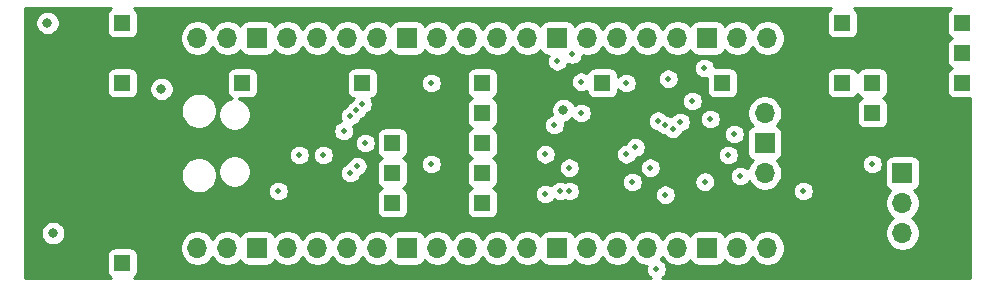
<source format=gbr>
G04 #@! TF.GenerationSoftware,KiCad,Pcbnew,5.1.5+dfsg1-2build2*
G04 #@! TF.CreationDate,2022-10-01T19:43:28+01:00*
G04 #@! TF.ProjectId,zx-memory-16-32,7a782d6d-656d-46f7-9279-2d31362d3332,rev?*
G04 #@! TF.SameCoordinates,Original*
G04 #@! TF.FileFunction,Copper,L3,Inr*
G04 #@! TF.FilePolarity,Positive*
%FSLAX46Y46*%
G04 Gerber Fmt 4.6, Leading zero omitted, Abs format (unit mm)*
G04 Created by KiCad (PCBNEW 5.1.5+dfsg1-2build2) date 2022-10-01 19:43:28*
%MOMM*%
%LPD*%
G04 APERTURE LIST*
%ADD10R,1.350000X1.350000*%
%ADD11O,1.700000X1.700000*%
%ADD12R,1.700000X1.700000*%
%ADD13C,0.800000*%
%ADD14C,0.500000*%
%ADD15C,0.254000*%
G04 APERTURE END LIST*
D10*
X35560000Y-76200000D03*
X106680000Y-76200000D03*
X96520000Y-76200000D03*
X35560000Y-96520000D03*
X35560000Y-81280000D03*
X45720000Y-81280000D03*
X55880000Y-81280000D03*
X66040000Y-81280000D03*
X76200000Y-81280000D03*
X86360000Y-81280000D03*
X96520000Y-81280000D03*
X106680000Y-81280000D03*
X66040000Y-83820000D03*
X66040000Y-91440000D03*
X66040000Y-88900000D03*
X66040000Y-86360000D03*
X58420000Y-88900000D03*
X58420000Y-91440000D03*
X58420000Y-86360000D03*
X99060000Y-83820000D03*
X106680000Y-78740000D03*
X99060000Y-81280000D03*
D11*
X89940000Y-83820000D03*
D12*
X89940000Y-86360000D03*
D11*
X89940000Y-88900000D03*
X41910000Y-77470000D03*
X44450000Y-77470000D03*
D12*
X46990000Y-77470000D03*
D11*
X49530000Y-77470000D03*
X52070000Y-77470000D03*
X54610000Y-77470000D03*
X57150000Y-77470000D03*
D12*
X59690000Y-77470000D03*
D11*
X62230000Y-77470000D03*
X64770000Y-77470000D03*
X67310000Y-77470000D03*
X69850000Y-77470000D03*
D12*
X72390000Y-77470000D03*
D11*
X74930000Y-77470000D03*
X77470000Y-77470000D03*
X80010000Y-77470000D03*
X82550000Y-77470000D03*
D12*
X85090000Y-77470000D03*
D11*
X87630000Y-77470000D03*
X90170000Y-77470000D03*
X90170000Y-95250000D03*
X87630000Y-95250000D03*
D12*
X85090000Y-95250000D03*
D11*
X82550000Y-95250000D03*
X80010000Y-95250000D03*
X77470000Y-95250000D03*
X74930000Y-95250000D03*
D12*
X72390000Y-95250000D03*
D11*
X69850000Y-95250000D03*
X67310000Y-95250000D03*
X64770000Y-95250000D03*
X62230000Y-95250000D03*
D12*
X59690000Y-95250000D03*
D11*
X57150000Y-95250000D03*
X54610000Y-95250000D03*
X52070000Y-95250000D03*
X49530000Y-95250000D03*
D12*
X46990000Y-95250000D03*
D11*
X44450000Y-95250000D03*
X41910000Y-95250000D03*
X101600000Y-93980000D03*
X101600000Y-91440000D03*
D12*
X101600000Y-88900000D03*
D13*
X29210000Y-76200000D03*
X29696500Y-94001500D03*
X72898000Y-83566000D03*
D14*
X71374000Y-90678000D03*
X87376000Y-85598000D03*
X81534000Y-90745000D03*
X83820000Y-82804000D03*
X54289000Y-85344000D03*
X48768000Y-90424000D03*
D13*
X38862000Y-81788000D03*
X35458000Y-85750000D03*
X32004000Y-78232000D03*
X31496000Y-89154000D03*
D14*
X47752000Y-85090000D03*
D13*
X69342000Y-83566000D03*
D14*
X70358000Y-90424000D03*
X80077000Y-91694000D03*
X79756000Y-82804000D03*
X56134000Y-86360000D03*
X55880000Y-83058000D03*
X55439000Y-88325000D03*
X55372000Y-83566000D03*
X52578000Y-87376000D03*
X50546000Y-87376000D03*
X54864000Y-88900000D03*
X54864000Y-84074000D03*
X78994000Y-86738001D03*
X93218000Y-90424000D03*
X72136000Y-84836000D03*
X72390000Y-79435000D03*
X71374000Y-87313001D03*
X84865587Y-89632413D03*
X99060000Y-88138000D03*
X84836000Y-80010000D03*
X85344000Y-84328000D03*
X61722000Y-81280000D03*
X61722000Y-88138000D03*
X74419341Y-81178990D03*
X74422000Y-83820000D03*
X78232000Y-81280000D03*
X78232000Y-87313001D03*
X82804000Y-84582000D03*
X82160101Y-85149050D03*
X86868000Y-87376000D03*
X81534000Y-84836000D03*
X81788000Y-80924990D03*
X87884000Y-89154000D03*
X72644000Y-90424000D03*
X73660000Y-78860000D03*
X80264000Y-88463001D03*
X73406000Y-88463001D03*
X73406000Y-90424000D03*
X80772000Y-97028000D03*
X78740000Y-89662000D03*
X80906001Y-84491884D03*
D15*
G36*
X34530506Y-74994463D02*
G01*
X34433815Y-75073815D01*
X34354463Y-75170506D01*
X34295498Y-75280820D01*
X34259188Y-75400518D01*
X34246928Y-75525000D01*
X34246928Y-76875000D01*
X34259188Y-76999482D01*
X34295498Y-77119180D01*
X34354463Y-77229494D01*
X34433815Y-77326185D01*
X34530506Y-77405537D01*
X34640820Y-77464502D01*
X34760518Y-77500812D01*
X34885000Y-77513072D01*
X36235000Y-77513072D01*
X36359482Y-77500812D01*
X36479180Y-77464502D01*
X36589494Y-77405537D01*
X36686185Y-77326185D01*
X36688191Y-77323740D01*
X40425000Y-77323740D01*
X40425000Y-77616260D01*
X40482068Y-77903158D01*
X40594010Y-78173411D01*
X40756525Y-78416632D01*
X40963368Y-78623475D01*
X41206589Y-78785990D01*
X41476842Y-78897932D01*
X41763740Y-78955000D01*
X42056260Y-78955000D01*
X42343158Y-78897932D01*
X42613411Y-78785990D01*
X42856632Y-78623475D01*
X43063475Y-78416632D01*
X43180000Y-78242240D01*
X43296525Y-78416632D01*
X43503368Y-78623475D01*
X43746589Y-78785990D01*
X44016842Y-78897932D01*
X44303740Y-78955000D01*
X44596260Y-78955000D01*
X44883158Y-78897932D01*
X45153411Y-78785990D01*
X45396632Y-78623475D01*
X45528487Y-78491620D01*
X45550498Y-78564180D01*
X45609463Y-78674494D01*
X45688815Y-78771185D01*
X45785506Y-78850537D01*
X45895820Y-78909502D01*
X46015518Y-78945812D01*
X46140000Y-78958072D01*
X47840000Y-78958072D01*
X47964482Y-78945812D01*
X48084180Y-78909502D01*
X48194494Y-78850537D01*
X48291185Y-78771185D01*
X48370537Y-78674494D01*
X48429502Y-78564180D01*
X48451513Y-78491620D01*
X48583368Y-78623475D01*
X48826589Y-78785990D01*
X49096842Y-78897932D01*
X49383740Y-78955000D01*
X49676260Y-78955000D01*
X49963158Y-78897932D01*
X50233411Y-78785990D01*
X50476632Y-78623475D01*
X50683475Y-78416632D01*
X50800000Y-78242240D01*
X50916525Y-78416632D01*
X51123368Y-78623475D01*
X51366589Y-78785990D01*
X51636842Y-78897932D01*
X51923740Y-78955000D01*
X52216260Y-78955000D01*
X52503158Y-78897932D01*
X52773411Y-78785990D01*
X53016632Y-78623475D01*
X53223475Y-78416632D01*
X53340000Y-78242240D01*
X53456525Y-78416632D01*
X53663368Y-78623475D01*
X53906589Y-78785990D01*
X54176842Y-78897932D01*
X54463740Y-78955000D01*
X54756260Y-78955000D01*
X55043158Y-78897932D01*
X55313411Y-78785990D01*
X55556632Y-78623475D01*
X55763475Y-78416632D01*
X55880000Y-78242240D01*
X55996525Y-78416632D01*
X56203368Y-78623475D01*
X56446589Y-78785990D01*
X56716842Y-78897932D01*
X57003740Y-78955000D01*
X57296260Y-78955000D01*
X57583158Y-78897932D01*
X57853411Y-78785990D01*
X58096632Y-78623475D01*
X58228487Y-78491620D01*
X58250498Y-78564180D01*
X58309463Y-78674494D01*
X58388815Y-78771185D01*
X58485506Y-78850537D01*
X58595820Y-78909502D01*
X58715518Y-78945812D01*
X58840000Y-78958072D01*
X60540000Y-78958072D01*
X60664482Y-78945812D01*
X60784180Y-78909502D01*
X60894494Y-78850537D01*
X60991185Y-78771185D01*
X61070537Y-78674494D01*
X61129502Y-78564180D01*
X61151513Y-78491620D01*
X61283368Y-78623475D01*
X61526589Y-78785990D01*
X61796842Y-78897932D01*
X62083740Y-78955000D01*
X62376260Y-78955000D01*
X62663158Y-78897932D01*
X62933411Y-78785990D01*
X63176632Y-78623475D01*
X63383475Y-78416632D01*
X63500000Y-78242240D01*
X63616525Y-78416632D01*
X63823368Y-78623475D01*
X64066589Y-78785990D01*
X64336842Y-78897932D01*
X64623740Y-78955000D01*
X64916260Y-78955000D01*
X65203158Y-78897932D01*
X65473411Y-78785990D01*
X65716632Y-78623475D01*
X65923475Y-78416632D01*
X66040000Y-78242240D01*
X66156525Y-78416632D01*
X66363368Y-78623475D01*
X66606589Y-78785990D01*
X66876842Y-78897932D01*
X67163740Y-78955000D01*
X67456260Y-78955000D01*
X67743158Y-78897932D01*
X68013411Y-78785990D01*
X68256632Y-78623475D01*
X68463475Y-78416632D01*
X68580000Y-78242240D01*
X68696525Y-78416632D01*
X68903368Y-78623475D01*
X69146589Y-78785990D01*
X69416842Y-78897932D01*
X69703740Y-78955000D01*
X69996260Y-78955000D01*
X70283158Y-78897932D01*
X70553411Y-78785990D01*
X70796632Y-78623475D01*
X70928487Y-78491620D01*
X70950498Y-78564180D01*
X71009463Y-78674494D01*
X71088815Y-78771185D01*
X71185506Y-78850537D01*
X71295820Y-78909502D01*
X71415518Y-78945812D01*
X71540000Y-78958072D01*
X71644292Y-78958072D01*
X71605723Y-79015795D01*
X71539010Y-79176855D01*
X71505000Y-79347835D01*
X71505000Y-79522165D01*
X71539010Y-79693145D01*
X71605723Y-79854205D01*
X71702576Y-79999155D01*
X71825845Y-80122424D01*
X71970795Y-80219277D01*
X72131855Y-80285990D01*
X72302835Y-80320000D01*
X72477165Y-80320000D01*
X72648145Y-80285990D01*
X72809205Y-80219277D01*
X72954155Y-80122424D01*
X73077424Y-79999155D01*
X73128419Y-79922835D01*
X83951000Y-79922835D01*
X83951000Y-80097165D01*
X83985010Y-80268145D01*
X84051723Y-80429205D01*
X84148576Y-80574155D01*
X84271845Y-80697424D01*
X84416795Y-80794277D01*
X84577855Y-80860990D01*
X84748835Y-80895000D01*
X84923165Y-80895000D01*
X85046928Y-80870382D01*
X85046928Y-81955000D01*
X85059188Y-82079482D01*
X85095498Y-82199180D01*
X85154463Y-82309494D01*
X85233815Y-82406185D01*
X85330506Y-82485537D01*
X85440820Y-82544502D01*
X85560518Y-82580812D01*
X85685000Y-82593072D01*
X87035000Y-82593072D01*
X87159482Y-82580812D01*
X87279180Y-82544502D01*
X87389494Y-82485537D01*
X87486185Y-82406185D01*
X87565537Y-82309494D01*
X87624502Y-82199180D01*
X87660812Y-82079482D01*
X87673072Y-81955000D01*
X87673072Y-80605000D01*
X95206928Y-80605000D01*
X95206928Y-81955000D01*
X95219188Y-82079482D01*
X95255498Y-82199180D01*
X95314463Y-82309494D01*
X95393815Y-82406185D01*
X95490506Y-82485537D01*
X95600820Y-82544502D01*
X95720518Y-82580812D01*
X95845000Y-82593072D01*
X97195000Y-82593072D01*
X97319482Y-82580812D01*
X97439180Y-82544502D01*
X97549494Y-82485537D01*
X97646185Y-82406185D01*
X97725537Y-82309494D01*
X97784502Y-82199180D01*
X97790000Y-82181056D01*
X97795498Y-82199180D01*
X97854463Y-82309494D01*
X97933815Y-82406185D01*
X98030506Y-82485537D01*
X98140820Y-82544502D01*
X98158944Y-82550000D01*
X98140820Y-82555498D01*
X98030506Y-82614463D01*
X97933815Y-82693815D01*
X97854463Y-82790506D01*
X97795498Y-82900820D01*
X97759188Y-83020518D01*
X97746928Y-83145000D01*
X97746928Y-84495000D01*
X97759188Y-84619482D01*
X97795498Y-84739180D01*
X97854463Y-84849494D01*
X97933815Y-84946185D01*
X98030506Y-85025537D01*
X98140820Y-85084502D01*
X98260518Y-85120812D01*
X98385000Y-85133072D01*
X99735000Y-85133072D01*
X99859482Y-85120812D01*
X99979180Y-85084502D01*
X100089494Y-85025537D01*
X100186185Y-84946185D01*
X100265537Y-84849494D01*
X100324502Y-84739180D01*
X100360812Y-84619482D01*
X100373072Y-84495000D01*
X100373072Y-83145000D01*
X100360812Y-83020518D01*
X100324502Y-82900820D01*
X100265537Y-82790506D01*
X100186185Y-82693815D01*
X100089494Y-82614463D01*
X99979180Y-82555498D01*
X99961056Y-82550000D01*
X99979180Y-82544502D01*
X100089494Y-82485537D01*
X100186185Y-82406185D01*
X100265537Y-82309494D01*
X100324502Y-82199180D01*
X100360812Y-82079482D01*
X100373072Y-81955000D01*
X100373072Y-80605000D01*
X100360812Y-80480518D01*
X100324502Y-80360820D01*
X100265537Y-80250506D01*
X100186185Y-80153815D01*
X100089494Y-80074463D01*
X99979180Y-80015498D01*
X99859482Y-79979188D01*
X99735000Y-79966928D01*
X98385000Y-79966928D01*
X98260518Y-79979188D01*
X98140820Y-80015498D01*
X98030506Y-80074463D01*
X97933815Y-80153815D01*
X97854463Y-80250506D01*
X97795498Y-80360820D01*
X97790000Y-80378944D01*
X97784502Y-80360820D01*
X97725537Y-80250506D01*
X97646185Y-80153815D01*
X97549494Y-80074463D01*
X97439180Y-80015498D01*
X97319482Y-79979188D01*
X97195000Y-79966928D01*
X95845000Y-79966928D01*
X95720518Y-79979188D01*
X95600820Y-80015498D01*
X95490506Y-80074463D01*
X95393815Y-80153815D01*
X95314463Y-80250506D01*
X95255498Y-80360820D01*
X95219188Y-80480518D01*
X95206928Y-80605000D01*
X87673072Y-80605000D01*
X87660812Y-80480518D01*
X87624502Y-80360820D01*
X87565537Y-80250506D01*
X87486185Y-80153815D01*
X87389494Y-80074463D01*
X87279180Y-80015498D01*
X87159482Y-79979188D01*
X87035000Y-79966928D01*
X85721000Y-79966928D01*
X85721000Y-79922835D01*
X85686990Y-79751855D01*
X85620277Y-79590795D01*
X85523424Y-79445845D01*
X85400155Y-79322576D01*
X85255205Y-79225723D01*
X85094145Y-79159010D01*
X84923165Y-79125000D01*
X84748835Y-79125000D01*
X84577855Y-79159010D01*
X84416795Y-79225723D01*
X84271845Y-79322576D01*
X84148576Y-79445845D01*
X84051723Y-79590795D01*
X83985010Y-79751855D01*
X83951000Y-79922835D01*
X73128419Y-79922835D01*
X73174277Y-79854205D01*
X73240990Y-79693145D01*
X73249956Y-79648071D01*
X73401855Y-79710990D01*
X73572835Y-79745000D01*
X73747165Y-79745000D01*
X73918145Y-79710990D01*
X74079205Y-79644277D01*
X74224155Y-79547424D01*
X74347424Y-79424155D01*
X74444277Y-79279205D01*
X74510990Y-79118145D01*
X74545000Y-78947165D01*
X74545000Y-78907511D01*
X74783740Y-78955000D01*
X75076260Y-78955000D01*
X75363158Y-78897932D01*
X75633411Y-78785990D01*
X75876632Y-78623475D01*
X76083475Y-78416632D01*
X76200000Y-78242240D01*
X76316525Y-78416632D01*
X76523368Y-78623475D01*
X76766589Y-78785990D01*
X77036842Y-78897932D01*
X77323740Y-78955000D01*
X77616260Y-78955000D01*
X77903158Y-78897932D01*
X78173411Y-78785990D01*
X78416632Y-78623475D01*
X78623475Y-78416632D01*
X78740000Y-78242240D01*
X78856525Y-78416632D01*
X79063368Y-78623475D01*
X79306589Y-78785990D01*
X79576842Y-78897932D01*
X79863740Y-78955000D01*
X80156260Y-78955000D01*
X80443158Y-78897932D01*
X80713411Y-78785990D01*
X80956632Y-78623475D01*
X81163475Y-78416632D01*
X81280000Y-78242240D01*
X81396525Y-78416632D01*
X81603368Y-78623475D01*
X81846589Y-78785990D01*
X82116842Y-78897932D01*
X82403740Y-78955000D01*
X82696260Y-78955000D01*
X82983158Y-78897932D01*
X83253411Y-78785990D01*
X83496632Y-78623475D01*
X83628487Y-78491620D01*
X83650498Y-78564180D01*
X83709463Y-78674494D01*
X83788815Y-78771185D01*
X83885506Y-78850537D01*
X83995820Y-78909502D01*
X84115518Y-78945812D01*
X84240000Y-78958072D01*
X85940000Y-78958072D01*
X86064482Y-78945812D01*
X86184180Y-78909502D01*
X86294494Y-78850537D01*
X86391185Y-78771185D01*
X86470537Y-78674494D01*
X86529502Y-78564180D01*
X86551513Y-78491620D01*
X86683368Y-78623475D01*
X86926589Y-78785990D01*
X87196842Y-78897932D01*
X87483740Y-78955000D01*
X87776260Y-78955000D01*
X88063158Y-78897932D01*
X88333411Y-78785990D01*
X88576632Y-78623475D01*
X88783475Y-78416632D01*
X88900000Y-78242240D01*
X89016525Y-78416632D01*
X89223368Y-78623475D01*
X89466589Y-78785990D01*
X89736842Y-78897932D01*
X90023740Y-78955000D01*
X90316260Y-78955000D01*
X90603158Y-78897932D01*
X90873411Y-78785990D01*
X91116632Y-78623475D01*
X91323475Y-78416632D01*
X91485990Y-78173411D01*
X91597932Y-77903158D01*
X91655000Y-77616260D01*
X91655000Y-77323740D01*
X91597932Y-77036842D01*
X91485990Y-76766589D01*
X91323475Y-76523368D01*
X91116632Y-76316525D01*
X90873411Y-76154010D01*
X90603158Y-76042068D01*
X90316260Y-75985000D01*
X90023740Y-75985000D01*
X89736842Y-76042068D01*
X89466589Y-76154010D01*
X89223368Y-76316525D01*
X89016525Y-76523368D01*
X88900000Y-76697760D01*
X88783475Y-76523368D01*
X88576632Y-76316525D01*
X88333411Y-76154010D01*
X88063158Y-76042068D01*
X87776260Y-75985000D01*
X87483740Y-75985000D01*
X87196842Y-76042068D01*
X86926589Y-76154010D01*
X86683368Y-76316525D01*
X86551513Y-76448380D01*
X86529502Y-76375820D01*
X86470537Y-76265506D01*
X86391185Y-76168815D01*
X86294494Y-76089463D01*
X86184180Y-76030498D01*
X86064482Y-75994188D01*
X85940000Y-75981928D01*
X84240000Y-75981928D01*
X84115518Y-75994188D01*
X83995820Y-76030498D01*
X83885506Y-76089463D01*
X83788815Y-76168815D01*
X83709463Y-76265506D01*
X83650498Y-76375820D01*
X83628487Y-76448380D01*
X83496632Y-76316525D01*
X83253411Y-76154010D01*
X82983158Y-76042068D01*
X82696260Y-75985000D01*
X82403740Y-75985000D01*
X82116842Y-76042068D01*
X81846589Y-76154010D01*
X81603368Y-76316525D01*
X81396525Y-76523368D01*
X81280000Y-76697760D01*
X81163475Y-76523368D01*
X80956632Y-76316525D01*
X80713411Y-76154010D01*
X80443158Y-76042068D01*
X80156260Y-75985000D01*
X79863740Y-75985000D01*
X79576842Y-76042068D01*
X79306589Y-76154010D01*
X79063368Y-76316525D01*
X78856525Y-76523368D01*
X78740000Y-76697760D01*
X78623475Y-76523368D01*
X78416632Y-76316525D01*
X78173411Y-76154010D01*
X77903158Y-76042068D01*
X77616260Y-75985000D01*
X77323740Y-75985000D01*
X77036842Y-76042068D01*
X76766589Y-76154010D01*
X76523368Y-76316525D01*
X76316525Y-76523368D01*
X76200000Y-76697760D01*
X76083475Y-76523368D01*
X75876632Y-76316525D01*
X75633411Y-76154010D01*
X75363158Y-76042068D01*
X75076260Y-75985000D01*
X74783740Y-75985000D01*
X74496842Y-76042068D01*
X74226589Y-76154010D01*
X73983368Y-76316525D01*
X73851513Y-76448380D01*
X73829502Y-76375820D01*
X73770537Y-76265506D01*
X73691185Y-76168815D01*
X73594494Y-76089463D01*
X73484180Y-76030498D01*
X73364482Y-75994188D01*
X73240000Y-75981928D01*
X71540000Y-75981928D01*
X71415518Y-75994188D01*
X71295820Y-76030498D01*
X71185506Y-76089463D01*
X71088815Y-76168815D01*
X71009463Y-76265506D01*
X70950498Y-76375820D01*
X70928487Y-76448380D01*
X70796632Y-76316525D01*
X70553411Y-76154010D01*
X70283158Y-76042068D01*
X69996260Y-75985000D01*
X69703740Y-75985000D01*
X69416842Y-76042068D01*
X69146589Y-76154010D01*
X68903368Y-76316525D01*
X68696525Y-76523368D01*
X68580000Y-76697760D01*
X68463475Y-76523368D01*
X68256632Y-76316525D01*
X68013411Y-76154010D01*
X67743158Y-76042068D01*
X67456260Y-75985000D01*
X67163740Y-75985000D01*
X66876842Y-76042068D01*
X66606589Y-76154010D01*
X66363368Y-76316525D01*
X66156525Y-76523368D01*
X66040000Y-76697760D01*
X65923475Y-76523368D01*
X65716632Y-76316525D01*
X65473411Y-76154010D01*
X65203158Y-76042068D01*
X64916260Y-75985000D01*
X64623740Y-75985000D01*
X64336842Y-76042068D01*
X64066589Y-76154010D01*
X63823368Y-76316525D01*
X63616525Y-76523368D01*
X63500000Y-76697760D01*
X63383475Y-76523368D01*
X63176632Y-76316525D01*
X62933411Y-76154010D01*
X62663158Y-76042068D01*
X62376260Y-75985000D01*
X62083740Y-75985000D01*
X61796842Y-76042068D01*
X61526589Y-76154010D01*
X61283368Y-76316525D01*
X61151513Y-76448380D01*
X61129502Y-76375820D01*
X61070537Y-76265506D01*
X60991185Y-76168815D01*
X60894494Y-76089463D01*
X60784180Y-76030498D01*
X60664482Y-75994188D01*
X60540000Y-75981928D01*
X58840000Y-75981928D01*
X58715518Y-75994188D01*
X58595820Y-76030498D01*
X58485506Y-76089463D01*
X58388815Y-76168815D01*
X58309463Y-76265506D01*
X58250498Y-76375820D01*
X58228487Y-76448380D01*
X58096632Y-76316525D01*
X57853411Y-76154010D01*
X57583158Y-76042068D01*
X57296260Y-75985000D01*
X57003740Y-75985000D01*
X56716842Y-76042068D01*
X56446589Y-76154010D01*
X56203368Y-76316525D01*
X55996525Y-76523368D01*
X55880000Y-76697760D01*
X55763475Y-76523368D01*
X55556632Y-76316525D01*
X55313411Y-76154010D01*
X55043158Y-76042068D01*
X54756260Y-75985000D01*
X54463740Y-75985000D01*
X54176842Y-76042068D01*
X53906589Y-76154010D01*
X53663368Y-76316525D01*
X53456525Y-76523368D01*
X53340000Y-76697760D01*
X53223475Y-76523368D01*
X53016632Y-76316525D01*
X52773411Y-76154010D01*
X52503158Y-76042068D01*
X52216260Y-75985000D01*
X51923740Y-75985000D01*
X51636842Y-76042068D01*
X51366589Y-76154010D01*
X51123368Y-76316525D01*
X50916525Y-76523368D01*
X50800000Y-76697760D01*
X50683475Y-76523368D01*
X50476632Y-76316525D01*
X50233411Y-76154010D01*
X49963158Y-76042068D01*
X49676260Y-75985000D01*
X49383740Y-75985000D01*
X49096842Y-76042068D01*
X48826589Y-76154010D01*
X48583368Y-76316525D01*
X48451513Y-76448380D01*
X48429502Y-76375820D01*
X48370537Y-76265506D01*
X48291185Y-76168815D01*
X48194494Y-76089463D01*
X48084180Y-76030498D01*
X47964482Y-75994188D01*
X47840000Y-75981928D01*
X46140000Y-75981928D01*
X46015518Y-75994188D01*
X45895820Y-76030498D01*
X45785506Y-76089463D01*
X45688815Y-76168815D01*
X45609463Y-76265506D01*
X45550498Y-76375820D01*
X45528487Y-76448380D01*
X45396632Y-76316525D01*
X45153411Y-76154010D01*
X44883158Y-76042068D01*
X44596260Y-75985000D01*
X44303740Y-75985000D01*
X44016842Y-76042068D01*
X43746589Y-76154010D01*
X43503368Y-76316525D01*
X43296525Y-76523368D01*
X43180000Y-76697760D01*
X43063475Y-76523368D01*
X42856632Y-76316525D01*
X42613411Y-76154010D01*
X42343158Y-76042068D01*
X42056260Y-75985000D01*
X41763740Y-75985000D01*
X41476842Y-76042068D01*
X41206589Y-76154010D01*
X40963368Y-76316525D01*
X40756525Y-76523368D01*
X40594010Y-76766589D01*
X40482068Y-77036842D01*
X40425000Y-77323740D01*
X36688191Y-77323740D01*
X36765537Y-77229494D01*
X36824502Y-77119180D01*
X36860812Y-76999482D01*
X36873072Y-76875000D01*
X36873072Y-75525000D01*
X36860812Y-75400518D01*
X36824502Y-75280820D01*
X36765537Y-75170506D01*
X36686185Y-75073815D01*
X36589494Y-74994463D01*
X36515665Y-74955000D01*
X95564335Y-74955000D01*
X95490506Y-74994463D01*
X95393815Y-75073815D01*
X95314463Y-75170506D01*
X95255498Y-75280820D01*
X95219188Y-75400518D01*
X95206928Y-75525000D01*
X95206928Y-76875000D01*
X95219188Y-76999482D01*
X95255498Y-77119180D01*
X95314463Y-77229494D01*
X95393815Y-77326185D01*
X95490506Y-77405537D01*
X95600820Y-77464502D01*
X95720518Y-77500812D01*
X95845000Y-77513072D01*
X97195000Y-77513072D01*
X97319482Y-77500812D01*
X97439180Y-77464502D01*
X97549494Y-77405537D01*
X97646185Y-77326185D01*
X97725537Y-77229494D01*
X97784502Y-77119180D01*
X97820812Y-76999482D01*
X97833072Y-76875000D01*
X97833072Y-75525000D01*
X97820812Y-75400518D01*
X97784502Y-75280820D01*
X97725537Y-75170506D01*
X97646185Y-75073815D01*
X97549494Y-74994463D01*
X97475665Y-74955000D01*
X105724335Y-74955000D01*
X105650506Y-74994463D01*
X105553815Y-75073815D01*
X105474463Y-75170506D01*
X105415498Y-75280820D01*
X105379188Y-75400518D01*
X105366928Y-75525000D01*
X105366928Y-76875000D01*
X105379188Y-76999482D01*
X105415498Y-77119180D01*
X105474463Y-77229494D01*
X105553815Y-77326185D01*
X105650506Y-77405537D01*
X105760820Y-77464502D01*
X105778944Y-77470000D01*
X105760820Y-77475498D01*
X105650506Y-77534463D01*
X105553815Y-77613815D01*
X105474463Y-77710506D01*
X105415498Y-77820820D01*
X105379188Y-77940518D01*
X105366928Y-78065000D01*
X105366928Y-79415000D01*
X105379188Y-79539482D01*
X105415498Y-79659180D01*
X105474463Y-79769494D01*
X105553815Y-79866185D01*
X105650506Y-79945537D01*
X105760820Y-80004502D01*
X105778944Y-80010000D01*
X105760820Y-80015498D01*
X105650506Y-80074463D01*
X105553815Y-80153815D01*
X105474463Y-80250506D01*
X105415498Y-80360820D01*
X105379188Y-80480518D01*
X105366928Y-80605000D01*
X105366928Y-81955000D01*
X105379188Y-82079482D01*
X105415498Y-82199180D01*
X105474463Y-82309494D01*
X105553815Y-82406185D01*
X105650506Y-82485537D01*
X105760820Y-82544502D01*
X105880518Y-82580812D01*
X106005000Y-82593072D01*
X107290000Y-82593072D01*
X107290001Y-97765000D01*
X81261960Y-97765000D01*
X81336155Y-97715424D01*
X81459424Y-97592155D01*
X81556277Y-97447205D01*
X81622990Y-97286145D01*
X81657000Y-97115165D01*
X81657000Y-96940835D01*
X81622990Y-96769855D01*
X81556277Y-96608795D01*
X81459424Y-96463845D01*
X81336155Y-96340576D01*
X81191205Y-96243723D01*
X81138299Y-96221808D01*
X81163475Y-96196632D01*
X81280000Y-96022240D01*
X81396525Y-96196632D01*
X81603368Y-96403475D01*
X81846589Y-96565990D01*
X82116842Y-96677932D01*
X82403740Y-96735000D01*
X82696260Y-96735000D01*
X82983158Y-96677932D01*
X83253411Y-96565990D01*
X83496632Y-96403475D01*
X83628487Y-96271620D01*
X83650498Y-96344180D01*
X83709463Y-96454494D01*
X83788815Y-96551185D01*
X83885506Y-96630537D01*
X83995820Y-96689502D01*
X84115518Y-96725812D01*
X84240000Y-96738072D01*
X85940000Y-96738072D01*
X86064482Y-96725812D01*
X86184180Y-96689502D01*
X86294494Y-96630537D01*
X86391185Y-96551185D01*
X86470537Y-96454494D01*
X86529502Y-96344180D01*
X86551513Y-96271620D01*
X86683368Y-96403475D01*
X86926589Y-96565990D01*
X87196842Y-96677932D01*
X87483740Y-96735000D01*
X87776260Y-96735000D01*
X88063158Y-96677932D01*
X88333411Y-96565990D01*
X88576632Y-96403475D01*
X88783475Y-96196632D01*
X88900000Y-96022240D01*
X89016525Y-96196632D01*
X89223368Y-96403475D01*
X89466589Y-96565990D01*
X89736842Y-96677932D01*
X90023740Y-96735000D01*
X90316260Y-96735000D01*
X90603158Y-96677932D01*
X90873411Y-96565990D01*
X91116632Y-96403475D01*
X91323475Y-96196632D01*
X91485990Y-95953411D01*
X91597932Y-95683158D01*
X91655000Y-95396260D01*
X91655000Y-95103740D01*
X91597932Y-94816842D01*
X91485990Y-94546589D01*
X91323475Y-94303368D01*
X91116632Y-94096525D01*
X90873411Y-93934010D01*
X90603158Y-93822068D01*
X90316260Y-93765000D01*
X90023740Y-93765000D01*
X89736842Y-93822068D01*
X89466589Y-93934010D01*
X89223368Y-94096525D01*
X89016525Y-94303368D01*
X88900000Y-94477760D01*
X88783475Y-94303368D01*
X88576632Y-94096525D01*
X88333411Y-93934010D01*
X88063158Y-93822068D01*
X87776260Y-93765000D01*
X87483740Y-93765000D01*
X87196842Y-93822068D01*
X86926589Y-93934010D01*
X86683368Y-94096525D01*
X86551513Y-94228380D01*
X86529502Y-94155820D01*
X86470537Y-94045506D01*
X86391185Y-93948815D01*
X86294494Y-93869463D01*
X86184180Y-93810498D01*
X86064482Y-93774188D01*
X85940000Y-93761928D01*
X84240000Y-93761928D01*
X84115518Y-93774188D01*
X83995820Y-93810498D01*
X83885506Y-93869463D01*
X83788815Y-93948815D01*
X83709463Y-94045506D01*
X83650498Y-94155820D01*
X83628487Y-94228380D01*
X83496632Y-94096525D01*
X83253411Y-93934010D01*
X82983158Y-93822068D01*
X82696260Y-93765000D01*
X82403740Y-93765000D01*
X82116842Y-93822068D01*
X81846589Y-93934010D01*
X81603368Y-94096525D01*
X81396525Y-94303368D01*
X81280000Y-94477760D01*
X81163475Y-94303368D01*
X80956632Y-94096525D01*
X80713411Y-93934010D01*
X80443158Y-93822068D01*
X80156260Y-93765000D01*
X79863740Y-93765000D01*
X79576842Y-93822068D01*
X79306589Y-93934010D01*
X79063368Y-94096525D01*
X78856525Y-94303368D01*
X78740000Y-94477760D01*
X78623475Y-94303368D01*
X78416632Y-94096525D01*
X78173411Y-93934010D01*
X77903158Y-93822068D01*
X77616260Y-93765000D01*
X77323740Y-93765000D01*
X77036842Y-93822068D01*
X76766589Y-93934010D01*
X76523368Y-94096525D01*
X76316525Y-94303368D01*
X76200000Y-94477760D01*
X76083475Y-94303368D01*
X75876632Y-94096525D01*
X75633411Y-93934010D01*
X75363158Y-93822068D01*
X75076260Y-93765000D01*
X74783740Y-93765000D01*
X74496842Y-93822068D01*
X74226589Y-93934010D01*
X73983368Y-94096525D01*
X73851513Y-94228380D01*
X73829502Y-94155820D01*
X73770537Y-94045506D01*
X73691185Y-93948815D01*
X73594494Y-93869463D01*
X73484180Y-93810498D01*
X73364482Y-93774188D01*
X73240000Y-93761928D01*
X71540000Y-93761928D01*
X71415518Y-93774188D01*
X71295820Y-93810498D01*
X71185506Y-93869463D01*
X71088815Y-93948815D01*
X71009463Y-94045506D01*
X70950498Y-94155820D01*
X70928487Y-94228380D01*
X70796632Y-94096525D01*
X70553411Y-93934010D01*
X70283158Y-93822068D01*
X69996260Y-93765000D01*
X69703740Y-93765000D01*
X69416842Y-93822068D01*
X69146589Y-93934010D01*
X68903368Y-94096525D01*
X68696525Y-94303368D01*
X68580000Y-94477760D01*
X68463475Y-94303368D01*
X68256632Y-94096525D01*
X68013411Y-93934010D01*
X67743158Y-93822068D01*
X67456260Y-93765000D01*
X67163740Y-93765000D01*
X66876842Y-93822068D01*
X66606589Y-93934010D01*
X66363368Y-94096525D01*
X66156525Y-94303368D01*
X66040000Y-94477760D01*
X65923475Y-94303368D01*
X65716632Y-94096525D01*
X65473411Y-93934010D01*
X65203158Y-93822068D01*
X64916260Y-93765000D01*
X64623740Y-93765000D01*
X64336842Y-93822068D01*
X64066589Y-93934010D01*
X63823368Y-94096525D01*
X63616525Y-94303368D01*
X63500000Y-94477760D01*
X63383475Y-94303368D01*
X63176632Y-94096525D01*
X62933411Y-93934010D01*
X62663158Y-93822068D01*
X62376260Y-93765000D01*
X62083740Y-93765000D01*
X61796842Y-93822068D01*
X61526589Y-93934010D01*
X61283368Y-94096525D01*
X61151513Y-94228380D01*
X61129502Y-94155820D01*
X61070537Y-94045506D01*
X60991185Y-93948815D01*
X60894494Y-93869463D01*
X60784180Y-93810498D01*
X60664482Y-93774188D01*
X60540000Y-93761928D01*
X58840000Y-93761928D01*
X58715518Y-93774188D01*
X58595820Y-93810498D01*
X58485506Y-93869463D01*
X58388815Y-93948815D01*
X58309463Y-94045506D01*
X58250498Y-94155820D01*
X58228487Y-94228380D01*
X58096632Y-94096525D01*
X57853411Y-93934010D01*
X57583158Y-93822068D01*
X57296260Y-93765000D01*
X57003740Y-93765000D01*
X56716842Y-93822068D01*
X56446589Y-93934010D01*
X56203368Y-94096525D01*
X55996525Y-94303368D01*
X55880000Y-94477760D01*
X55763475Y-94303368D01*
X55556632Y-94096525D01*
X55313411Y-93934010D01*
X55043158Y-93822068D01*
X54756260Y-93765000D01*
X54463740Y-93765000D01*
X54176842Y-93822068D01*
X53906589Y-93934010D01*
X53663368Y-94096525D01*
X53456525Y-94303368D01*
X53340000Y-94477760D01*
X53223475Y-94303368D01*
X53016632Y-94096525D01*
X52773411Y-93934010D01*
X52503158Y-93822068D01*
X52216260Y-93765000D01*
X51923740Y-93765000D01*
X51636842Y-93822068D01*
X51366589Y-93934010D01*
X51123368Y-94096525D01*
X50916525Y-94303368D01*
X50800000Y-94477760D01*
X50683475Y-94303368D01*
X50476632Y-94096525D01*
X50233411Y-93934010D01*
X49963158Y-93822068D01*
X49676260Y-93765000D01*
X49383740Y-93765000D01*
X49096842Y-93822068D01*
X48826589Y-93934010D01*
X48583368Y-94096525D01*
X48451513Y-94228380D01*
X48429502Y-94155820D01*
X48370537Y-94045506D01*
X48291185Y-93948815D01*
X48194494Y-93869463D01*
X48084180Y-93810498D01*
X47964482Y-93774188D01*
X47840000Y-93761928D01*
X46140000Y-93761928D01*
X46015518Y-93774188D01*
X45895820Y-93810498D01*
X45785506Y-93869463D01*
X45688815Y-93948815D01*
X45609463Y-94045506D01*
X45550498Y-94155820D01*
X45528487Y-94228380D01*
X45396632Y-94096525D01*
X45153411Y-93934010D01*
X44883158Y-93822068D01*
X44596260Y-93765000D01*
X44303740Y-93765000D01*
X44016842Y-93822068D01*
X43746589Y-93934010D01*
X43503368Y-94096525D01*
X43296525Y-94303368D01*
X43180000Y-94477760D01*
X43063475Y-94303368D01*
X42856632Y-94096525D01*
X42613411Y-93934010D01*
X42343158Y-93822068D01*
X42056260Y-93765000D01*
X41763740Y-93765000D01*
X41476842Y-93822068D01*
X41206589Y-93934010D01*
X40963368Y-94096525D01*
X40756525Y-94303368D01*
X40594010Y-94546589D01*
X40482068Y-94816842D01*
X40425000Y-95103740D01*
X40425000Y-95396260D01*
X40482068Y-95683158D01*
X40594010Y-95953411D01*
X40756525Y-96196632D01*
X40963368Y-96403475D01*
X41206589Y-96565990D01*
X41476842Y-96677932D01*
X41763740Y-96735000D01*
X42056260Y-96735000D01*
X42343158Y-96677932D01*
X42613411Y-96565990D01*
X42856632Y-96403475D01*
X43063475Y-96196632D01*
X43180000Y-96022240D01*
X43296525Y-96196632D01*
X43503368Y-96403475D01*
X43746589Y-96565990D01*
X44016842Y-96677932D01*
X44303740Y-96735000D01*
X44596260Y-96735000D01*
X44883158Y-96677932D01*
X45153411Y-96565990D01*
X45396632Y-96403475D01*
X45528487Y-96271620D01*
X45550498Y-96344180D01*
X45609463Y-96454494D01*
X45688815Y-96551185D01*
X45785506Y-96630537D01*
X45895820Y-96689502D01*
X46015518Y-96725812D01*
X46140000Y-96738072D01*
X47840000Y-96738072D01*
X47964482Y-96725812D01*
X48084180Y-96689502D01*
X48194494Y-96630537D01*
X48291185Y-96551185D01*
X48370537Y-96454494D01*
X48429502Y-96344180D01*
X48451513Y-96271620D01*
X48583368Y-96403475D01*
X48826589Y-96565990D01*
X49096842Y-96677932D01*
X49383740Y-96735000D01*
X49676260Y-96735000D01*
X49963158Y-96677932D01*
X50233411Y-96565990D01*
X50476632Y-96403475D01*
X50683475Y-96196632D01*
X50800000Y-96022240D01*
X50916525Y-96196632D01*
X51123368Y-96403475D01*
X51366589Y-96565990D01*
X51636842Y-96677932D01*
X51923740Y-96735000D01*
X52216260Y-96735000D01*
X52503158Y-96677932D01*
X52773411Y-96565990D01*
X53016632Y-96403475D01*
X53223475Y-96196632D01*
X53340000Y-96022240D01*
X53456525Y-96196632D01*
X53663368Y-96403475D01*
X53906589Y-96565990D01*
X54176842Y-96677932D01*
X54463740Y-96735000D01*
X54756260Y-96735000D01*
X55043158Y-96677932D01*
X55313411Y-96565990D01*
X55556632Y-96403475D01*
X55763475Y-96196632D01*
X55880000Y-96022240D01*
X55996525Y-96196632D01*
X56203368Y-96403475D01*
X56446589Y-96565990D01*
X56716842Y-96677932D01*
X57003740Y-96735000D01*
X57296260Y-96735000D01*
X57583158Y-96677932D01*
X57853411Y-96565990D01*
X58096632Y-96403475D01*
X58228487Y-96271620D01*
X58250498Y-96344180D01*
X58309463Y-96454494D01*
X58388815Y-96551185D01*
X58485506Y-96630537D01*
X58595820Y-96689502D01*
X58715518Y-96725812D01*
X58840000Y-96738072D01*
X60540000Y-96738072D01*
X60664482Y-96725812D01*
X60784180Y-96689502D01*
X60894494Y-96630537D01*
X60991185Y-96551185D01*
X61070537Y-96454494D01*
X61129502Y-96344180D01*
X61151513Y-96271620D01*
X61283368Y-96403475D01*
X61526589Y-96565990D01*
X61796842Y-96677932D01*
X62083740Y-96735000D01*
X62376260Y-96735000D01*
X62663158Y-96677932D01*
X62933411Y-96565990D01*
X63176632Y-96403475D01*
X63383475Y-96196632D01*
X63500000Y-96022240D01*
X63616525Y-96196632D01*
X63823368Y-96403475D01*
X64066589Y-96565990D01*
X64336842Y-96677932D01*
X64623740Y-96735000D01*
X64916260Y-96735000D01*
X65203158Y-96677932D01*
X65473411Y-96565990D01*
X65716632Y-96403475D01*
X65923475Y-96196632D01*
X66040000Y-96022240D01*
X66156525Y-96196632D01*
X66363368Y-96403475D01*
X66606589Y-96565990D01*
X66876842Y-96677932D01*
X67163740Y-96735000D01*
X67456260Y-96735000D01*
X67743158Y-96677932D01*
X68013411Y-96565990D01*
X68256632Y-96403475D01*
X68463475Y-96196632D01*
X68580000Y-96022240D01*
X68696525Y-96196632D01*
X68903368Y-96403475D01*
X69146589Y-96565990D01*
X69416842Y-96677932D01*
X69703740Y-96735000D01*
X69996260Y-96735000D01*
X70283158Y-96677932D01*
X70553411Y-96565990D01*
X70796632Y-96403475D01*
X70928487Y-96271620D01*
X70950498Y-96344180D01*
X71009463Y-96454494D01*
X71088815Y-96551185D01*
X71185506Y-96630537D01*
X71295820Y-96689502D01*
X71415518Y-96725812D01*
X71540000Y-96738072D01*
X73240000Y-96738072D01*
X73364482Y-96725812D01*
X73484180Y-96689502D01*
X73594494Y-96630537D01*
X73691185Y-96551185D01*
X73770537Y-96454494D01*
X73829502Y-96344180D01*
X73851513Y-96271620D01*
X73983368Y-96403475D01*
X74226589Y-96565990D01*
X74496842Y-96677932D01*
X74783740Y-96735000D01*
X75076260Y-96735000D01*
X75363158Y-96677932D01*
X75633411Y-96565990D01*
X75876632Y-96403475D01*
X76083475Y-96196632D01*
X76200000Y-96022240D01*
X76316525Y-96196632D01*
X76523368Y-96403475D01*
X76766589Y-96565990D01*
X77036842Y-96677932D01*
X77323740Y-96735000D01*
X77616260Y-96735000D01*
X77903158Y-96677932D01*
X78173411Y-96565990D01*
X78416632Y-96403475D01*
X78623475Y-96196632D01*
X78740000Y-96022240D01*
X78856525Y-96196632D01*
X79063368Y-96403475D01*
X79306589Y-96565990D01*
X79576842Y-96677932D01*
X79863740Y-96735000D01*
X79935447Y-96735000D01*
X79921010Y-96769855D01*
X79887000Y-96940835D01*
X79887000Y-97115165D01*
X79921010Y-97286145D01*
X79987723Y-97447205D01*
X80084576Y-97592155D01*
X80207845Y-97715424D01*
X80282040Y-97765000D01*
X36515665Y-97765000D01*
X36589494Y-97725537D01*
X36686185Y-97646185D01*
X36765537Y-97549494D01*
X36824502Y-97439180D01*
X36860812Y-97319482D01*
X36873072Y-97195000D01*
X36873072Y-95845000D01*
X36860812Y-95720518D01*
X36824502Y-95600820D01*
X36765537Y-95490506D01*
X36686185Y-95393815D01*
X36589494Y-95314463D01*
X36479180Y-95255498D01*
X36359482Y-95219188D01*
X36235000Y-95206928D01*
X34885000Y-95206928D01*
X34760518Y-95219188D01*
X34640820Y-95255498D01*
X34530506Y-95314463D01*
X34433815Y-95393815D01*
X34354463Y-95490506D01*
X34295498Y-95600820D01*
X34259188Y-95720518D01*
X34246928Y-95845000D01*
X34246928Y-97195000D01*
X34259188Y-97319482D01*
X34295498Y-97439180D01*
X34354463Y-97549494D01*
X34433815Y-97646185D01*
X34530506Y-97725537D01*
X34604335Y-97765000D01*
X27330000Y-97765000D01*
X27330000Y-93899561D01*
X28661500Y-93899561D01*
X28661500Y-94103439D01*
X28701274Y-94303398D01*
X28779295Y-94491756D01*
X28892563Y-94661274D01*
X29036726Y-94805437D01*
X29206244Y-94918705D01*
X29394602Y-94996726D01*
X29594561Y-95036500D01*
X29798439Y-95036500D01*
X29998398Y-94996726D01*
X30186756Y-94918705D01*
X30356274Y-94805437D01*
X30500437Y-94661274D01*
X30613705Y-94491756D01*
X30691726Y-94303398D01*
X30731500Y-94103439D01*
X30731500Y-93899561D01*
X30691726Y-93699602D01*
X30613705Y-93511244D01*
X30500437Y-93341726D01*
X30356274Y-93197563D01*
X30186756Y-93084295D01*
X29998398Y-93006274D01*
X29798439Y-92966500D01*
X29594561Y-92966500D01*
X29394602Y-93006274D01*
X29206244Y-93084295D01*
X29036726Y-93197563D01*
X28892563Y-93341726D01*
X28779295Y-93511244D01*
X28701274Y-93699602D01*
X28661500Y-93899561D01*
X27330000Y-93899561D01*
X27330000Y-88933816D01*
X40505000Y-88933816D01*
X40505000Y-89236184D01*
X40563989Y-89532743D01*
X40679701Y-89812095D01*
X40847688Y-90063505D01*
X41061495Y-90277312D01*
X41312905Y-90445299D01*
X41592257Y-90561011D01*
X41888816Y-90620000D01*
X42191184Y-90620000D01*
X42487743Y-90561011D01*
X42767095Y-90445299D01*
X42929422Y-90336835D01*
X47883000Y-90336835D01*
X47883000Y-90511165D01*
X47917010Y-90682145D01*
X47983723Y-90843205D01*
X48080576Y-90988155D01*
X48203845Y-91111424D01*
X48348795Y-91208277D01*
X48509855Y-91274990D01*
X48680835Y-91309000D01*
X48855165Y-91309000D01*
X49026145Y-91274990D01*
X49187205Y-91208277D01*
X49332155Y-91111424D01*
X49455424Y-90988155D01*
X49552277Y-90843205D01*
X49618990Y-90682145D01*
X49653000Y-90511165D01*
X49653000Y-90336835D01*
X49618990Y-90165855D01*
X49552277Y-90004795D01*
X49455424Y-89859845D01*
X49332155Y-89736576D01*
X49187205Y-89639723D01*
X49026145Y-89573010D01*
X48855165Y-89539000D01*
X48680835Y-89539000D01*
X48509855Y-89573010D01*
X48348795Y-89639723D01*
X48203845Y-89736576D01*
X48080576Y-89859845D01*
X47983723Y-90004795D01*
X47917010Y-90165855D01*
X47883000Y-90336835D01*
X42929422Y-90336835D01*
X43018505Y-90277312D01*
X43232312Y-90063505D01*
X43400299Y-89812095D01*
X43516011Y-89532743D01*
X43575000Y-89236184D01*
X43575000Y-88933816D01*
X43518266Y-88648589D01*
X43685000Y-88648589D01*
X43685000Y-88921411D01*
X43738225Y-89188989D01*
X43842629Y-89441043D01*
X43994201Y-89667886D01*
X44187114Y-89860799D01*
X44413957Y-90012371D01*
X44666011Y-90116775D01*
X44933589Y-90170000D01*
X45206411Y-90170000D01*
X45473989Y-90116775D01*
X45726043Y-90012371D01*
X45952886Y-89860799D01*
X46145799Y-89667886D01*
X46297371Y-89441043D01*
X46401775Y-89188989D01*
X46455000Y-88921411D01*
X46455000Y-88812835D01*
X53979000Y-88812835D01*
X53979000Y-88987165D01*
X54013010Y-89158145D01*
X54079723Y-89319205D01*
X54176576Y-89464155D01*
X54299845Y-89587424D01*
X54444795Y-89684277D01*
X54605855Y-89750990D01*
X54776835Y-89785000D01*
X54951165Y-89785000D01*
X55122145Y-89750990D01*
X55283205Y-89684277D01*
X55428155Y-89587424D01*
X55551424Y-89464155D01*
X55648277Y-89319205D01*
X55709763Y-89170763D01*
X55858205Y-89109277D01*
X56003155Y-89012424D01*
X56126424Y-88889155D01*
X56223277Y-88744205D01*
X56289990Y-88583145D01*
X56324000Y-88412165D01*
X56324000Y-88237835D01*
X56289990Y-88066855D01*
X56223277Y-87905795D01*
X56126424Y-87760845D01*
X56003155Y-87637576D01*
X55858205Y-87540723D01*
X55697145Y-87474010D01*
X55526165Y-87440000D01*
X55351835Y-87440000D01*
X55180855Y-87474010D01*
X55019795Y-87540723D01*
X54874845Y-87637576D01*
X54751576Y-87760845D01*
X54654723Y-87905795D01*
X54593237Y-88054237D01*
X54444795Y-88115723D01*
X54299845Y-88212576D01*
X54176576Y-88335845D01*
X54079723Y-88480795D01*
X54013010Y-88641855D01*
X53979000Y-88812835D01*
X46455000Y-88812835D01*
X46455000Y-88648589D01*
X46401775Y-88381011D01*
X46297371Y-88128957D01*
X46145799Y-87902114D01*
X45952886Y-87709201D01*
X45726043Y-87557629D01*
X45473989Y-87453225D01*
X45206411Y-87400000D01*
X44933589Y-87400000D01*
X44666011Y-87453225D01*
X44413957Y-87557629D01*
X44187114Y-87709201D01*
X43994201Y-87902114D01*
X43842629Y-88128957D01*
X43738225Y-88381011D01*
X43685000Y-88648589D01*
X43518266Y-88648589D01*
X43516011Y-88637257D01*
X43400299Y-88357905D01*
X43232312Y-88106495D01*
X43018505Y-87892688D01*
X42767095Y-87724701D01*
X42487743Y-87608989D01*
X42191184Y-87550000D01*
X41888816Y-87550000D01*
X41592257Y-87608989D01*
X41312905Y-87724701D01*
X41061495Y-87892688D01*
X40847688Y-88106495D01*
X40679701Y-88357905D01*
X40563989Y-88637257D01*
X40505000Y-88933816D01*
X27330000Y-88933816D01*
X27330000Y-87288835D01*
X49661000Y-87288835D01*
X49661000Y-87463165D01*
X49695010Y-87634145D01*
X49761723Y-87795205D01*
X49858576Y-87940155D01*
X49981845Y-88063424D01*
X50126795Y-88160277D01*
X50287855Y-88226990D01*
X50458835Y-88261000D01*
X50633165Y-88261000D01*
X50804145Y-88226990D01*
X50965205Y-88160277D01*
X51110155Y-88063424D01*
X51233424Y-87940155D01*
X51330277Y-87795205D01*
X51396990Y-87634145D01*
X51431000Y-87463165D01*
X51431000Y-87288835D01*
X51693000Y-87288835D01*
X51693000Y-87463165D01*
X51727010Y-87634145D01*
X51793723Y-87795205D01*
X51890576Y-87940155D01*
X52013845Y-88063424D01*
X52158795Y-88160277D01*
X52319855Y-88226990D01*
X52490835Y-88261000D01*
X52665165Y-88261000D01*
X52836145Y-88226990D01*
X52997205Y-88160277D01*
X53142155Y-88063424D01*
X53265424Y-87940155D01*
X53362277Y-87795205D01*
X53428990Y-87634145D01*
X53463000Y-87463165D01*
X53463000Y-87288835D01*
X53428990Y-87117855D01*
X53362277Y-86956795D01*
X53265424Y-86811845D01*
X53142155Y-86688576D01*
X52997205Y-86591723D01*
X52836145Y-86525010D01*
X52665165Y-86491000D01*
X52490835Y-86491000D01*
X52319855Y-86525010D01*
X52158795Y-86591723D01*
X52013845Y-86688576D01*
X51890576Y-86811845D01*
X51793723Y-86956795D01*
X51727010Y-87117855D01*
X51693000Y-87288835D01*
X51431000Y-87288835D01*
X51396990Y-87117855D01*
X51330277Y-86956795D01*
X51233424Y-86811845D01*
X51110155Y-86688576D01*
X50965205Y-86591723D01*
X50804145Y-86525010D01*
X50633165Y-86491000D01*
X50458835Y-86491000D01*
X50287855Y-86525010D01*
X50126795Y-86591723D01*
X49981845Y-86688576D01*
X49858576Y-86811845D01*
X49761723Y-86956795D01*
X49695010Y-87117855D01*
X49661000Y-87288835D01*
X27330000Y-87288835D01*
X27330000Y-86272835D01*
X55249000Y-86272835D01*
X55249000Y-86447165D01*
X55283010Y-86618145D01*
X55349723Y-86779205D01*
X55446576Y-86924155D01*
X55569845Y-87047424D01*
X55714795Y-87144277D01*
X55875855Y-87210990D01*
X56046835Y-87245000D01*
X56221165Y-87245000D01*
X56392145Y-87210990D01*
X56553205Y-87144277D01*
X56698155Y-87047424D01*
X56821424Y-86924155D01*
X56918277Y-86779205D01*
X56984990Y-86618145D01*
X57019000Y-86447165D01*
X57019000Y-86272835D01*
X56984990Y-86101855D01*
X56918277Y-85940795D01*
X56821424Y-85795845D01*
X56710579Y-85685000D01*
X57106928Y-85685000D01*
X57106928Y-87035000D01*
X57119188Y-87159482D01*
X57155498Y-87279180D01*
X57214463Y-87389494D01*
X57293815Y-87486185D01*
X57390506Y-87565537D01*
X57500820Y-87624502D01*
X57518944Y-87630000D01*
X57500820Y-87635498D01*
X57390506Y-87694463D01*
X57293815Y-87773815D01*
X57214463Y-87870506D01*
X57155498Y-87980820D01*
X57119188Y-88100518D01*
X57106928Y-88225000D01*
X57106928Y-89575000D01*
X57119188Y-89699482D01*
X57155498Y-89819180D01*
X57214463Y-89929494D01*
X57293815Y-90026185D01*
X57390506Y-90105537D01*
X57500820Y-90164502D01*
X57518944Y-90170000D01*
X57500820Y-90175498D01*
X57390506Y-90234463D01*
X57293815Y-90313815D01*
X57214463Y-90410506D01*
X57155498Y-90520820D01*
X57119188Y-90640518D01*
X57106928Y-90765000D01*
X57106928Y-92115000D01*
X57119188Y-92239482D01*
X57155498Y-92359180D01*
X57214463Y-92469494D01*
X57293815Y-92566185D01*
X57390506Y-92645537D01*
X57500820Y-92704502D01*
X57620518Y-92740812D01*
X57745000Y-92753072D01*
X59095000Y-92753072D01*
X59219482Y-92740812D01*
X59339180Y-92704502D01*
X59449494Y-92645537D01*
X59546185Y-92566185D01*
X59625537Y-92469494D01*
X59684502Y-92359180D01*
X59720812Y-92239482D01*
X59733072Y-92115000D01*
X59733072Y-90765000D01*
X59720812Y-90640518D01*
X59684502Y-90520820D01*
X59625537Y-90410506D01*
X59546185Y-90313815D01*
X59449494Y-90234463D01*
X59339180Y-90175498D01*
X59321056Y-90170000D01*
X59339180Y-90164502D01*
X59449494Y-90105537D01*
X59546185Y-90026185D01*
X59625537Y-89929494D01*
X59684502Y-89819180D01*
X59720812Y-89699482D01*
X59733072Y-89575000D01*
X59733072Y-88225000D01*
X59720812Y-88100518D01*
X59705741Y-88050835D01*
X60837000Y-88050835D01*
X60837000Y-88225165D01*
X60871010Y-88396145D01*
X60937723Y-88557205D01*
X61034576Y-88702155D01*
X61157845Y-88825424D01*
X61302795Y-88922277D01*
X61463855Y-88988990D01*
X61634835Y-89023000D01*
X61809165Y-89023000D01*
X61980145Y-88988990D01*
X62141205Y-88922277D01*
X62286155Y-88825424D01*
X62409424Y-88702155D01*
X62506277Y-88557205D01*
X62572990Y-88396145D01*
X62607000Y-88225165D01*
X62607000Y-88050835D01*
X62572990Y-87879855D01*
X62506277Y-87718795D01*
X62409424Y-87573845D01*
X62286155Y-87450576D01*
X62141205Y-87353723D01*
X61980145Y-87287010D01*
X61809165Y-87253000D01*
X61634835Y-87253000D01*
X61463855Y-87287010D01*
X61302795Y-87353723D01*
X61157845Y-87450576D01*
X61034576Y-87573845D01*
X60937723Y-87718795D01*
X60871010Y-87879855D01*
X60837000Y-88050835D01*
X59705741Y-88050835D01*
X59684502Y-87980820D01*
X59625537Y-87870506D01*
X59546185Y-87773815D01*
X59449494Y-87694463D01*
X59339180Y-87635498D01*
X59321056Y-87630000D01*
X59339180Y-87624502D01*
X59449494Y-87565537D01*
X59546185Y-87486185D01*
X59625537Y-87389494D01*
X59684502Y-87279180D01*
X59720812Y-87159482D01*
X59733072Y-87035000D01*
X59733072Y-85685000D01*
X59720812Y-85560518D01*
X59684502Y-85440820D01*
X59625537Y-85330506D01*
X59546185Y-85233815D01*
X59449494Y-85154463D01*
X59339180Y-85095498D01*
X59219482Y-85059188D01*
X59095000Y-85046928D01*
X57745000Y-85046928D01*
X57620518Y-85059188D01*
X57500820Y-85095498D01*
X57390506Y-85154463D01*
X57293815Y-85233815D01*
X57214463Y-85330506D01*
X57155498Y-85440820D01*
X57119188Y-85560518D01*
X57106928Y-85685000D01*
X56710579Y-85685000D01*
X56698155Y-85672576D01*
X56553205Y-85575723D01*
X56392145Y-85509010D01*
X56221165Y-85475000D01*
X56046835Y-85475000D01*
X55875855Y-85509010D01*
X55714795Y-85575723D01*
X55569845Y-85672576D01*
X55446576Y-85795845D01*
X55349723Y-85940795D01*
X55283010Y-86101855D01*
X55249000Y-86272835D01*
X27330000Y-86272835D01*
X27330000Y-83483816D01*
X40505000Y-83483816D01*
X40505000Y-83786184D01*
X40563989Y-84082743D01*
X40679701Y-84362095D01*
X40847688Y-84613505D01*
X41061495Y-84827312D01*
X41312905Y-84995299D01*
X41592257Y-85111011D01*
X41888816Y-85170000D01*
X42191184Y-85170000D01*
X42487743Y-85111011D01*
X42767095Y-84995299D01*
X43018505Y-84827312D01*
X43232312Y-84613505D01*
X43400299Y-84362095D01*
X43516011Y-84082743D01*
X43572532Y-83798589D01*
X43685000Y-83798589D01*
X43685000Y-84071411D01*
X43738225Y-84338989D01*
X43842629Y-84591043D01*
X43994201Y-84817886D01*
X44187114Y-85010799D01*
X44413957Y-85162371D01*
X44666011Y-85266775D01*
X44933589Y-85320000D01*
X45206411Y-85320000D01*
X45473989Y-85266775D01*
X45497986Y-85256835D01*
X53404000Y-85256835D01*
X53404000Y-85431165D01*
X53438010Y-85602145D01*
X53504723Y-85763205D01*
X53601576Y-85908155D01*
X53724845Y-86031424D01*
X53869795Y-86128277D01*
X54030855Y-86194990D01*
X54201835Y-86229000D01*
X54376165Y-86229000D01*
X54547145Y-86194990D01*
X54708205Y-86128277D01*
X54853155Y-86031424D01*
X54976424Y-85908155D01*
X55073277Y-85763205D01*
X55139990Y-85602145D01*
X55174000Y-85431165D01*
X55174000Y-85256835D01*
X55139990Y-85085855D01*
X55077071Y-84933956D01*
X55122145Y-84924990D01*
X55283205Y-84858277D01*
X55428155Y-84761424D01*
X55551424Y-84638155D01*
X55648277Y-84493205D01*
X55690140Y-84392140D01*
X55791205Y-84350277D01*
X55936155Y-84253424D01*
X56059424Y-84130155D01*
X56156277Y-83985205D01*
X56198140Y-83884140D01*
X56299205Y-83842277D01*
X56444155Y-83745424D01*
X56567424Y-83622155D01*
X56664277Y-83477205D01*
X56730990Y-83316145D01*
X56765000Y-83145165D01*
X56765000Y-82970835D01*
X56730990Y-82799855D01*
X56664277Y-82638795D01*
X56628865Y-82585797D01*
X56679482Y-82580812D01*
X56799180Y-82544502D01*
X56909494Y-82485537D01*
X57006185Y-82406185D01*
X57085537Y-82309494D01*
X57144502Y-82199180D01*
X57180812Y-82079482D01*
X57193072Y-81955000D01*
X57193072Y-81192835D01*
X60837000Y-81192835D01*
X60837000Y-81367165D01*
X60871010Y-81538145D01*
X60937723Y-81699205D01*
X61034576Y-81844155D01*
X61157845Y-81967424D01*
X61302795Y-82064277D01*
X61463855Y-82130990D01*
X61634835Y-82165000D01*
X61809165Y-82165000D01*
X61980145Y-82130990D01*
X62141205Y-82064277D01*
X62286155Y-81967424D01*
X62409424Y-81844155D01*
X62506277Y-81699205D01*
X62572990Y-81538145D01*
X62607000Y-81367165D01*
X62607000Y-81192835D01*
X62572990Y-81021855D01*
X62506277Y-80860795D01*
X62409424Y-80715845D01*
X62298579Y-80605000D01*
X64726928Y-80605000D01*
X64726928Y-81955000D01*
X64739188Y-82079482D01*
X64775498Y-82199180D01*
X64834463Y-82309494D01*
X64913815Y-82406185D01*
X65010506Y-82485537D01*
X65120820Y-82544502D01*
X65138944Y-82550000D01*
X65120820Y-82555498D01*
X65010506Y-82614463D01*
X64913815Y-82693815D01*
X64834463Y-82790506D01*
X64775498Y-82900820D01*
X64739188Y-83020518D01*
X64726928Y-83145000D01*
X64726928Y-84495000D01*
X64739188Y-84619482D01*
X64775498Y-84739180D01*
X64834463Y-84849494D01*
X64913815Y-84946185D01*
X65010506Y-85025537D01*
X65120820Y-85084502D01*
X65138944Y-85090000D01*
X65120820Y-85095498D01*
X65010506Y-85154463D01*
X64913815Y-85233815D01*
X64834463Y-85330506D01*
X64775498Y-85440820D01*
X64739188Y-85560518D01*
X64726928Y-85685000D01*
X64726928Y-87035000D01*
X64739188Y-87159482D01*
X64775498Y-87279180D01*
X64834463Y-87389494D01*
X64913815Y-87486185D01*
X65010506Y-87565537D01*
X65120820Y-87624502D01*
X65138944Y-87630000D01*
X65120820Y-87635498D01*
X65010506Y-87694463D01*
X64913815Y-87773815D01*
X64834463Y-87870506D01*
X64775498Y-87980820D01*
X64739188Y-88100518D01*
X64726928Y-88225000D01*
X64726928Y-89575000D01*
X64739188Y-89699482D01*
X64775498Y-89819180D01*
X64834463Y-89929494D01*
X64913815Y-90026185D01*
X65010506Y-90105537D01*
X65120820Y-90164502D01*
X65138944Y-90170000D01*
X65120820Y-90175498D01*
X65010506Y-90234463D01*
X64913815Y-90313815D01*
X64834463Y-90410506D01*
X64775498Y-90520820D01*
X64739188Y-90640518D01*
X64726928Y-90765000D01*
X64726928Y-92115000D01*
X64739188Y-92239482D01*
X64775498Y-92359180D01*
X64834463Y-92469494D01*
X64913815Y-92566185D01*
X65010506Y-92645537D01*
X65120820Y-92704502D01*
X65240518Y-92740812D01*
X65365000Y-92753072D01*
X66715000Y-92753072D01*
X66839482Y-92740812D01*
X66959180Y-92704502D01*
X67069494Y-92645537D01*
X67166185Y-92566185D01*
X67245537Y-92469494D01*
X67304502Y-92359180D01*
X67340812Y-92239482D01*
X67353072Y-92115000D01*
X67353072Y-90765000D01*
X67340812Y-90640518D01*
X67325741Y-90590835D01*
X70489000Y-90590835D01*
X70489000Y-90765165D01*
X70523010Y-90936145D01*
X70589723Y-91097205D01*
X70686576Y-91242155D01*
X70809845Y-91365424D01*
X70954795Y-91462277D01*
X71115855Y-91528990D01*
X71286835Y-91563000D01*
X71461165Y-91563000D01*
X71632145Y-91528990D01*
X71793205Y-91462277D01*
X71938155Y-91365424D01*
X72061424Y-91242155D01*
X72127500Y-91143266D01*
X72224795Y-91208277D01*
X72385855Y-91274990D01*
X72556835Y-91309000D01*
X72731165Y-91309000D01*
X72902145Y-91274990D01*
X73025000Y-91224102D01*
X73147855Y-91274990D01*
X73318835Y-91309000D01*
X73493165Y-91309000D01*
X73664145Y-91274990D01*
X73825205Y-91208277D01*
X73970155Y-91111424D01*
X74093424Y-90988155D01*
X74190277Y-90843205D01*
X74256990Y-90682145D01*
X74261825Y-90657835D01*
X80649000Y-90657835D01*
X80649000Y-90832165D01*
X80683010Y-91003145D01*
X80749723Y-91164205D01*
X80846576Y-91309155D01*
X80969845Y-91432424D01*
X81114795Y-91529277D01*
X81275855Y-91595990D01*
X81446835Y-91630000D01*
X81621165Y-91630000D01*
X81792145Y-91595990D01*
X81953205Y-91529277D01*
X82098155Y-91432424D01*
X82221424Y-91309155D01*
X82318277Y-91164205D01*
X82384990Y-91003145D01*
X82419000Y-90832165D01*
X82419000Y-90657835D01*
X82384990Y-90486855D01*
X82318277Y-90325795D01*
X82221424Y-90180845D01*
X82098155Y-90057576D01*
X81953205Y-89960723D01*
X81792145Y-89894010D01*
X81621165Y-89860000D01*
X81446835Y-89860000D01*
X81275855Y-89894010D01*
X81114795Y-89960723D01*
X80969845Y-90057576D01*
X80846576Y-90180845D01*
X80749723Y-90325795D01*
X80683010Y-90486855D01*
X80649000Y-90657835D01*
X74261825Y-90657835D01*
X74291000Y-90511165D01*
X74291000Y-90336835D01*
X74256990Y-90165855D01*
X74190277Y-90004795D01*
X74093424Y-89859845D01*
X73970155Y-89736576D01*
X73825205Y-89639723D01*
X73668551Y-89574835D01*
X77855000Y-89574835D01*
X77855000Y-89749165D01*
X77889010Y-89920145D01*
X77955723Y-90081205D01*
X78052576Y-90226155D01*
X78175845Y-90349424D01*
X78320795Y-90446277D01*
X78481855Y-90512990D01*
X78652835Y-90547000D01*
X78827165Y-90547000D01*
X78998145Y-90512990D01*
X79159205Y-90446277D01*
X79304155Y-90349424D01*
X79427424Y-90226155D01*
X79524277Y-90081205D01*
X79590990Y-89920145D01*
X79625000Y-89749165D01*
X79625000Y-89574835D01*
X79619115Y-89545248D01*
X83980587Y-89545248D01*
X83980587Y-89719578D01*
X84014597Y-89890558D01*
X84081310Y-90051618D01*
X84178163Y-90196568D01*
X84301432Y-90319837D01*
X84446382Y-90416690D01*
X84607442Y-90483403D01*
X84778422Y-90517413D01*
X84952752Y-90517413D01*
X85123732Y-90483403D01*
X85284792Y-90416690D01*
X85429742Y-90319837D01*
X85553011Y-90196568D01*
X85649864Y-90051618D01*
X85716577Y-89890558D01*
X85750587Y-89719578D01*
X85750587Y-89545248D01*
X85716577Y-89374268D01*
X85649864Y-89213208D01*
X85553011Y-89068258D01*
X85551588Y-89066835D01*
X86999000Y-89066835D01*
X86999000Y-89241165D01*
X87033010Y-89412145D01*
X87099723Y-89573205D01*
X87196576Y-89718155D01*
X87319845Y-89841424D01*
X87464795Y-89938277D01*
X87625855Y-90004990D01*
X87796835Y-90039000D01*
X87971165Y-90039000D01*
X88142145Y-90004990D01*
X88303205Y-89938277D01*
X88448155Y-89841424D01*
X88571424Y-89718155D01*
X88636052Y-89621433D01*
X88786525Y-89846632D01*
X88993368Y-90053475D01*
X89236589Y-90215990D01*
X89506842Y-90327932D01*
X89793740Y-90385000D01*
X90086260Y-90385000D01*
X90328399Y-90336835D01*
X92333000Y-90336835D01*
X92333000Y-90511165D01*
X92367010Y-90682145D01*
X92433723Y-90843205D01*
X92530576Y-90988155D01*
X92653845Y-91111424D01*
X92798795Y-91208277D01*
X92959855Y-91274990D01*
X93130835Y-91309000D01*
X93305165Y-91309000D01*
X93476145Y-91274990D01*
X93637205Y-91208277D01*
X93782155Y-91111424D01*
X93905424Y-90988155D01*
X94002277Y-90843205D01*
X94068990Y-90682145D01*
X94103000Y-90511165D01*
X94103000Y-90336835D01*
X94068990Y-90165855D01*
X94002277Y-90004795D01*
X93905424Y-89859845D01*
X93782155Y-89736576D01*
X93637205Y-89639723D01*
X93476145Y-89573010D01*
X93305165Y-89539000D01*
X93130835Y-89539000D01*
X92959855Y-89573010D01*
X92798795Y-89639723D01*
X92653845Y-89736576D01*
X92530576Y-89859845D01*
X92433723Y-90004795D01*
X92367010Y-90165855D01*
X92333000Y-90336835D01*
X90328399Y-90336835D01*
X90373158Y-90327932D01*
X90643411Y-90215990D01*
X90886632Y-90053475D01*
X91093475Y-89846632D01*
X91255990Y-89603411D01*
X91367932Y-89333158D01*
X91425000Y-89046260D01*
X91425000Y-88753740D01*
X91367932Y-88466842D01*
X91255990Y-88196589D01*
X91158601Y-88050835D01*
X98175000Y-88050835D01*
X98175000Y-88225165D01*
X98209010Y-88396145D01*
X98275723Y-88557205D01*
X98372576Y-88702155D01*
X98495845Y-88825424D01*
X98640795Y-88922277D01*
X98801855Y-88988990D01*
X98972835Y-89023000D01*
X99147165Y-89023000D01*
X99318145Y-88988990D01*
X99479205Y-88922277D01*
X99624155Y-88825424D01*
X99747424Y-88702155D01*
X99844277Y-88557205D01*
X99910990Y-88396145D01*
X99945000Y-88225165D01*
X99945000Y-88050835D01*
X99944834Y-88050000D01*
X100111928Y-88050000D01*
X100111928Y-89750000D01*
X100124188Y-89874482D01*
X100160498Y-89994180D01*
X100219463Y-90104494D01*
X100298815Y-90201185D01*
X100395506Y-90280537D01*
X100505820Y-90339502D01*
X100578380Y-90361513D01*
X100446525Y-90493368D01*
X100284010Y-90736589D01*
X100172068Y-91006842D01*
X100115000Y-91293740D01*
X100115000Y-91586260D01*
X100172068Y-91873158D01*
X100284010Y-92143411D01*
X100446525Y-92386632D01*
X100653368Y-92593475D01*
X100827760Y-92710000D01*
X100653368Y-92826525D01*
X100446525Y-93033368D01*
X100284010Y-93276589D01*
X100172068Y-93546842D01*
X100115000Y-93833740D01*
X100115000Y-94126260D01*
X100172068Y-94413158D01*
X100284010Y-94683411D01*
X100446525Y-94926632D01*
X100653368Y-95133475D01*
X100896589Y-95295990D01*
X101166842Y-95407932D01*
X101453740Y-95465000D01*
X101746260Y-95465000D01*
X102033158Y-95407932D01*
X102303411Y-95295990D01*
X102546632Y-95133475D01*
X102753475Y-94926632D01*
X102915990Y-94683411D01*
X103027932Y-94413158D01*
X103085000Y-94126260D01*
X103085000Y-93833740D01*
X103027932Y-93546842D01*
X102915990Y-93276589D01*
X102753475Y-93033368D01*
X102546632Y-92826525D01*
X102372240Y-92710000D01*
X102546632Y-92593475D01*
X102753475Y-92386632D01*
X102915990Y-92143411D01*
X103027932Y-91873158D01*
X103085000Y-91586260D01*
X103085000Y-91293740D01*
X103027932Y-91006842D01*
X102915990Y-90736589D01*
X102753475Y-90493368D01*
X102621620Y-90361513D01*
X102694180Y-90339502D01*
X102804494Y-90280537D01*
X102901185Y-90201185D01*
X102980537Y-90104494D01*
X103039502Y-89994180D01*
X103075812Y-89874482D01*
X103088072Y-89750000D01*
X103088072Y-88050000D01*
X103075812Y-87925518D01*
X103039502Y-87805820D01*
X102980537Y-87695506D01*
X102901185Y-87598815D01*
X102804494Y-87519463D01*
X102694180Y-87460498D01*
X102574482Y-87424188D01*
X102450000Y-87411928D01*
X100750000Y-87411928D01*
X100625518Y-87424188D01*
X100505820Y-87460498D01*
X100395506Y-87519463D01*
X100298815Y-87598815D01*
X100219463Y-87695506D01*
X100160498Y-87805820D01*
X100124188Y-87925518D01*
X100111928Y-88050000D01*
X99944834Y-88050000D01*
X99910990Y-87879855D01*
X99844277Y-87718795D01*
X99747424Y-87573845D01*
X99624155Y-87450576D01*
X99479205Y-87353723D01*
X99318145Y-87287010D01*
X99147165Y-87253000D01*
X98972835Y-87253000D01*
X98801855Y-87287010D01*
X98640795Y-87353723D01*
X98495845Y-87450576D01*
X98372576Y-87573845D01*
X98275723Y-87718795D01*
X98209010Y-87879855D01*
X98175000Y-88050835D01*
X91158601Y-88050835D01*
X91093475Y-87953368D01*
X90961620Y-87821513D01*
X91034180Y-87799502D01*
X91144494Y-87740537D01*
X91241185Y-87661185D01*
X91320537Y-87564494D01*
X91379502Y-87454180D01*
X91415812Y-87334482D01*
X91428072Y-87210000D01*
X91428072Y-85510000D01*
X91415812Y-85385518D01*
X91379502Y-85265820D01*
X91320537Y-85155506D01*
X91241185Y-85058815D01*
X91144494Y-84979463D01*
X91034180Y-84920498D01*
X90961620Y-84898487D01*
X91093475Y-84766632D01*
X91255990Y-84523411D01*
X91367932Y-84253158D01*
X91425000Y-83966260D01*
X91425000Y-83673740D01*
X91367932Y-83386842D01*
X91255990Y-83116589D01*
X91093475Y-82873368D01*
X90886632Y-82666525D01*
X90643411Y-82504010D01*
X90373158Y-82392068D01*
X90086260Y-82335000D01*
X89793740Y-82335000D01*
X89506842Y-82392068D01*
X89236589Y-82504010D01*
X88993368Y-82666525D01*
X88786525Y-82873368D01*
X88624010Y-83116589D01*
X88512068Y-83386842D01*
X88455000Y-83673740D01*
X88455000Y-83966260D01*
X88512068Y-84253158D01*
X88624010Y-84523411D01*
X88786525Y-84766632D01*
X88918380Y-84898487D01*
X88845820Y-84920498D01*
X88735506Y-84979463D01*
X88638815Y-85058815D01*
X88559463Y-85155506D01*
X88500498Y-85265820D01*
X88464188Y-85385518D01*
X88451928Y-85510000D01*
X88451928Y-87210000D01*
X88464188Y-87334482D01*
X88500498Y-87454180D01*
X88559463Y-87564494D01*
X88638815Y-87661185D01*
X88735506Y-87740537D01*
X88845820Y-87799502D01*
X88918380Y-87821513D01*
X88786525Y-87953368D01*
X88624010Y-88196589D01*
X88512068Y-88466842D01*
X88501508Y-88519929D01*
X88448155Y-88466576D01*
X88303205Y-88369723D01*
X88142145Y-88303010D01*
X87971165Y-88269000D01*
X87796835Y-88269000D01*
X87625855Y-88303010D01*
X87464795Y-88369723D01*
X87319845Y-88466576D01*
X87196576Y-88589845D01*
X87099723Y-88734795D01*
X87033010Y-88895855D01*
X86999000Y-89066835D01*
X85551588Y-89066835D01*
X85429742Y-88944989D01*
X85284792Y-88848136D01*
X85123732Y-88781423D01*
X84952752Y-88747413D01*
X84778422Y-88747413D01*
X84607442Y-88781423D01*
X84446382Y-88848136D01*
X84301432Y-88944989D01*
X84178163Y-89068258D01*
X84081310Y-89213208D01*
X84014597Y-89374268D01*
X83980587Y-89545248D01*
X79619115Y-89545248D01*
X79590990Y-89403855D01*
X79524277Y-89242795D01*
X79427424Y-89097845D01*
X79304155Y-88974576D01*
X79159205Y-88877723D01*
X78998145Y-88811010D01*
X78827165Y-88777000D01*
X78652835Y-88777000D01*
X78481855Y-88811010D01*
X78320795Y-88877723D01*
X78175845Y-88974576D01*
X78052576Y-89097845D01*
X77955723Y-89242795D01*
X77889010Y-89403855D01*
X77855000Y-89574835D01*
X73668551Y-89574835D01*
X73664145Y-89573010D01*
X73493165Y-89539000D01*
X73318835Y-89539000D01*
X73147855Y-89573010D01*
X73025000Y-89623898D01*
X72902145Y-89573010D01*
X72731165Y-89539000D01*
X72556835Y-89539000D01*
X72385855Y-89573010D01*
X72224795Y-89639723D01*
X72079845Y-89736576D01*
X71956576Y-89859845D01*
X71890500Y-89958734D01*
X71793205Y-89893723D01*
X71632145Y-89827010D01*
X71461165Y-89793000D01*
X71286835Y-89793000D01*
X71115855Y-89827010D01*
X70954795Y-89893723D01*
X70809845Y-89990576D01*
X70686576Y-90113845D01*
X70589723Y-90258795D01*
X70523010Y-90419855D01*
X70489000Y-90590835D01*
X67325741Y-90590835D01*
X67304502Y-90520820D01*
X67245537Y-90410506D01*
X67166185Y-90313815D01*
X67069494Y-90234463D01*
X66959180Y-90175498D01*
X66941056Y-90170000D01*
X66959180Y-90164502D01*
X67069494Y-90105537D01*
X67166185Y-90026185D01*
X67245537Y-89929494D01*
X67304502Y-89819180D01*
X67340812Y-89699482D01*
X67353072Y-89575000D01*
X67353072Y-88375836D01*
X72521000Y-88375836D01*
X72521000Y-88550166D01*
X72555010Y-88721146D01*
X72621723Y-88882206D01*
X72718576Y-89027156D01*
X72841845Y-89150425D01*
X72986795Y-89247278D01*
X73147855Y-89313991D01*
X73318835Y-89348001D01*
X73493165Y-89348001D01*
X73664145Y-89313991D01*
X73825205Y-89247278D01*
X73970155Y-89150425D01*
X74093424Y-89027156D01*
X74190277Y-88882206D01*
X74256990Y-88721146D01*
X74291000Y-88550166D01*
X74291000Y-88375836D01*
X79379000Y-88375836D01*
X79379000Y-88550166D01*
X79413010Y-88721146D01*
X79479723Y-88882206D01*
X79576576Y-89027156D01*
X79699845Y-89150425D01*
X79844795Y-89247278D01*
X80005855Y-89313991D01*
X80176835Y-89348001D01*
X80351165Y-89348001D01*
X80522145Y-89313991D01*
X80683205Y-89247278D01*
X80828155Y-89150425D01*
X80951424Y-89027156D01*
X81048277Y-88882206D01*
X81114990Y-88721146D01*
X81149000Y-88550166D01*
X81149000Y-88375836D01*
X81114990Y-88204856D01*
X81048277Y-88043796D01*
X80951424Y-87898846D01*
X80828155Y-87775577D01*
X80683205Y-87678724D01*
X80522145Y-87612011D01*
X80351165Y-87578001D01*
X80176835Y-87578001D01*
X80005855Y-87612011D01*
X79844795Y-87678724D01*
X79699845Y-87775577D01*
X79576576Y-87898846D01*
X79479723Y-88043796D01*
X79413010Y-88204856D01*
X79379000Y-88375836D01*
X74291000Y-88375836D01*
X74256990Y-88204856D01*
X74190277Y-88043796D01*
X74093424Y-87898846D01*
X73970155Y-87775577D01*
X73825205Y-87678724D01*
X73664145Y-87612011D01*
X73493165Y-87578001D01*
X73318835Y-87578001D01*
X73147855Y-87612011D01*
X72986795Y-87678724D01*
X72841845Y-87775577D01*
X72718576Y-87898846D01*
X72621723Y-88043796D01*
X72555010Y-88204856D01*
X72521000Y-88375836D01*
X67353072Y-88375836D01*
X67353072Y-88225000D01*
X67340812Y-88100518D01*
X67304502Y-87980820D01*
X67245537Y-87870506D01*
X67166185Y-87773815D01*
X67069494Y-87694463D01*
X66959180Y-87635498D01*
X66941056Y-87630000D01*
X66959180Y-87624502D01*
X67069494Y-87565537D01*
X67166185Y-87486185D01*
X67245537Y-87389494D01*
X67304502Y-87279180D01*
X67320683Y-87225836D01*
X70489000Y-87225836D01*
X70489000Y-87400166D01*
X70523010Y-87571146D01*
X70589723Y-87732206D01*
X70686576Y-87877156D01*
X70809845Y-88000425D01*
X70954795Y-88097278D01*
X71115855Y-88163991D01*
X71286835Y-88198001D01*
X71461165Y-88198001D01*
X71632145Y-88163991D01*
X71793205Y-88097278D01*
X71938155Y-88000425D01*
X72061424Y-87877156D01*
X72158277Y-87732206D01*
X72224990Y-87571146D01*
X72259000Y-87400166D01*
X72259000Y-87225836D01*
X77347000Y-87225836D01*
X77347000Y-87400166D01*
X77381010Y-87571146D01*
X77447723Y-87732206D01*
X77544576Y-87877156D01*
X77667845Y-88000425D01*
X77812795Y-88097278D01*
X77973855Y-88163991D01*
X78144835Y-88198001D01*
X78319165Y-88198001D01*
X78490145Y-88163991D01*
X78651205Y-88097278D01*
X78796155Y-88000425D01*
X78919424Y-87877156D01*
X79016277Y-87732206D01*
X79061511Y-87623001D01*
X79081165Y-87623001D01*
X79252145Y-87588991D01*
X79413205Y-87522278D01*
X79558155Y-87425425D01*
X79681424Y-87302156D01*
X79690324Y-87288835D01*
X85983000Y-87288835D01*
X85983000Y-87463165D01*
X86017010Y-87634145D01*
X86083723Y-87795205D01*
X86180576Y-87940155D01*
X86303845Y-88063424D01*
X86448795Y-88160277D01*
X86609855Y-88226990D01*
X86780835Y-88261000D01*
X86955165Y-88261000D01*
X87126145Y-88226990D01*
X87287205Y-88160277D01*
X87432155Y-88063424D01*
X87555424Y-87940155D01*
X87652277Y-87795205D01*
X87718990Y-87634145D01*
X87753000Y-87463165D01*
X87753000Y-87288835D01*
X87718990Y-87117855D01*
X87652277Y-86956795D01*
X87555424Y-86811845D01*
X87432155Y-86688576D01*
X87287205Y-86591723D01*
X87126145Y-86525010D01*
X86955165Y-86491000D01*
X86780835Y-86491000D01*
X86609855Y-86525010D01*
X86448795Y-86591723D01*
X86303845Y-86688576D01*
X86180576Y-86811845D01*
X86083723Y-86956795D01*
X86017010Y-87117855D01*
X85983000Y-87288835D01*
X79690324Y-87288835D01*
X79778277Y-87157206D01*
X79844990Y-86996146D01*
X79879000Y-86825166D01*
X79879000Y-86650836D01*
X79844990Y-86479856D01*
X79778277Y-86318796D01*
X79681424Y-86173846D01*
X79558155Y-86050577D01*
X79413205Y-85953724D01*
X79252145Y-85887011D01*
X79081165Y-85853001D01*
X78906835Y-85853001D01*
X78735855Y-85887011D01*
X78574795Y-85953724D01*
X78429845Y-86050577D01*
X78306576Y-86173846D01*
X78209723Y-86318796D01*
X78164489Y-86428001D01*
X78144835Y-86428001D01*
X77973855Y-86462011D01*
X77812795Y-86528724D01*
X77667845Y-86625577D01*
X77544576Y-86748846D01*
X77447723Y-86893796D01*
X77381010Y-87054856D01*
X77347000Y-87225836D01*
X72259000Y-87225836D01*
X72224990Y-87054856D01*
X72158277Y-86893796D01*
X72061424Y-86748846D01*
X71938155Y-86625577D01*
X71793205Y-86528724D01*
X71632145Y-86462011D01*
X71461165Y-86428001D01*
X71286835Y-86428001D01*
X71115855Y-86462011D01*
X70954795Y-86528724D01*
X70809845Y-86625577D01*
X70686576Y-86748846D01*
X70589723Y-86893796D01*
X70523010Y-87054856D01*
X70489000Y-87225836D01*
X67320683Y-87225836D01*
X67340812Y-87159482D01*
X67353072Y-87035000D01*
X67353072Y-85685000D01*
X67340812Y-85560518D01*
X67304502Y-85440820D01*
X67245537Y-85330506D01*
X67166185Y-85233815D01*
X67069494Y-85154463D01*
X66959180Y-85095498D01*
X66941056Y-85090000D01*
X66959180Y-85084502D01*
X67069494Y-85025537D01*
X67166185Y-84946185D01*
X67245537Y-84849494D01*
X67299341Y-84748835D01*
X71251000Y-84748835D01*
X71251000Y-84923165D01*
X71285010Y-85094145D01*
X71351723Y-85255205D01*
X71448576Y-85400155D01*
X71571845Y-85523424D01*
X71716795Y-85620277D01*
X71877855Y-85686990D01*
X72048835Y-85721000D01*
X72223165Y-85721000D01*
X72394145Y-85686990D01*
X72555205Y-85620277D01*
X72700155Y-85523424D01*
X72823424Y-85400155D01*
X72920277Y-85255205D01*
X72986990Y-85094145D01*
X73021000Y-84923165D01*
X73021000Y-84748835D01*
X72991594Y-84601000D01*
X72999939Y-84601000D01*
X73199898Y-84561226D01*
X73388256Y-84483205D01*
X73557774Y-84369937D01*
X73658064Y-84269647D01*
X73734576Y-84384155D01*
X73857845Y-84507424D01*
X74002795Y-84604277D01*
X74163855Y-84670990D01*
X74334835Y-84705000D01*
X74509165Y-84705000D01*
X74680145Y-84670990D01*
X74841205Y-84604277D01*
X74986155Y-84507424D01*
X75088860Y-84404719D01*
X80021001Y-84404719D01*
X80021001Y-84579049D01*
X80055011Y-84750029D01*
X80121724Y-84911089D01*
X80218577Y-85056039D01*
X80341846Y-85179308D01*
X80486796Y-85276161D01*
X80647856Y-85342874D01*
X80818836Y-85376884D01*
X80831027Y-85376884D01*
X80846576Y-85400155D01*
X80969845Y-85523424D01*
X81114795Y-85620277D01*
X81275855Y-85686990D01*
X81446835Y-85721000D01*
X81480472Y-85721000D01*
X81595946Y-85836474D01*
X81740896Y-85933327D01*
X81901956Y-86000040D01*
X82072936Y-86034050D01*
X82247266Y-86034050D01*
X82418246Y-86000040D01*
X82579306Y-85933327D01*
X82724256Y-85836474D01*
X82847525Y-85713205D01*
X82944378Y-85568255D01*
X82968162Y-85510835D01*
X86491000Y-85510835D01*
X86491000Y-85685165D01*
X86525010Y-85856145D01*
X86591723Y-86017205D01*
X86688576Y-86162155D01*
X86811845Y-86285424D01*
X86956795Y-86382277D01*
X87117855Y-86448990D01*
X87288835Y-86483000D01*
X87463165Y-86483000D01*
X87634145Y-86448990D01*
X87795205Y-86382277D01*
X87940155Y-86285424D01*
X88063424Y-86162155D01*
X88160277Y-86017205D01*
X88226990Y-85856145D01*
X88261000Y-85685165D01*
X88261000Y-85510835D01*
X88226990Y-85339855D01*
X88160277Y-85178795D01*
X88063424Y-85033845D01*
X87940155Y-84910576D01*
X87795205Y-84813723D01*
X87634145Y-84747010D01*
X87463165Y-84713000D01*
X87288835Y-84713000D01*
X87117855Y-84747010D01*
X86956795Y-84813723D01*
X86811845Y-84910576D01*
X86688576Y-85033845D01*
X86591723Y-85178795D01*
X86525010Y-85339855D01*
X86491000Y-85510835D01*
X82968162Y-85510835D01*
X82994863Y-85446373D01*
X83062145Y-85432990D01*
X83223205Y-85366277D01*
X83368155Y-85269424D01*
X83491424Y-85146155D01*
X83588277Y-85001205D01*
X83654990Y-84840145D01*
X83689000Y-84669165D01*
X83689000Y-84494835D01*
X83654990Y-84323855D01*
X83620603Y-84240835D01*
X84459000Y-84240835D01*
X84459000Y-84415165D01*
X84493010Y-84586145D01*
X84559723Y-84747205D01*
X84656576Y-84892155D01*
X84779845Y-85015424D01*
X84924795Y-85112277D01*
X85085855Y-85178990D01*
X85256835Y-85213000D01*
X85431165Y-85213000D01*
X85602145Y-85178990D01*
X85763205Y-85112277D01*
X85908155Y-85015424D01*
X86031424Y-84892155D01*
X86128277Y-84747205D01*
X86194990Y-84586145D01*
X86229000Y-84415165D01*
X86229000Y-84240835D01*
X86194990Y-84069855D01*
X86128277Y-83908795D01*
X86031424Y-83763845D01*
X85908155Y-83640576D01*
X85763205Y-83543723D01*
X85602145Y-83477010D01*
X85431165Y-83443000D01*
X85256835Y-83443000D01*
X85085855Y-83477010D01*
X84924795Y-83543723D01*
X84779845Y-83640576D01*
X84656576Y-83763845D01*
X84559723Y-83908795D01*
X84493010Y-84069855D01*
X84459000Y-84240835D01*
X83620603Y-84240835D01*
X83588277Y-84162795D01*
X83491424Y-84017845D01*
X83368155Y-83894576D01*
X83223205Y-83797723D01*
X83062145Y-83731010D01*
X82891165Y-83697000D01*
X82716835Y-83697000D01*
X82545855Y-83731010D01*
X82384795Y-83797723D01*
X82239845Y-83894576D01*
X82116576Y-84017845D01*
X82050500Y-84116734D01*
X81953205Y-84051723D01*
X81792145Y-83985010D01*
X81621165Y-83951000D01*
X81608974Y-83951000D01*
X81593425Y-83927729D01*
X81470156Y-83804460D01*
X81325206Y-83707607D01*
X81164146Y-83640894D01*
X80993166Y-83606884D01*
X80818836Y-83606884D01*
X80647856Y-83640894D01*
X80486796Y-83707607D01*
X80341846Y-83804460D01*
X80218577Y-83927729D01*
X80121724Y-84072679D01*
X80055011Y-84233739D01*
X80021001Y-84404719D01*
X75088860Y-84404719D01*
X75109424Y-84384155D01*
X75206277Y-84239205D01*
X75272990Y-84078145D01*
X75307000Y-83907165D01*
X75307000Y-83732835D01*
X75272990Y-83561855D01*
X75206277Y-83400795D01*
X75109424Y-83255845D01*
X74986155Y-83132576D01*
X74841205Y-83035723D01*
X74680145Y-82969010D01*
X74509165Y-82935000D01*
X74334835Y-82935000D01*
X74163855Y-82969010D01*
X74002795Y-83035723D01*
X73857845Y-83132576D01*
X73844340Y-83146081D01*
X73815205Y-83075744D01*
X73701937Y-82906226D01*
X73557774Y-82762063D01*
X73490086Y-82716835D01*
X82935000Y-82716835D01*
X82935000Y-82891165D01*
X82969010Y-83062145D01*
X83035723Y-83223205D01*
X83132576Y-83368155D01*
X83255845Y-83491424D01*
X83400795Y-83588277D01*
X83561855Y-83654990D01*
X83732835Y-83689000D01*
X83907165Y-83689000D01*
X84078145Y-83654990D01*
X84239205Y-83588277D01*
X84384155Y-83491424D01*
X84507424Y-83368155D01*
X84604277Y-83223205D01*
X84670990Y-83062145D01*
X84705000Y-82891165D01*
X84705000Y-82716835D01*
X84670990Y-82545855D01*
X84604277Y-82384795D01*
X84507424Y-82239845D01*
X84384155Y-82116576D01*
X84239205Y-82019723D01*
X84078145Y-81953010D01*
X83907165Y-81919000D01*
X83732835Y-81919000D01*
X83561855Y-81953010D01*
X83400795Y-82019723D01*
X83255845Y-82116576D01*
X83132576Y-82239845D01*
X83035723Y-82384795D01*
X82969010Y-82545855D01*
X82935000Y-82716835D01*
X73490086Y-82716835D01*
X73388256Y-82648795D01*
X73199898Y-82570774D01*
X72999939Y-82531000D01*
X72796061Y-82531000D01*
X72596102Y-82570774D01*
X72407744Y-82648795D01*
X72238226Y-82762063D01*
X72094063Y-82906226D01*
X71980795Y-83075744D01*
X71902774Y-83264102D01*
X71863000Y-83464061D01*
X71863000Y-83667939D01*
X71902774Y-83867898D01*
X71945694Y-83971516D01*
X71877855Y-83985010D01*
X71716795Y-84051723D01*
X71571845Y-84148576D01*
X71448576Y-84271845D01*
X71351723Y-84416795D01*
X71285010Y-84577855D01*
X71251000Y-84748835D01*
X67299341Y-84748835D01*
X67304502Y-84739180D01*
X67340812Y-84619482D01*
X67353072Y-84495000D01*
X67353072Y-83145000D01*
X67340812Y-83020518D01*
X67304502Y-82900820D01*
X67245537Y-82790506D01*
X67166185Y-82693815D01*
X67069494Y-82614463D01*
X66959180Y-82555498D01*
X66941056Y-82550000D01*
X66959180Y-82544502D01*
X67069494Y-82485537D01*
X67166185Y-82406185D01*
X67245537Y-82309494D01*
X67304502Y-82199180D01*
X67340812Y-82079482D01*
X67353072Y-81955000D01*
X67353072Y-81091825D01*
X73534341Y-81091825D01*
X73534341Y-81266155D01*
X73568351Y-81437135D01*
X73635064Y-81598195D01*
X73731917Y-81743145D01*
X73855186Y-81866414D01*
X74000136Y-81963267D01*
X74161196Y-82029980D01*
X74332176Y-82063990D01*
X74506506Y-82063990D01*
X74677486Y-82029980D01*
X74838546Y-81963267D01*
X74886928Y-81930939D01*
X74886928Y-81955000D01*
X74899188Y-82079482D01*
X74935498Y-82199180D01*
X74994463Y-82309494D01*
X75073815Y-82406185D01*
X75170506Y-82485537D01*
X75280820Y-82544502D01*
X75400518Y-82580812D01*
X75525000Y-82593072D01*
X76875000Y-82593072D01*
X76999482Y-82580812D01*
X77119180Y-82544502D01*
X77229494Y-82485537D01*
X77326185Y-82406185D01*
X77405537Y-82309494D01*
X77464502Y-82199180D01*
X77500812Y-82079482D01*
X77513072Y-81955000D01*
X77513072Y-81797006D01*
X77544576Y-81844155D01*
X77667845Y-81967424D01*
X77812795Y-82064277D01*
X77973855Y-82130990D01*
X78144835Y-82165000D01*
X78319165Y-82165000D01*
X78490145Y-82130990D01*
X78651205Y-82064277D01*
X78796155Y-81967424D01*
X78919424Y-81844155D01*
X79016277Y-81699205D01*
X79082990Y-81538145D01*
X79117000Y-81367165D01*
X79117000Y-81192835D01*
X79082990Y-81021855D01*
X79016277Y-80860795D01*
X79000929Y-80837825D01*
X80903000Y-80837825D01*
X80903000Y-81012155D01*
X80937010Y-81183135D01*
X81003723Y-81344195D01*
X81100576Y-81489145D01*
X81223845Y-81612414D01*
X81368795Y-81709267D01*
X81529855Y-81775980D01*
X81700835Y-81809990D01*
X81875165Y-81809990D01*
X82046145Y-81775980D01*
X82207205Y-81709267D01*
X82352155Y-81612414D01*
X82475424Y-81489145D01*
X82572277Y-81344195D01*
X82638990Y-81183135D01*
X82673000Y-81012155D01*
X82673000Y-80837825D01*
X82638990Y-80666845D01*
X82572277Y-80505785D01*
X82475424Y-80360835D01*
X82352155Y-80237566D01*
X82207205Y-80140713D01*
X82046145Y-80074000D01*
X81875165Y-80039990D01*
X81700835Y-80039990D01*
X81529855Y-80074000D01*
X81368795Y-80140713D01*
X81223845Y-80237566D01*
X81100576Y-80360835D01*
X81003723Y-80505785D01*
X80937010Y-80666845D01*
X80903000Y-80837825D01*
X79000929Y-80837825D01*
X78919424Y-80715845D01*
X78796155Y-80592576D01*
X78651205Y-80495723D01*
X78490145Y-80429010D01*
X78319165Y-80395000D01*
X78144835Y-80395000D01*
X77973855Y-80429010D01*
X77812795Y-80495723D01*
X77667845Y-80592576D01*
X77544576Y-80715845D01*
X77513072Y-80762994D01*
X77513072Y-80605000D01*
X77500812Y-80480518D01*
X77464502Y-80360820D01*
X77405537Y-80250506D01*
X77326185Y-80153815D01*
X77229494Y-80074463D01*
X77119180Y-80015498D01*
X76999482Y-79979188D01*
X76875000Y-79966928D01*
X75525000Y-79966928D01*
X75400518Y-79979188D01*
X75280820Y-80015498D01*
X75170506Y-80074463D01*
X75073815Y-80153815D01*
X74994463Y-80250506D01*
X74935498Y-80360820D01*
X74910610Y-80442865D01*
X74838546Y-80394713D01*
X74677486Y-80328000D01*
X74506506Y-80293990D01*
X74332176Y-80293990D01*
X74161196Y-80328000D01*
X74000136Y-80394713D01*
X73855186Y-80491566D01*
X73731917Y-80614835D01*
X73635064Y-80759785D01*
X73568351Y-80920845D01*
X73534341Y-81091825D01*
X67353072Y-81091825D01*
X67353072Y-80605000D01*
X67340812Y-80480518D01*
X67304502Y-80360820D01*
X67245537Y-80250506D01*
X67166185Y-80153815D01*
X67069494Y-80074463D01*
X66959180Y-80015498D01*
X66839482Y-79979188D01*
X66715000Y-79966928D01*
X65365000Y-79966928D01*
X65240518Y-79979188D01*
X65120820Y-80015498D01*
X65010506Y-80074463D01*
X64913815Y-80153815D01*
X64834463Y-80250506D01*
X64775498Y-80360820D01*
X64739188Y-80480518D01*
X64726928Y-80605000D01*
X62298579Y-80605000D01*
X62286155Y-80592576D01*
X62141205Y-80495723D01*
X61980145Y-80429010D01*
X61809165Y-80395000D01*
X61634835Y-80395000D01*
X61463855Y-80429010D01*
X61302795Y-80495723D01*
X61157845Y-80592576D01*
X61034576Y-80715845D01*
X60937723Y-80860795D01*
X60871010Y-81021855D01*
X60837000Y-81192835D01*
X57193072Y-81192835D01*
X57193072Y-80605000D01*
X57180812Y-80480518D01*
X57144502Y-80360820D01*
X57085537Y-80250506D01*
X57006185Y-80153815D01*
X56909494Y-80074463D01*
X56799180Y-80015498D01*
X56679482Y-79979188D01*
X56555000Y-79966928D01*
X55205000Y-79966928D01*
X55080518Y-79979188D01*
X54960820Y-80015498D01*
X54850506Y-80074463D01*
X54753815Y-80153815D01*
X54674463Y-80250506D01*
X54615498Y-80360820D01*
X54579188Y-80480518D01*
X54566928Y-80605000D01*
X54566928Y-81955000D01*
X54579188Y-82079482D01*
X54615498Y-82199180D01*
X54674463Y-82309494D01*
X54753815Y-82406185D01*
X54850506Y-82485537D01*
X54960820Y-82544502D01*
X55080518Y-82580812D01*
X55131135Y-82585797D01*
X55095723Y-82638795D01*
X55053860Y-82739860D01*
X54952795Y-82781723D01*
X54807845Y-82878576D01*
X54684576Y-83001845D01*
X54587723Y-83146795D01*
X54545860Y-83247860D01*
X54444795Y-83289723D01*
X54299845Y-83386576D01*
X54176576Y-83509845D01*
X54079723Y-83654795D01*
X54013010Y-83815855D01*
X53979000Y-83986835D01*
X53979000Y-84161165D01*
X54013010Y-84332145D01*
X54075929Y-84484044D01*
X54030855Y-84493010D01*
X53869795Y-84559723D01*
X53724845Y-84656576D01*
X53601576Y-84779845D01*
X53504723Y-84924795D01*
X53438010Y-85085855D01*
X53404000Y-85256835D01*
X45497986Y-85256835D01*
X45726043Y-85162371D01*
X45952886Y-85010799D01*
X46145799Y-84817886D01*
X46297371Y-84591043D01*
X46401775Y-84338989D01*
X46455000Y-84071411D01*
X46455000Y-83798589D01*
X46401775Y-83531011D01*
X46297371Y-83278957D01*
X46145799Y-83052114D01*
X45952886Y-82859201D01*
X45726043Y-82707629D01*
X45473989Y-82603225D01*
X45422947Y-82593072D01*
X46395000Y-82593072D01*
X46519482Y-82580812D01*
X46639180Y-82544502D01*
X46749494Y-82485537D01*
X46846185Y-82406185D01*
X46925537Y-82309494D01*
X46984502Y-82199180D01*
X47020812Y-82079482D01*
X47033072Y-81955000D01*
X47033072Y-80605000D01*
X47020812Y-80480518D01*
X46984502Y-80360820D01*
X46925537Y-80250506D01*
X46846185Y-80153815D01*
X46749494Y-80074463D01*
X46639180Y-80015498D01*
X46519482Y-79979188D01*
X46395000Y-79966928D01*
X45045000Y-79966928D01*
X44920518Y-79979188D01*
X44800820Y-80015498D01*
X44690506Y-80074463D01*
X44593815Y-80153815D01*
X44514463Y-80250506D01*
X44455498Y-80360820D01*
X44419188Y-80480518D01*
X44406928Y-80605000D01*
X44406928Y-81955000D01*
X44419188Y-82079482D01*
X44455498Y-82199180D01*
X44514463Y-82309494D01*
X44593815Y-82406185D01*
X44690506Y-82485537D01*
X44800820Y-82544502D01*
X44864348Y-82563773D01*
X44666011Y-82603225D01*
X44413957Y-82707629D01*
X44187114Y-82859201D01*
X43994201Y-83052114D01*
X43842629Y-83278957D01*
X43738225Y-83531011D01*
X43685000Y-83798589D01*
X43572532Y-83798589D01*
X43575000Y-83786184D01*
X43575000Y-83483816D01*
X43516011Y-83187257D01*
X43400299Y-82907905D01*
X43232312Y-82656495D01*
X43018505Y-82442688D01*
X42767095Y-82274701D01*
X42487743Y-82158989D01*
X42191184Y-82100000D01*
X41888816Y-82100000D01*
X41592257Y-82158989D01*
X41312905Y-82274701D01*
X41061495Y-82442688D01*
X40847688Y-82656495D01*
X40679701Y-82907905D01*
X40563989Y-83187257D01*
X40505000Y-83483816D01*
X27330000Y-83483816D01*
X27330000Y-80605000D01*
X34246928Y-80605000D01*
X34246928Y-81955000D01*
X34259188Y-82079482D01*
X34295498Y-82199180D01*
X34354463Y-82309494D01*
X34433815Y-82406185D01*
X34530506Y-82485537D01*
X34640820Y-82544502D01*
X34760518Y-82580812D01*
X34885000Y-82593072D01*
X36235000Y-82593072D01*
X36359482Y-82580812D01*
X36479180Y-82544502D01*
X36589494Y-82485537D01*
X36686185Y-82406185D01*
X36765537Y-82309494D01*
X36824502Y-82199180D01*
X36860812Y-82079482D01*
X36873072Y-81955000D01*
X36873072Y-81686061D01*
X37827000Y-81686061D01*
X37827000Y-81889939D01*
X37866774Y-82089898D01*
X37944795Y-82278256D01*
X38058063Y-82447774D01*
X38202226Y-82591937D01*
X38371744Y-82705205D01*
X38560102Y-82783226D01*
X38760061Y-82823000D01*
X38963939Y-82823000D01*
X39163898Y-82783226D01*
X39352256Y-82705205D01*
X39521774Y-82591937D01*
X39665937Y-82447774D01*
X39779205Y-82278256D01*
X39857226Y-82089898D01*
X39897000Y-81889939D01*
X39897000Y-81686061D01*
X39857226Y-81486102D01*
X39779205Y-81297744D01*
X39665937Y-81128226D01*
X39521774Y-80984063D01*
X39352256Y-80870795D01*
X39163898Y-80792774D01*
X38963939Y-80753000D01*
X38760061Y-80753000D01*
X38560102Y-80792774D01*
X38371744Y-80870795D01*
X38202226Y-80984063D01*
X38058063Y-81128226D01*
X37944795Y-81297744D01*
X37866774Y-81486102D01*
X37827000Y-81686061D01*
X36873072Y-81686061D01*
X36873072Y-80605000D01*
X36860812Y-80480518D01*
X36824502Y-80360820D01*
X36765537Y-80250506D01*
X36686185Y-80153815D01*
X36589494Y-80074463D01*
X36479180Y-80015498D01*
X36359482Y-79979188D01*
X36235000Y-79966928D01*
X34885000Y-79966928D01*
X34760518Y-79979188D01*
X34640820Y-80015498D01*
X34530506Y-80074463D01*
X34433815Y-80153815D01*
X34354463Y-80250506D01*
X34295498Y-80360820D01*
X34259188Y-80480518D01*
X34246928Y-80605000D01*
X27330000Y-80605000D01*
X27330000Y-76098061D01*
X28175000Y-76098061D01*
X28175000Y-76301939D01*
X28214774Y-76501898D01*
X28292795Y-76690256D01*
X28406063Y-76859774D01*
X28550226Y-77003937D01*
X28719744Y-77117205D01*
X28908102Y-77195226D01*
X29108061Y-77235000D01*
X29311939Y-77235000D01*
X29511898Y-77195226D01*
X29700256Y-77117205D01*
X29869774Y-77003937D01*
X30013937Y-76859774D01*
X30127205Y-76690256D01*
X30205226Y-76501898D01*
X30245000Y-76301939D01*
X30245000Y-76098061D01*
X30205226Y-75898102D01*
X30127205Y-75709744D01*
X30013937Y-75540226D01*
X29869774Y-75396063D01*
X29700256Y-75282795D01*
X29511898Y-75204774D01*
X29311939Y-75165000D01*
X29108061Y-75165000D01*
X28908102Y-75204774D01*
X28719744Y-75282795D01*
X28550226Y-75396063D01*
X28406063Y-75540226D01*
X28292795Y-75709744D01*
X28214774Y-75898102D01*
X28175000Y-76098061D01*
X27330000Y-76098061D01*
X27330000Y-74955000D01*
X34604335Y-74955000D01*
X34530506Y-74994463D01*
G37*
X34530506Y-74994463D02*
X34433815Y-75073815D01*
X34354463Y-75170506D01*
X34295498Y-75280820D01*
X34259188Y-75400518D01*
X34246928Y-75525000D01*
X34246928Y-76875000D01*
X34259188Y-76999482D01*
X34295498Y-77119180D01*
X34354463Y-77229494D01*
X34433815Y-77326185D01*
X34530506Y-77405537D01*
X34640820Y-77464502D01*
X34760518Y-77500812D01*
X34885000Y-77513072D01*
X36235000Y-77513072D01*
X36359482Y-77500812D01*
X36479180Y-77464502D01*
X36589494Y-77405537D01*
X36686185Y-77326185D01*
X36688191Y-77323740D01*
X40425000Y-77323740D01*
X40425000Y-77616260D01*
X40482068Y-77903158D01*
X40594010Y-78173411D01*
X40756525Y-78416632D01*
X40963368Y-78623475D01*
X41206589Y-78785990D01*
X41476842Y-78897932D01*
X41763740Y-78955000D01*
X42056260Y-78955000D01*
X42343158Y-78897932D01*
X42613411Y-78785990D01*
X42856632Y-78623475D01*
X43063475Y-78416632D01*
X43180000Y-78242240D01*
X43296525Y-78416632D01*
X43503368Y-78623475D01*
X43746589Y-78785990D01*
X44016842Y-78897932D01*
X44303740Y-78955000D01*
X44596260Y-78955000D01*
X44883158Y-78897932D01*
X45153411Y-78785990D01*
X45396632Y-78623475D01*
X45528487Y-78491620D01*
X45550498Y-78564180D01*
X45609463Y-78674494D01*
X45688815Y-78771185D01*
X45785506Y-78850537D01*
X45895820Y-78909502D01*
X46015518Y-78945812D01*
X46140000Y-78958072D01*
X47840000Y-78958072D01*
X47964482Y-78945812D01*
X48084180Y-78909502D01*
X48194494Y-78850537D01*
X48291185Y-78771185D01*
X48370537Y-78674494D01*
X48429502Y-78564180D01*
X48451513Y-78491620D01*
X48583368Y-78623475D01*
X48826589Y-78785990D01*
X49096842Y-78897932D01*
X49383740Y-78955000D01*
X49676260Y-78955000D01*
X49963158Y-78897932D01*
X50233411Y-78785990D01*
X50476632Y-78623475D01*
X50683475Y-78416632D01*
X50800000Y-78242240D01*
X50916525Y-78416632D01*
X51123368Y-78623475D01*
X51366589Y-78785990D01*
X51636842Y-78897932D01*
X51923740Y-78955000D01*
X52216260Y-78955000D01*
X52503158Y-78897932D01*
X52773411Y-78785990D01*
X53016632Y-78623475D01*
X53223475Y-78416632D01*
X53340000Y-78242240D01*
X53456525Y-78416632D01*
X53663368Y-78623475D01*
X53906589Y-78785990D01*
X54176842Y-78897932D01*
X54463740Y-78955000D01*
X54756260Y-78955000D01*
X55043158Y-78897932D01*
X55313411Y-78785990D01*
X55556632Y-78623475D01*
X55763475Y-78416632D01*
X55880000Y-78242240D01*
X55996525Y-78416632D01*
X56203368Y-78623475D01*
X56446589Y-78785990D01*
X56716842Y-78897932D01*
X57003740Y-78955000D01*
X57296260Y-78955000D01*
X57583158Y-78897932D01*
X57853411Y-78785990D01*
X58096632Y-78623475D01*
X58228487Y-78491620D01*
X58250498Y-78564180D01*
X58309463Y-78674494D01*
X58388815Y-78771185D01*
X58485506Y-78850537D01*
X58595820Y-78909502D01*
X58715518Y-78945812D01*
X58840000Y-78958072D01*
X60540000Y-78958072D01*
X60664482Y-78945812D01*
X60784180Y-78909502D01*
X60894494Y-78850537D01*
X60991185Y-78771185D01*
X61070537Y-78674494D01*
X61129502Y-78564180D01*
X61151513Y-78491620D01*
X61283368Y-78623475D01*
X61526589Y-78785990D01*
X61796842Y-78897932D01*
X62083740Y-78955000D01*
X62376260Y-78955000D01*
X62663158Y-78897932D01*
X62933411Y-78785990D01*
X63176632Y-78623475D01*
X63383475Y-78416632D01*
X63500000Y-78242240D01*
X63616525Y-78416632D01*
X63823368Y-78623475D01*
X64066589Y-78785990D01*
X64336842Y-78897932D01*
X64623740Y-78955000D01*
X64916260Y-78955000D01*
X65203158Y-78897932D01*
X65473411Y-78785990D01*
X65716632Y-78623475D01*
X65923475Y-78416632D01*
X66040000Y-78242240D01*
X66156525Y-78416632D01*
X66363368Y-78623475D01*
X66606589Y-78785990D01*
X66876842Y-78897932D01*
X67163740Y-78955000D01*
X67456260Y-78955000D01*
X67743158Y-78897932D01*
X68013411Y-78785990D01*
X68256632Y-78623475D01*
X68463475Y-78416632D01*
X68580000Y-78242240D01*
X68696525Y-78416632D01*
X68903368Y-78623475D01*
X69146589Y-78785990D01*
X69416842Y-78897932D01*
X69703740Y-78955000D01*
X69996260Y-78955000D01*
X70283158Y-78897932D01*
X70553411Y-78785990D01*
X70796632Y-78623475D01*
X70928487Y-78491620D01*
X70950498Y-78564180D01*
X71009463Y-78674494D01*
X71088815Y-78771185D01*
X71185506Y-78850537D01*
X71295820Y-78909502D01*
X71415518Y-78945812D01*
X71540000Y-78958072D01*
X71644292Y-78958072D01*
X71605723Y-79015795D01*
X71539010Y-79176855D01*
X71505000Y-79347835D01*
X71505000Y-79522165D01*
X71539010Y-79693145D01*
X71605723Y-79854205D01*
X71702576Y-79999155D01*
X71825845Y-80122424D01*
X71970795Y-80219277D01*
X72131855Y-80285990D01*
X72302835Y-80320000D01*
X72477165Y-80320000D01*
X72648145Y-80285990D01*
X72809205Y-80219277D01*
X72954155Y-80122424D01*
X73077424Y-79999155D01*
X73128419Y-79922835D01*
X83951000Y-79922835D01*
X83951000Y-80097165D01*
X83985010Y-80268145D01*
X84051723Y-80429205D01*
X84148576Y-80574155D01*
X84271845Y-80697424D01*
X84416795Y-80794277D01*
X84577855Y-80860990D01*
X84748835Y-80895000D01*
X84923165Y-80895000D01*
X85046928Y-80870382D01*
X85046928Y-81955000D01*
X85059188Y-82079482D01*
X85095498Y-82199180D01*
X85154463Y-82309494D01*
X85233815Y-82406185D01*
X85330506Y-82485537D01*
X85440820Y-82544502D01*
X85560518Y-82580812D01*
X85685000Y-82593072D01*
X87035000Y-82593072D01*
X87159482Y-82580812D01*
X87279180Y-82544502D01*
X87389494Y-82485537D01*
X87486185Y-82406185D01*
X87565537Y-82309494D01*
X87624502Y-82199180D01*
X87660812Y-82079482D01*
X87673072Y-81955000D01*
X87673072Y-80605000D01*
X95206928Y-80605000D01*
X95206928Y-81955000D01*
X95219188Y-82079482D01*
X95255498Y-82199180D01*
X95314463Y-82309494D01*
X95393815Y-82406185D01*
X95490506Y-82485537D01*
X95600820Y-82544502D01*
X95720518Y-82580812D01*
X95845000Y-82593072D01*
X97195000Y-82593072D01*
X97319482Y-82580812D01*
X97439180Y-82544502D01*
X97549494Y-82485537D01*
X97646185Y-82406185D01*
X97725537Y-82309494D01*
X97784502Y-82199180D01*
X97790000Y-82181056D01*
X97795498Y-82199180D01*
X97854463Y-82309494D01*
X97933815Y-82406185D01*
X98030506Y-82485537D01*
X98140820Y-82544502D01*
X98158944Y-82550000D01*
X98140820Y-82555498D01*
X98030506Y-82614463D01*
X97933815Y-82693815D01*
X97854463Y-82790506D01*
X97795498Y-82900820D01*
X97759188Y-83020518D01*
X97746928Y-83145000D01*
X97746928Y-84495000D01*
X97759188Y-84619482D01*
X97795498Y-84739180D01*
X97854463Y-84849494D01*
X97933815Y-84946185D01*
X98030506Y-85025537D01*
X98140820Y-85084502D01*
X98260518Y-85120812D01*
X98385000Y-85133072D01*
X99735000Y-85133072D01*
X99859482Y-85120812D01*
X99979180Y-85084502D01*
X100089494Y-85025537D01*
X100186185Y-84946185D01*
X100265537Y-84849494D01*
X100324502Y-84739180D01*
X100360812Y-84619482D01*
X100373072Y-84495000D01*
X100373072Y-83145000D01*
X100360812Y-83020518D01*
X100324502Y-82900820D01*
X100265537Y-82790506D01*
X100186185Y-82693815D01*
X100089494Y-82614463D01*
X99979180Y-82555498D01*
X99961056Y-82550000D01*
X99979180Y-82544502D01*
X100089494Y-82485537D01*
X100186185Y-82406185D01*
X100265537Y-82309494D01*
X100324502Y-82199180D01*
X100360812Y-82079482D01*
X100373072Y-81955000D01*
X100373072Y-80605000D01*
X100360812Y-80480518D01*
X100324502Y-80360820D01*
X100265537Y-80250506D01*
X100186185Y-80153815D01*
X100089494Y-80074463D01*
X99979180Y-80015498D01*
X99859482Y-79979188D01*
X99735000Y-79966928D01*
X98385000Y-79966928D01*
X98260518Y-79979188D01*
X98140820Y-80015498D01*
X98030506Y-80074463D01*
X97933815Y-80153815D01*
X97854463Y-80250506D01*
X97795498Y-80360820D01*
X97790000Y-80378944D01*
X97784502Y-80360820D01*
X97725537Y-80250506D01*
X97646185Y-80153815D01*
X97549494Y-80074463D01*
X97439180Y-80015498D01*
X97319482Y-79979188D01*
X97195000Y-79966928D01*
X95845000Y-79966928D01*
X95720518Y-79979188D01*
X95600820Y-80015498D01*
X95490506Y-80074463D01*
X95393815Y-80153815D01*
X95314463Y-80250506D01*
X95255498Y-80360820D01*
X95219188Y-80480518D01*
X95206928Y-80605000D01*
X87673072Y-80605000D01*
X87660812Y-80480518D01*
X87624502Y-80360820D01*
X87565537Y-80250506D01*
X87486185Y-80153815D01*
X87389494Y-80074463D01*
X87279180Y-80015498D01*
X87159482Y-79979188D01*
X87035000Y-79966928D01*
X85721000Y-79966928D01*
X85721000Y-79922835D01*
X85686990Y-79751855D01*
X85620277Y-79590795D01*
X85523424Y-79445845D01*
X85400155Y-79322576D01*
X85255205Y-79225723D01*
X85094145Y-79159010D01*
X84923165Y-79125000D01*
X84748835Y-79125000D01*
X84577855Y-79159010D01*
X84416795Y-79225723D01*
X84271845Y-79322576D01*
X84148576Y-79445845D01*
X84051723Y-79590795D01*
X83985010Y-79751855D01*
X83951000Y-79922835D01*
X73128419Y-79922835D01*
X73174277Y-79854205D01*
X73240990Y-79693145D01*
X73249956Y-79648071D01*
X73401855Y-79710990D01*
X73572835Y-79745000D01*
X73747165Y-79745000D01*
X73918145Y-79710990D01*
X74079205Y-79644277D01*
X74224155Y-79547424D01*
X74347424Y-79424155D01*
X74444277Y-79279205D01*
X74510990Y-79118145D01*
X74545000Y-78947165D01*
X74545000Y-78907511D01*
X74783740Y-78955000D01*
X75076260Y-78955000D01*
X75363158Y-78897932D01*
X75633411Y-78785990D01*
X75876632Y-78623475D01*
X76083475Y-78416632D01*
X76200000Y-78242240D01*
X76316525Y-78416632D01*
X76523368Y-78623475D01*
X76766589Y-78785990D01*
X77036842Y-78897932D01*
X77323740Y-78955000D01*
X77616260Y-78955000D01*
X77903158Y-78897932D01*
X78173411Y-78785990D01*
X78416632Y-78623475D01*
X78623475Y-78416632D01*
X78740000Y-78242240D01*
X78856525Y-78416632D01*
X79063368Y-78623475D01*
X79306589Y-78785990D01*
X79576842Y-78897932D01*
X79863740Y-78955000D01*
X80156260Y-78955000D01*
X80443158Y-78897932D01*
X80713411Y-78785990D01*
X80956632Y-78623475D01*
X81163475Y-78416632D01*
X81280000Y-78242240D01*
X81396525Y-78416632D01*
X81603368Y-78623475D01*
X81846589Y-78785990D01*
X82116842Y-78897932D01*
X82403740Y-78955000D01*
X82696260Y-78955000D01*
X82983158Y-78897932D01*
X83253411Y-78785990D01*
X83496632Y-78623475D01*
X83628487Y-78491620D01*
X83650498Y-78564180D01*
X83709463Y-78674494D01*
X83788815Y-78771185D01*
X83885506Y-78850537D01*
X83995820Y-78909502D01*
X84115518Y-78945812D01*
X84240000Y-78958072D01*
X85940000Y-78958072D01*
X86064482Y-78945812D01*
X86184180Y-78909502D01*
X86294494Y-78850537D01*
X86391185Y-78771185D01*
X86470537Y-78674494D01*
X86529502Y-78564180D01*
X86551513Y-78491620D01*
X86683368Y-78623475D01*
X86926589Y-78785990D01*
X87196842Y-78897932D01*
X87483740Y-78955000D01*
X87776260Y-78955000D01*
X88063158Y-78897932D01*
X88333411Y-78785990D01*
X88576632Y-78623475D01*
X88783475Y-78416632D01*
X88900000Y-78242240D01*
X89016525Y-78416632D01*
X89223368Y-78623475D01*
X89466589Y-78785990D01*
X89736842Y-78897932D01*
X90023740Y-78955000D01*
X90316260Y-78955000D01*
X90603158Y-78897932D01*
X90873411Y-78785990D01*
X91116632Y-78623475D01*
X91323475Y-78416632D01*
X91485990Y-78173411D01*
X91597932Y-77903158D01*
X91655000Y-77616260D01*
X91655000Y-77323740D01*
X91597932Y-77036842D01*
X91485990Y-76766589D01*
X91323475Y-76523368D01*
X91116632Y-76316525D01*
X90873411Y-76154010D01*
X90603158Y-76042068D01*
X90316260Y-75985000D01*
X90023740Y-75985000D01*
X89736842Y-76042068D01*
X89466589Y-76154010D01*
X89223368Y-76316525D01*
X89016525Y-76523368D01*
X88900000Y-76697760D01*
X88783475Y-76523368D01*
X88576632Y-76316525D01*
X88333411Y-76154010D01*
X88063158Y-76042068D01*
X87776260Y-75985000D01*
X87483740Y-75985000D01*
X87196842Y-76042068D01*
X86926589Y-76154010D01*
X86683368Y-76316525D01*
X86551513Y-76448380D01*
X86529502Y-76375820D01*
X86470537Y-76265506D01*
X86391185Y-76168815D01*
X86294494Y-76089463D01*
X86184180Y-76030498D01*
X86064482Y-75994188D01*
X85940000Y-75981928D01*
X84240000Y-75981928D01*
X84115518Y-75994188D01*
X83995820Y-76030498D01*
X83885506Y-76089463D01*
X83788815Y-76168815D01*
X83709463Y-76265506D01*
X83650498Y-76375820D01*
X83628487Y-76448380D01*
X83496632Y-76316525D01*
X83253411Y-76154010D01*
X82983158Y-76042068D01*
X82696260Y-75985000D01*
X82403740Y-75985000D01*
X82116842Y-76042068D01*
X81846589Y-76154010D01*
X81603368Y-76316525D01*
X81396525Y-76523368D01*
X81280000Y-76697760D01*
X81163475Y-76523368D01*
X80956632Y-76316525D01*
X80713411Y-76154010D01*
X80443158Y-76042068D01*
X80156260Y-75985000D01*
X79863740Y-75985000D01*
X79576842Y-76042068D01*
X79306589Y-76154010D01*
X79063368Y-76316525D01*
X78856525Y-76523368D01*
X78740000Y-76697760D01*
X78623475Y-76523368D01*
X78416632Y-76316525D01*
X78173411Y-76154010D01*
X77903158Y-76042068D01*
X77616260Y-75985000D01*
X77323740Y-75985000D01*
X77036842Y-76042068D01*
X76766589Y-76154010D01*
X76523368Y-76316525D01*
X76316525Y-76523368D01*
X76200000Y-76697760D01*
X76083475Y-76523368D01*
X75876632Y-76316525D01*
X75633411Y-76154010D01*
X75363158Y-76042068D01*
X75076260Y-75985000D01*
X74783740Y-75985000D01*
X74496842Y-76042068D01*
X74226589Y-76154010D01*
X73983368Y-76316525D01*
X73851513Y-76448380D01*
X73829502Y-76375820D01*
X73770537Y-76265506D01*
X73691185Y-76168815D01*
X73594494Y-76089463D01*
X73484180Y-76030498D01*
X73364482Y-75994188D01*
X73240000Y-75981928D01*
X71540000Y-75981928D01*
X71415518Y-75994188D01*
X71295820Y-76030498D01*
X71185506Y-76089463D01*
X71088815Y-76168815D01*
X71009463Y-76265506D01*
X70950498Y-76375820D01*
X70928487Y-76448380D01*
X70796632Y-76316525D01*
X70553411Y-76154010D01*
X70283158Y-76042068D01*
X69996260Y-75985000D01*
X69703740Y-75985000D01*
X69416842Y-76042068D01*
X69146589Y-76154010D01*
X68903368Y-76316525D01*
X68696525Y-76523368D01*
X68580000Y-76697760D01*
X68463475Y-76523368D01*
X68256632Y-76316525D01*
X68013411Y-76154010D01*
X67743158Y-76042068D01*
X67456260Y-75985000D01*
X67163740Y-75985000D01*
X66876842Y-76042068D01*
X66606589Y-76154010D01*
X66363368Y-76316525D01*
X66156525Y-76523368D01*
X66040000Y-76697760D01*
X65923475Y-76523368D01*
X65716632Y-76316525D01*
X65473411Y-76154010D01*
X65203158Y-76042068D01*
X64916260Y-75985000D01*
X64623740Y-75985000D01*
X64336842Y-76042068D01*
X64066589Y-76154010D01*
X63823368Y-76316525D01*
X63616525Y-76523368D01*
X63500000Y-76697760D01*
X63383475Y-76523368D01*
X63176632Y-76316525D01*
X62933411Y-76154010D01*
X62663158Y-76042068D01*
X62376260Y-75985000D01*
X62083740Y-75985000D01*
X61796842Y-76042068D01*
X61526589Y-76154010D01*
X61283368Y-76316525D01*
X61151513Y-76448380D01*
X61129502Y-76375820D01*
X61070537Y-76265506D01*
X60991185Y-76168815D01*
X60894494Y-76089463D01*
X60784180Y-76030498D01*
X60664482Y-75994188D01*
X60540000Y-75981928D01*
X58840000Y-75981928D01*
X58715518Y-75994188D01*
X58595820Y-76030498D01*
X58485506Y-76089463D01*
X58388815Y-76168815D01*
X58309463Y-76265506D01*
X58250498Y-76375820D01*
X58228487Y-76448380D01*
X58096632Y-76316525D01*
X57853411Y-76154010D01*
X57583158Y-76042068D01*
X57296260Y-75985000D01*
X57003740Y-75985000D01*
X56716842Y-76042068D01*
X56446589Y-76154010D01*
X56203368Y-76316525D01*
X55996525Y-76523368D01*
X55880000Y-76697760D01*
X55763475Y-76523368D01*
X55556632Y-76316525D01*
X55313411Y-76154010D01*
X55043158Y-76042068D01*
X54756260Y-75985000D01*
X54463740Y-75985000D01*
X54176842Y-76042068D01*
X53906589Y-76154010D01*
X53663368Y-76316525D01*
X53456525Y-76523368D01*
X53340000Y-76697760D01*
X53223475Y-76523368D01*
X53016632Y-76316525D01*
X52773411Y-76154010D01*
X52503158Y-76042068D01*
X52216260Y-75985000D01*
X51923740Y-75985000D01*
X51636842Y-76042068D01*
X51366589Y-76154010D01*
X51123368Y-76316525D01*
X50916525Y-76523368D01*
X50800000Y-76697760D01*
X50683475Y-76523368D01*
X50476632Y-76316525D01*
X50233411Y-76154010D01*
X49963158Y-76042068D01*
X49676260Y-75985000D01*
X49383740Y-75985000D01*
X49096842Y-76042068D01*
X48826589Y-76154010D01*
X48583368Y-76316525D01*
X48451513Y-76448380D01*
X48429502Y-76375820D01*
X48370537Y-76265506D01*
X48291185Y-76168815D01*
X48194494Y-76089463D01*
X48084180Y-76030498D01*
X47964482Y-75994188D01*
X47840000Y-75981928D01*
X46140000Y-75981928D01*
X46015518Y-75994188D01*
X45895820Y-76030498D01*
X45785506Y-76089463D01*
X45688815Y-76168815D01*
X45609463Y-76265506D01*
X45550498Y-76375820D01*
X45528487Y-76448380D01*
X45396632Y-76316525D01*
X45153411Y-76154010D01*
X44883158Y-76042068D01*
X44596260Y-75985000D01*
X44303740Y-75985000D01*
X44016842Y-76042068D01*
X43746589Y-76154010D01*
X43503368Y-76316525D01*
X43296525Y-76523368D01*
X43180000Y-76697760D01*
X43063475Y-76523368D01*
X42856632Y-76316525D01*
X42613411Y-76154010D01*
X42343158Y-76042068D01*
X42056260Y-75985000D01*
X41763740Y-75985000D01*
X41476842Y-76042068D01*
X41206589Y-76154010D01*
X40963368Y-76316525D01*
X40756525Y-76523368D01*
X40594010Y-76766589D01*
X40482068Y-77036842D01*
X40425000Y-77323740D01*
X36688191Y-77323740D01*
X36765537Y-77229494D01*
X36824502Y-77119180D01*
X36860812Y-76999482D01*
X36873072Y-76875000D01*
X36873072Y-75525000D01*
X36860812Y-75400518D01*
X36824502Y-75280820D01*
X36765537Y-75170506D01*
X36686185Y-75073815D01*
X36589494Y-74994463D01*
X36515665Y-74955000D01*
X95564335Y-74955000D01*
X95490506Y-74994463D01*
X95393815Y-75073815D01*
X95314463Y-75170506D01*
X95255498Y-75280820D01*
X95219188Y-75400518D01*
X95206928Y-75525000D01*
X95206928Y-76875000D01*
X95219188Y-76999482D01*
X95255498Y-77119180D01*
X95314463Y-77229494D01*
X95393815Y-77326185D01*
X95490506Y-77405537D01*
X95600820Y-77464502D01*
X95720518Y-77500812D01*
X95845000Y-77513072D01*
X97195000Y-77513072D01*
X97319482Y-77500812D01*
X97439180Y-77464502D01*
X97549494Y-77405537D01*
X97646185Y-77326185D01*
X97725537Y-77229494D01*
X97784502Y-77119180D01*
X97820812Y-76999482D01*
X97833072Y-76875000D01*
X97833072Y-75525000D01*
X97820812Y-75400518D01*
X97784502Y-75280820D01*
X97725537Y-75170506D01*
X97646185Y-75073815D01*
X97549494Y-74994463D01*
X97475665Y-74955000D01*
X105724335Y-74955000D01*
X105650506Y-74994463D01*
X105553815Y-75073815D01*
X105474463Y-75170506D01*
X105415498Y-75280820D01*
X105379188Y-75400518D01*
X105366928Y-75525000D01*
X105366928Y-76875000D01*
X105379188Y-76999482D01*
X105415498Y-77119180D01*
X105474463Y-77229494D01*
X105553815Y-77326185D01*
X105650506Y-77405537D01*
X105760820Y-77464502D01*
X105778944Y-77470000D01*
X105760820Y-77475498D01*
X105650506Y-77534463D01*
X105553815Y-77613815D01*
X105474463Y-77710506D01*
X105415498Y-77820820D01*
X105379188Y-77940518D01*
X105366928Y-78065000D01*
X105366928Y-79415000D01*
X105379188Y-79539482D01*
X105415498Y-79659180D01*
X105474463Y-79769494D01*
X105553815Y-79866185D01*
X105650506Y-79945537D01*
X105760820Y-80004502D01*
X105778944Y-80010000D01*
X105760820Y-80015498D01*
X105650506Y-80074463D01*
X105553815Y-80153815D01*
X105474463Y-80250506D01*
X105415498Y-80360820D01*
X105379188Y-80480518D01*
X105366928Y-80605000D01*
X105366928Y-81955000D01*
X105379188Y-82079482D01*
X105415498Y-82199180D01*
X105474463Y-82309494D01*
X105553815Y-82406185D01*
X105650506Y-82485537D01*
X105760820Y-82544502D01*
X105880518Y-82580812D01*
X106005000Y-82593072D01*
X107290000Y-82593072D01*
X107290001Y-97765000D01*
X81261960Y-97765000D01*
X81336155Y-97715424D01*
X81459424Y-97592155D01*
X81556277Y-97447205D01*
X81622990Y-97286145D01*
X81657000Y-97115165D01*
X81657000Y-96940835D01*
X81622990Y-96769855D01*
X81556277Y-96608795D01*
X81459424Y-96463845D01*
X81336155Y-96340576D01*
X81191205Y-96243723D01*
X81138299Y-96221808D01*
X81163475Y-96196632D01*
X81280000Y-96022240D01*
X81396525Y-96196632D01*
X81603368Y-96403475D01*
X81846589Y-96565990D01*
X82116842Y-96677932D01*
X82403740Y-96735000D01*
X82696260Y-96735000D01*
X82983158Y-96677932D01*
X83253411Y-96565990D01*
X83496632Y-96403475D01*
X83628487Y-96271620D01*
X83650498Y-96344180D01*
X83709463Y-96454494D01*
X83788815Y-96551185D01*
X83885506Y-96630537D01*
X83995820Y-96689502D01*
X84115518Y-96725812D01*
X84240000Y-96738072D01*
X85940000Y-96738072D01*
X86064482Y-96725812D01*
X86184180Y-96689502D01*
X86294494Y-96630537D01*
X86391185Y-96551185D01*
X86470537Y-96454494D01*
X86529502Y-96344180D01*
X86551513Y-96271620D01*
X86683368Y-96403475D01*
X86926589Y-96565990D01*
X87196842Y-96677932D01*
X87483740Y-96735000D01*
X87776260Y-96735000D01*
X88063158Y-96677932D01*
X88333411Y-96565990D01*
X88576632Y-96403475D01*
X88783475Y-96196632D01*
X88900000Y-96022240D01*
X89016525Y-96196632D01*
X89223368Y-96403475D01*
X89466589Y-96565990D01*
X89736842Y-96677932D01*
X90023740Y-96735000D01*
X90316260Y-96735000D01*
X90603158Y-96677932D01*
X90873411Y-96565990D01*
X91116632Y-96403475D01*
X91323475Y-96196632D01*
X91485990Y-95953411D01*
X91597932Y-95683158D01*
X91655000Y-95396260D01*
X91655000Y-95103740D01*
X91597932Y-94816842D01*
X91485990Y-94546589D01*
X91323475Y-94303368D01*
X91116632Y-94096525D01*
X90873411Y-93934010D01*
X90603158Y-93822068D01*
X90316260Y-93765000D01*
X90023740Y-93765000D01*
X89736842Y-93822068D01*
X89466589Y-93934010D01*
X89223368Y-94096525D01*
X89016525Y-94303368D01*
X88900000Y-94477760D01*
X88783475Y-94303368D01*
X88576632Y-94096525D01*
X88333411Y-93934010D01*
X88063158Y-93822068D01*
X87776260Y-93765000D01*
X87483740Y-93765000D01*
X87196842Y-93822068D01*
X86926589Y-93934010D01*
X86683368Y-94096525D01*
X86551513Y-94228380D01*
X86529502Y-94155820D01*
X86470537Y-94045506D01*
X86391185Y-93948815D01*
X86294494Y-93869463D01*
X86184180Y-93810498D01*
X86064482Y-93774188D01*
X85940000Y-93761928D01*
X84240000Y-93761928D01*
X84115518Y-93774188D01*
X83995820Y-93810498D01*
X83885506Y-93869463D01*
X83788815Y-93948815D01*
X83709463Y-94045506D01*
X83650498Y-94155820D01*
X83628487Y-94228380D01*
X83496632Y-94096525D01*
X83253411Y-93934010D01*
X82983158Y-93822068D01*
X82696260Y-93765000D01*
X82403740Y-93765000D01*
X82116842Y-93822068D01*
X81846589Y-93934010D01*
X81603368Y-94096525D01*
X81396525Y-94303368D01*
X81280000Y-94477760D01*
X81163475Y-94303368D01*
X80956632Y-94096525D01*
X80713411Y-93934010D01*
X80443158Y-93822068D01*
X80156260Y-93765000D01*
X79863740Y-93765000D01*
X79576842Y-93822068D01*
X79306589Y-93934010D01*
X79063368Y-94096525D01*
X78856525Y-94303368D01*
X78740000Y-94477760D01*
X78623475Y-94303368D01*
X78416632Y-94096525D01*
X78173411Y-93934010D01*
X77903158Y-93822068D01*
X77616260Y-93765000D01*
X77323740Y-93765000D01*
X77036842Y-93822068D01*
X76766589Y-93934010D01*
X76523368Y-94096525D01*
X76316525Y-94303368D01*
X76200000Y-94477760D01*
X76083475Y-94303368D01*
X75876632Y-94096525D01*
X75633411Y-93934010D01*
X75363158Y-93822068D01*
X75076260Y-93765000D01*
X74783740Y-93765000D01*
X74496842Y-93822068D01*
X74226589Y-93934010D01*
X73983368Y-94096525D01*
X73851513Y-94228380D01*
X73829502Y-94155820D01*
X73770537Y-94045506D01*
X73691185Y-93948815D01*
X73594494Y-93869463D01*
X73484180Y-93810498D01*
X73364482Y-93774188D01*
X73240000Y-93761928D01*
X71540000Y-93761928D01*
X71415518Y-93774188D01*
X71295820Y-93810498D01*
X71185506Y-93869463D01*
X71088815Y-93948815D01*
X71009463Y-94045506D01*
X70950498Y-94155820D01*
X70928487Y-94228380D01*
X70796632Y-94096525D01*
X70553411Y-93934010D01*
X70283158Y-93822068D01*
X69996260Y-93765000D01*
X69703740Y-93765000D01*
X69416842Y-93822068D01*
X69146589Y-93934010D01*
X68903368Y-94096525D01*
X68696525Y-94303368D01*
X68580000Y-94477760D01*
X68463475Y-94303368D01*
X68256632Y-94096525D01*
X68013411Y-93934010D01*
X67743158Y-93822068D01*
X67456260Y-93765000D01*
X67163740Y-93765000D01*
X66876842Y-93822068D01*
X66606589Y-93934010D01*
X66363368Y-94096525D01*
X66156525Y-94303368D01*
X66040000Y-94477760D01*
X65923475Y-94303368D01*
X65716632Y-94096525D01*
X65473411Y-93934010D01*
X65203158Y-93822068D01*
X64916260Y-93765000D01*
X64623740Y-93765000D01*
X64336842Y-93822068D01*
X64066589Y-93934010D01*
X63823368Y-94096525D01*
X63616525Y-94303368D01*
X63500000Y-94477760D01*
X63383475Y-94303368D01*
X63176632Y-94096525D01*
X62933411Y-93934010D01*
X62663158Y-93822068D01*
X62376260Y-93765000D01*
X62083740Y-93765000D01*
X61796842Y-93822068D01*
X61526589Y-93934010D01*
X61283368Y-94096525D01*
X61151513Y-94228380D01*
X61129502Y-94155820D01*
X61070537Y-94045506D01*
X60991185Y-93948815D01*
X60894494Y-93869463D01*
X60784180Y-93810498D01*
X60664482Y-93774188D01*
X60540000Y-93761928D01*
X58840000Y-93761928D01*
X58715518Y-93774188D01*
X58595820Y-93810498D01*
X58485506Y-93869463D01*
X58388815Y-93948815D01*
X58309463Y-94045506D01*
X58250498Y-94155820D01*
X58228487Y-94228380D01*
X58096632Y-94096525D01*
X57853411Y-93934010D01*
X57583158Y-93822068D01*
X57296260Y-93765000D01*
X57003740Y-93765000D01*
X56716842Y-93822068D01*
X56446589Y-93934010D01*
X56203368Y-94096525D01*
X55996525Y-94303368D01*
X55880000Y-94477760D01*
X55763475Y-94303368D01*
X55556632Y-94096525D01*
X55313411Y-93934010D01*
X55043158Y-93822068D01*
X54756260Y-93765000D01*
X54463740Y-93765000D01*
X54176842Y-93822068D01*
X53906589Y-93934010D01*
X53663368Y-94096525D01*
X53456525Y-94303368D01*
X53340000Y-94477760D01*
X53223475Y-94303368D01*
X53016632Y-94096525D01*
X52773411Y-93934010D01*
X52503158Y-93822068D01*
X52216260Y-93765000D01*
X51923740Y-93765000D01*
X51636842Y-93822068D01*
X51366589Y-93934010D01*
X51123368Y-94096525D01*
X50916525Y-94303368D01*
X50800000Y-94477760D01*
X50683475Y-94303368D01*
X50476632Y-94096525D01*
X50233411Y-93934010D01*
X49963158Y-93822068D01*
X49676260Y-93765000D01*
X49383740Y-93765000D01*
X49096842Y-93822068D01*
X48826589Y-93934010D01*
X48583368Y-94096525D01*
X48451513Y-94228380D01*
X48429502Y-94155820D01*
X48370537Y-94045506D01*
X48291185Y-93948815D01*
X48194494Y-93869463D01*
X48084180Y-93810498D01*
X47964482Y-93774188D01*
X47840000Y-93761928D01*
X46140000Y-93761928D01*
X46015518Y-93774188D01*
X45895820Y-93810498D01*
X45785506Y-93869463D01*
X45688815Y-93948815D01*
X45609463Y-94045506D01*
X45550498Y-94155820D01*
X45528487Y-94228380D01*
X45396632Y-94096525D01*
X45153411Y-93934010D01*
X44883158Y-93822068D01*
X44596260Y-93765000D01*
X44303740Y-93765000D01*
X44016842Y-93822068D01*
X43746589Y-93934010D01*
X43503368Y-94096525D01*
X43296525Y-94303368D01*
X43180000Y-94477760D01*
X43063475Y-94303368D01*
X42856632Y-94096525D01*
X42613411Y-93934010D01*
X42343158Y-93822068D01*
X42056260Y-93765000D01*
X41763740Y-93765000D01*
X41476842Y-93822068D01*
X41206589Y-93934010D01*
X40963368Y-94096525D01*
X40756525Y-94303368D01*
X40594010Y-94546589D01*
X40482068Y-94816842D01*
X40425000Y-95103740D01*
X40425000Y-95396260D01*
X40482068Y-95683158D01*
X40594010Y-95953411D01*
X40756525Y-96196632D01*
X40963368Y-96403475D01*
X41206589Y-96565990D01*
X41476842Y-96677932D01*
X41763740Y-96735000D01*
X42056260Y-96735000D01*
X42343158Y-96677932D01*
X42613411Y-96565990D01*
X42856632Y-96403475D01*
X43063475Y-96196632D01*
X43180000Y-96022240D01*
X43296525Y-96196632D01*
X43503368Y-96403475D01*
X43746589Y-96565990D01*
X44016842Y-96677932D01*
X44303740Y-96735000D01*
X44596260Y-96735000D01*
X44883158Y-96677932D01*
X45153411Y-96565990D01*
X45396632Y-96403475D01*
X45528487Y-96271620D01*
X45550498Y-96344180D01*
X45609463Y-96454494D01*
X45688815Y-96551185D01*
X45785506Y-96630537D01*
X45895820Y-96689502D01*
X46015518Y-96725812D01*
X46140000Y-96738072D01*
X47840000Y-96738072D01*
X47964482Y-96725812D01*
X48084180Y-96689502D01*
X48194494Y-96630537D01*
X48291185Y-96551185D01*
X48370537Y-96454494D01*
X48429502Y-96344180D01*
X48451513Y-96271620D01*
X48583368Y-96403475D01*
X48826589Y-96565990D01*
X49096842Y-96677932D01*
X49383740Y-96735000D01*
X49676260Y-96735000D01*
X49963158Y-96677932D01*
X50233411Y-96565990D01*
X50476632Y-96403475D01*
X50683475Y-96196632D01*
X50800000Y-96022240D01*
X50916525Y-96196632D01*
X51123368Y-96403475D01*
X51366589Y-96565990D01*
X51636842Y-96677932D01*
X51923740Y-96735000D01*
X52216260Y-96735000D01*
X52503158Y-96677932D01*
X52773411Y-96565990D01*
X53016632Y-96403475D01*
X53223475Y-96196632D01*
X53340000Y-96022240D01*
X53456525Y-96196632D01*
X53663368Y-96403475D01*
X53906589Y-96565990D01*
X54176842Y-96677932D01*
X54463740Y-96735000D01*
X54756260Y-96735000D01*
X55043158Y-96677932D01*
X55313411Y-96565990D01*
X55556632Y-96403475D01*
X55763475Y-96196632D01*
X55880000Y-96022240D01*
X55996525Y-96196632D01*
X56203368Y-96403475D01*
X56446589Y-96565990D01*
X56716842Y-96677932D01*
X57003740Y-96735000D01*
X57296260Y-96735000D01*
X57583158Y-96677932D01*
X57853411Y-96565990D01*
X58096632Y-96403475D01*
X58228487Y-96271620D01*
X58250498Y-96344180D01*
X58309463Y-96454494D01*
X58388815Y-96551185D01*
X58485506Y-96630537D01*
X58595820Y-96689502D01*
X58715518Y-96725812D01*
X58840000Y-96738072D01*
X60540000Y-96738072D01*
X60664482Y-96725812D01*
X60784180Y-96689502D01*
X60894494Y-96630537D01*
X60991185Y-96551185D01*
X61070537Y-96454494D01*
X61129502Y-96344180D01*
X61151513Y-96271620D01*
X61283368Y-96403475D01*
X61526589Y-96565990D01*
X61796842Y-96677932D01*
X62083740Y-96735000D01*
X62376260Y-96735000D01*
X62663158Y-96677932D01*
X62933411Y-96565990D01*
X63176632Y-96403475D01*
X63383475Y-96196632D01*
X63500000Y-96022240D01*
X63616525Y-96196632D01*
X63823368Y-96403475D01*
X64066589Y-96565990D01*
X64336842Y-96677932D01*
X64623740Y-96735000D01*
X64916260Y-96735000D01*
X65203158Y-96677932D01*
X65473411Y-96565990D01*
X65716632Y-96403475D01*
X65923475Y-96196632D01*
X66040000Y-96022240D01*
X66156525Y-96196632D01*
X66363368Y-96403475D01*
X66606589Y-96565990D01*
X66876842Y-96677932D01*
X67163740Y-96735000D01*
X67456260Y-96735000D01*
X67743158Y-96677932D01*
X68013411Y-96565990D01*
X68256632Y-96403475D01*
X68463475Y-96196632D01*
X68580000Y-96022240D01*
X68696525Y-96196632D01*
X68903368Y-96403475D01*
X69146589Y-96565990D01*
X69416842Y-96677932D01*
X69703740Y-96735000D01*
X69996260Y-96735000D01*
X70283158Y-96677932D01*
X70553411Y-96565990D01*
X70796632Y-96403475D01*
X70928487Y-96271620D01*
X70950498Y-96344180D01*
X71009463Y-96454494D01*
X71088815Y-96551185D01*
X71185506Y-96630537D01*
X71295820Y-96689502D01*
X71415518Y-96725812D01*
X71540000Y-96738072D01*
X73240000Y-96738072D01*
X73364482Y-96725812D01*
X73484180Y-96689502D01*
X73594494Y-96630537D01*
X73691185Y-96551185D01*
X73770537Y-96454494D01*
X73829502Y-96344180D01*
X73851513Y-96271620D01*
X73983368Y-96403475D01*
X74226589Y-96565990D01*
X74496842Y-96677932D01*
X74783740Y-96735000D01*
X75076260Y-96735000D01*
X75363158Y-96677932D01*
X75633411Y-96565990D01*
X75876632Y-96403475D01*
X76083475Y-96196632D01*
X76200000Y-96022240D01*
X76316525Y-96196632D01*
X76523368Y-96403475D01*
X76766589Y-96565990D01*
X77036842Y-96677932D01*
X77323740Y-96735000D01*
X77616260Y-96735000D01*
X77903158Y-96677932D01*
X78173411Y-96565990D01*
X78416632Y-96403475D01*
X78623475Y-96196632D01*
X78740000Y-96022240D01*
X78856525Y-96196632D01*
X79063368Y-96403475D01*
X79306589Y-96565990D01*
X79576842Y-96677932D01*
X79863740Y-96735000D01*
X79935447Y-96735000D01*
X79921010Y-96769855D01*
X79887000Y-96940835D01*
X79887000Y-97115165D01*
X79921010Y-97286145D01*
X79987723Y-97447205D01*
X80084576Y-97592155D01*
X80207845Y-97715424D01*
X80282040Y-97765000D01*
X36515665Y-97765000D01*
X36589494Y-97725537D01*
X36686185Y-97646185D01*
X36765537Y-97549494D01*
X36824502Y-97439180D01*
X36860812Y-97319482D01*
X36873072Y-97195000D01*
X36873072Y-95845000D01*
X36860812Y-95720518D01*
X36824502Y-95600820D01*
X36765537Y-95490506D01*
X36686185Y-95393815D01*
X36589494Y-95314463D01*
X36479180Y-95255498D01*
X36359482Y-95219188D01*
X36235000Y-95206928D01*
X34885000Y-95206928D01*
X34760518Y-95219188D01*
X34640820Y-95255498D01*
X34530506Y-95314463D01*
X34433815Y-95393815D01*
X34354463Y-95490506D01*
X34295498Y-95600820D01*
X34259188Y-95720518D01*
X34246928Y-95845000D01*
X34246928Y-97195000D01*
X34259188Y-97319482D01*
X34295498Y-97439180D01*
X34354463Y-97549494D01*
X34433815Y-97646185D01*
X34530506Y-97725537D01*
X34604335Y-97765000D01*
X27330000Y-97765000D01*
X27330000Y-93899561D01*
X28661500Y-93899561D01*
X28661500Y-94103439D01*
X28701274Y-94303398D01*
X28779295Y-94491756D01*
X28892563Y-94661274D01*
X29036726Y-94805437D01*
X29206244Y-94918705D01*
X29394602Y-94996726D01*
X29594561Y-95036500D01*
X29798439Y-95036500D01*
X29998398Y-94996726D01*
X30186756Y-94918705D01*
X30356274Y-94805437D01*
X30500437Y-94661274D01*
X30613705Y-94491756D01*
X30691726Y-94303398D01*
X30731500Y-94103439D01*
X30731500Y-93899561D01*
X30691726Y-93699602D01*
X30613705Y-93511244D01*
X30500437Y-93341726D01*
X30356274Y-93197563D01*
X30186756Y-93084295D01*
X29998398Y-93006274D01*
X29798439Y-92966500D01*
X29594561Y-92966500D01*
X29394602Y-93006274D01*
X29206244Y-93084295D01*
X29036726Y-93197563D01*
X28892563Y-93341726D01*
X28779295Y-93511244D01*
X28701274Y-93699602D01*
X28661500Y-93899561D01*
X27330000Y-93899561D01*
X27330000Y-88933816D01*
X40505000Y-88933816D01*
X40505000Y-89236184D01*
X40563989Y-89532743D01*
X40679701Y-89812095D01*
X40847688Y-90063505D01*
X41061495Y-90277312D01*
X41312905Y-90445299D01*
X41592257Y-90561011D01*
X41888816Y-90620000D01*
X42191184Y-90620000D01*
X42487743Y-90561011D01*
X42767095Y-90445299D01*
X42929422Y-90336835D01*
X47883000Y-90336835D01*
X47883000Y-90511165D01*
X47917010Y-90682145D01*
X47983723Y-90843205D01*
X48080576Y-90988155D01*
X48203845Y-91111424D01*
X48348795Y-91208277D01*
X48509855Y-91274990D01*
X48680835Y-91309000D01*
X48855165Y-91309000D01*
X49026145Y-91274990D01*
X49187205Y-91208277D01*
X49332155Y-91111424D01*
X49455424Y-90988155D01*
X49552277Y-90843205D01*
X49618990Y-90682145D01*
X49653000Y-90511165D01*
X49653000Y-90336835D01*
X49618990Y-90165855D01*
X49552277Y-90004795D01*
X49455424Y-89859845D01*
X49332155Y-89736576D01*
X49187205Y-89639723D01*
X49026145Y-89573010D01*
X48855165Y-89539000D01*
X48680835Y-89539000D01*
X48509855Y-89573010D01*
X48348795Y-89639723D01*
X48203845Y-89736576D01*
X48080576Y-89859845D01*
X47983723Y-90004795D01*
X47917010Y-90165855D01*
X47883000Y-90336835D01*
X42929422Y-90336835D01*
X43018505Y-90277312D01*
X43232312Y-90063505D01*
X43400299Y-89812095D01*
X43516011Y-89532743D01*
X43575000Y-89236184D01*
X43575000Y-88933816D01*
X43518266Y-88648589D01*
X43685000Y-88648589D01*
X43685000Y-88921411D01*
X43738225Y-89188989D01*
X43842629Y-89441043D01*
X43994201Y-89667886D01*
X44187114Y-89860799D01*
X44413957Y-90012371D01*
X44666011Y-90116775D01*
X44933589Y-90170000D01*
X45206411Y-90170000D01*
X45473989Y-90116775D01*
X45726043Y-90012371D01*
X45952886Y-89860799D01*
X46145799Y-89667886D01*
X46297371Y-89441043D01*
X46401775Y-89188989D01*
X46455000Y-88921411D01*
X46455000Y-88812835D01*
X53979000Y-88812835D01*
X53979000Y-88987165D01*
X54013010Y-89158145D01*
X54079723Y-89319205D01*
X54176576Y-89464155D01*
X54299845Y-89587424D01*
X54444795Y-89684277D01*
X54605855Y-89750990D01*
X54776835Y-89785000D01*
X54951165Y-89785000D01*
X55122145Y-89750990D01*
X55283205Y-89684277D01*
X55428155Y-89587424D01*
X55551424Y-89464155D01*
X55648277Y-89319205D01*
X55709763Y-89170763D01*
X55858205Y-89109277D01*
X56003155Y-89012424D01*
X56126424Y-88889155D01*
X56223277Y-88744205D01*
X56289990Y-88583145D01*
X56324000Y-88412165D01*
X56324000Y-88237835D01*
X56289990Y-88066855D01*
X56223277Y-87905795D01*
X56126424Y-87760845D01*
X56003155Y-87637576D01*
X55858205Y-87540723D01*
X55697145Y-87474010D01*
X55526165Y-87440000D01*
X55351835Y-87440000D01*
X55180855Y-87474010D01*
X55019795Y-87540723D01*
X54874845Y-87637576D01*
X54751576Y-87760845D01*
X54654723Y-87905795D01*
X54593237Y-88054237D01*
X54444795Y-88115723D01*
X54299845Y-88212576D01*
X54176576Y-88335845D01*
X54079723Y-88480795D01*
X54013010Y-88641855D01*
X53979000Y-88812835D01*
X46455000Y-88812835D01*
X46455000Y-88648589D01*
X46401775Y-88381011D01*
X46297371Y-88128957D01*
X46145799Y-87902114D01*
X45952886Y-87709201D01*
X45726043Y-87557629D01*
X45473989Y-87453225D01*
X45206411Y-87400000D01*
X44933589Y-87400000D01*
X44666011Y-87453225D01*
X44413957Y-87557629D01*
X44187114Y-87709201D01*
X43994201Y-87902114D01*
X43842629Y-88128957D01*
X43738225Y-88381011D01*
X43685000Y-88648589D01*
X43518266Y-88648589D01*
X43516011Y-88637257D01*
X43400299Y-88357905D01*
X43232312Y-88106495D01*
X43018505Y-87892688D01*
X42767095Y-87724701D01*
X42487743Y-87608989D01*
X42191184Y-87550000D01*
X41888816Y-87550000D01*
X41592257Y-87608989D01*
X41312905Y-87724701D01*
X41061495Y-87892688D01*
X40847688Y-88106495D01*
X40679701Y-88357905D01*
X40563989Y-88637257D01*
X40505000Y-88933816D01*
X27330000Y-88933816D01*
X27330000Y-87288835D01*
X49661000Y-87288835D01*
X49661000Y-87463165D01*
X49695010Y-87634145D01*
X49761723Y-87795205D01*
X49858576Y-87940155D01*
X49981845Y-88063424D01*
X50126795Y-88160277D01*
X50287855Y-88226990D01*
X50458835Y-88261000D01*
X50633165Y-88261000D01*
X50804145Y-88226990D01*
X50965205Y-88160277D01*
X51110155Y-88063424D01*
X51233424Y-87940155D01*
X51330277Y-87795205D01*
X51396990Y-87634145D01*
X51431000Y-87463165D01*
X51431000Y-87288835D01*
X51693000Y-87288835D01*
X51693000Y-87463165D01*
X51727010Y-87634145D01*
X51793723Y-87795205D01*
X51890576Y-87940155D01*
X52013845Y-88063424D01*
X52158795Y-88160277D01*
X52319855Y-88226990D01*
X52490835Y-88261000D01*
X52665165Y-88261000D01*
X52836145Y-88226990D01*
X52997205Y-88160277D01*
X53142155Y-88063424D01*
X53265424Y-87940155D01*
X53362277Y-87795205D01*
X53428990Y-87634145D01*
X53463000Y-87463165D01*
X53463000Y-87288835D01*
X53428990Y-87117855D01*
X53362277Y-86956795D01*
X53265424Y-86811845D01*
X53142155Y-86688576D01*
X52997205Y-86591723D01*
X52836145Y-86525010D01*
X52665165Y-86491000D01*
X52490835Y-86491000D01*
X52319855Y-86525010D01*
X52158795Y-86591723D01*
X52013845Y-86688576D01*
X51890576Y-86811845D01*
X51793723Y-86956795D01*
X51727010Y-87117855D01*
X51693000Y-87288835D01*
X51431000Y-87288835D01*
X51396990Y-87117855D01*
X51330277Y-86956795D01*
X51233424Y-86811845D01*
X51110155Y-86688576D01*
X50965205Y-86591723D01*
X50804145Y-86525010D01*
X50633165Y-86491000D01*
X50458835Y-86491000D01*
X50287855Y-86525010D01*
X50126795Y-86591723D01*
X49981845Y-86688576D01*
X49858576Y-86811845D01*
X49761723Y-86956795D01*
X49695010Y-87117855D01*
X49661000Y-87288835D01*
X27330000Y-87288835D01*
X27330000Y-86272835D01*
X55249000Y-86272835D01*
X55249000Y-86447165D01*
X55283010Y-86618145D01*
X55349723Y-86779205D01*
X55446576Y-86924155D01*
X55569845Y-87047424D01*
X55714795Y-87144277D01*
X55875855Y-87210990D01*
X56046835Y-87245000D01*
X56221165Y-87245000D01*
X56392145Y-87210990D01*
X56553205Y-87144277D01*
X56698155Y-87047424D01*
X56821424Y-86924155D01*
X56918277Y-86779205D01*
X56984990Y-86618145D01*
X57019000Y-86447165D01*
X57019000Y-86272835D01*
X56984990Y-86101855D01*
X56918277Y-85940795D01*
X56821424Y-85795845D01*
X56710579Y-85685000D01*
X57106928Y-85685000D01*
X57106928Y-87035000D01*
X57119188Y-87159482D01*
X57155498Y-87279180D01*
X57214463Y-87389494D01*
X57293815Y-87486185D01*
X57390506Y-87565537D01*
X57500820Y-87624502D01*
X57518944Y-87630000D01*
X57500820Y-87635498D01*
X57390506Y-87694463D01*
X57293815Y-87773815D01*
X57214463Y-87870506D01*
X57155498Y-87980820D01*
X57119188Y-88100518D01*
X57106928Y-88225000D01*
X57106928Y-89575000D01*
X57119188Y-89699482D01*
X57155498Y-89819180D01*
X57214463Y-89929494D01*
X57293815Y-90026185D01*
X57390506Y-90105537D01*
X57500820Y-90164502D01*
X57518944Y-90170000D01*
X57500820Y-90175498D01*
X57390506Y-90234463D01*
X57293815Y-90313815D01*
X57214463Y-90410506D01*
X57155498Y-90520820D01*
X57119188Y-90640518D01*
X57106928Y-90765000D01*
X57106928Y-92115000D01*
X57119188Y-92239482D01*
X57155498Y-92359180D01*
X57214463Y-92469494D01*
X57293815Y-92566185D01*
X57390506Y-92645537D01*
X57500820Y-92704502D01*
X57620518Y-92740812D01*
X57745000Y-92753072D01*
X59095000Y-92753072D01*
X59219482Y-92740812D01*
X59339180Y-92704502D01*
X59449494Y-92645537D01*
X59546185Y-92566185D01*
X59625537Y-92469494D01*
X59684502Y-92359180D01*
X59720812Y-92239482D01*
X59733072Y-92115000D01*
X59733072Y-90765000D01*
X59720812Y-90640518D01*
X59684502Y-90520820D01*
X59625537Y-90410506D01*
X59546185Y-90313815D01*
X59449494Y-90234463D01*
X59339180Y-90175498D01*
X59321056Y-90170000D01*
X59339180Y-90164502D01*
X59449494Y-90105537D01*
X59546185Y-90026185D01*
X59625537Y-89929494D01*
X59684502Y-89819180D01*
X59720812Y-89699482D01*
X59733072Y-89575000D01*
X59733072Y-88225000D01*
X59720812Y-88100518D01*
X59705741Y-88050835D01*
X60837000Y-88050835D01*
X60837000Y-88225165D01*
X60871010Y-88396145D01*
X60937723Y-88557205D01*
X61034576Y-88702155D01*
X61157845Y-88825424D01*
X61302795Y-88922277D01*
X61463855Y-88988990D01*
X61634835Y-89023000D01*
X61809165Y-89023000D01*
X61980145Y-88988990D01*
X62141205Y-88922277D01*
X62286155Y-88825424D01*
X62409424Y-88702155D01*
X62506277Y-88557205D01*
X62572990Y-88396145D01*
X62607000Y-88225165D01*
X62607000Y-88050835D01*
X62572990Y-87879855D01*
X62506277Y-87718795D01*
X62409424Y-87573845D01*
X62286155Y-87450576D01*
X62141205Y-87353723D01*
X61980145Y-87287010D01*
X61809165Y-87253000D01*
X61634835Y-87253000D01*
X61463855Y-87287010D01*
X61302795Y-87353723D01*
X61157845Y-87450576D01*
X61034576Y-87573845D01*
X60937723Y-87718795D01*
X60871010Y-87879855D01*
X60837000Y-88050835D01*
X59705741Y-88050835D01*
X59684502Y-87980820D01*
X59625537Y-87870506D01*
X59546185Y-87773815D01*
X59449494Y-87694463D01*
X59339180Y-87635498D01*
X59321056Y-87630000D01*
X59339180Y-87624502D01*
X59449494Y-87565537D01*
X59546185Y-87486185D01*
X59625537Y-87389494D01*
X59684502Y-87279180D01*
X59720812Y-87159482D01*
X59733072Y-87035000D01*
X59733072Y-85685000D01*
X59720812Y-85560518D01*
X59684502Y-85440820D01*
X59625537Y-85330506D01*
X59546185Y-85233815D01*
X59449494Y-85154463D01*
X59339180Y-85095498D01*
X59219482Y-85059188D01*
X59095000Y-85046928D01*
X57745000Y-85046928D01*
X57620518Y-85059188D01*
X57500820Y-85095498D01*
X57390506Y-85154463D01*
X57293815Y-85233815D01*
X57214463Y-85330506D01*
X57155498Y-85440820D01*
X57119188Y-85560518D01*
X57106928Y-85685000D01*
X56710579Y-85685000D01*
X56698155Y-85672576D01*
X56553205Y-85575723D01*
X56392145Y-85509010D01*
X56221165Y-85475000D01*
X56046835Y-85475000D01*
X55875855Y-85509010D01*
X55714795Y-85575723D01*
X55569845Y-85672576D01*
X55446576Y-85795845D01*
X55349723Y-85940795D01*
X55283010Y-86101855D01*
X55249000Y-86272835D01*
X27330000Y-86272835D01*
X27330000Y-83483816D01*
X40505000Y-83483816D01*
X40505000Y-83786184D01*
X40563989Y-84082743D01*
X40679701Y-84362095D01*
X40847688Y-84613505D01*
X41061495Y-84827312D01*
X41312905Y-84995299D01*
X41592257Y-85111011D01*
X41888816Y-85170000D01*
X42191184Y-85170000D01*
X42487743Y-85111011D01*
X42767095Y-84995299D01*
X43018505Y-84827312D01*
X43232312Y-84613505D01*
X43400299Y-84362095D01*
X43516011Y-84082743D01*
X43572532Y-83798589D01*
X43685000Y-83798589D01*
X43685000Y-84071411D01*
X43738225Y-84338989D01*
X43842629Y-84591043D01*
X43994201Y-84817886D01*
X44187114Y-85010799D01*
X44413957Y-85162371D01*
X44666011Y-85266775D01*
X44933589Y-85320000D01*
X45206411Y-85320000D01*
X45473989Y-85266775D01*
X45497986Y-85256835D01*
X53404000Y-85256835D01*
X53404000Y-85431165D01*
X53438010Y-85602145D01*
X53504723Y-85763205D01*
X53601576Y-85908155D01*
X53724845Y-86031424D01*
X53869795Y-86128277D01*
X54030855Y-86194990D01*
X54201835Y-86229000D01*
X54376165Y-86229000D01*
X54547145Y-86194990D01*
X54708205Y-86128277D01*
X54853155Y-86031424D01*
X54976424Y-85908155D01*
X55073277Y-85763205D01*
X55139990Y-85602145D01*
X55174000Y-85431165D01*
X55174000Y-85256835D01*
X55139990Y-85085855D01*
X55077071Y-84933956D01*
X55122145Y-84924990D01*
X55283205Y-84858277D01*
X55428155Y-84761424D01*
X55551424Y-84638155D01*
X55648277Y-84493205D01*
X55690140Y-84392140D01*
X55791205Y-84350277D01*
X55936155Y-84253424D01*
X56059424Y-84130155D01*
X56156277Y-83985205D01*
X56198140Y-83884140D01*
X56299205Y-83842277D01*
X56444155Y-83745424D01*
X56567424Y-83622155D01*
X56664277Y-83477205D01*
X56730990Y-83316145D01*
X56765000Y-83145165D01*
X56765000Y-82970835D01*
X56730990Y-82799855D01*
X56664277Y-82638795D01*
X56628865Y-82585797D01*
X56679482Y-82580812D01*
X56799180Y-82544502D01*
X56909494Y-82485537D01*
X57006185Y-82406185D01*
X57085537Y-82309494D01*
X57144502Y-82199180D01*
X57180812Y-82079482D01*
X57193072Y-81955000D01*
X57193072Y-81192835D01*
X60837000Y-81192835D01*
X60837000Y-81367165D01*
X60871010Y-81538145D01*
X60937723Y-81699205D01*
X61034576Y-81844155D01*
X61157845Y-81967424D01*
X61302795Y-82064277D01*
X61463855Y-82130990D01*
X61634835Y-82165000D01*
X61809165Y-82165000D01*
X61980145Y-82130990D01*
X62141205Y-82064277D01*
X62286155Y-81967424D01*
X62409424Y-81844155D01*
X62506277Y-81699205D01*
X62572990Y-81538145D01*
X62607000Y-81367165D01*
X62607000Y-81192835D01*
X62572990Y-81021855D01*
X62506277Y-80860795D01*
X62409424Y-80715845D01*
X62298579Y-80605000D01*
X64726928Y-80605000D01*
X64726928Y-81955000D01*
X64739188Y-82079482D01*
X64775498Y-82199180D01*
X64834463Y-82309494D01*
X64913815Y-82406185D01*
X65010506Y-82485537D01*
X65120820Y-82544502D01*
X65138944Y-82550000D01*
X65120820Y-82555498D01*
X65010506Y-82614463D01*
X64913815Y-82693815D01*
X64834463Y-82790506D01*
X64775498Y-82900820D01*
X64739188Y-83020518D01*
X64726928Y-83145000D01*
X64726928Y-84495000D01*
X64739188Y-84619482D01*
X64775498Y-84739180D01*
X64834463Y-84849494D01*
X64913815Y-84946185D01*
X65010506Y-85025537D01*
X65120820Y-85084502D01*
X65138944Y-85090000D01*
X65120820Y-85095498D01*
X65010506Y-85154463D01*
X64913815Y-85233815D01*
X64834463Y-85330506D01*
X64775498Y-85440820D01*
X64739188Y-85560518D01*
X64726928Y-85685000D01*
X64726928Y-87035000D01*
X64739188Y-87159482D01*
X64775498Y-87279180D01*
X64834463Y-87389494D01*
X64913815Y-87486185D01*
X65010506Y-87565537D01*
X65120820Y-87624502D01*
X65138944Y-87630000D01*
X65120820Y-87635498D01*
X65010506Y-87694463D01*
X64913815Y-87773815D01*
X64834463Y-87870506D01*
X64775498Y-87980820D01*
X64739188Y-88100518D01*
X64726928Y-88225000D01*
X64726928Y-89575000D01*
X64739188Y-89699482D01*
X64775498Y-89819180D01*
X64834463Y-89929494D01*
X64913815Y-90026185D01*
X65010506Y-90105537D01*
X65120820Y-90164502D01*
X65138944Y-90170000D01*
X65120820Y-90175498D01*
X65010506Y-90234463D01*
X64913815Y-90313815D01*
X64834463Y-90410506D01*
X64775498Y-90520820D01*
X64739188Y-90640518D01*
X64726928Y-90765000D01*
X64726928Y-92115000D01*
X64739188Y-92239482D01*
X64775498Y-92359180D01*
X64834463Y-92469494D01*
X64913815Y-92566185D01*
X65010506Y-92645537D01*
X65120820Y-92704502D01*
X65240518Y-92740812D01*
X65365000Y-92753072D01*
X66715000Y-92753072D01*
X66839482Y-92740812D01*
X66959180Y-92704502D01*
X67069494Y-92645537D01*
X67166185Y-92566185D01*
X67245537Y-92469494D01*
X67304502Y-92359180D01*
X67340812Y-92239482D01*
X67353072Y-92115000D01*
X67353072Y-90765000D01*
X67340812Y-90640518D01*
X67325741Y-90590835D01*
X70489000Y-90590835D01*
X70489000Y-90765165D01*
X70523010Y-90936145D01*
X70589723Y-91097205D01*
X70686576Y-91242155D01*
X70809845Y-91365424D01*
X70954795Y-91462277D01*
X71115855Y-91528990D01*
X71286835Y-91563000D01*
X71461165Y-91563000D01*
X71632145Y-91528990D01*
X71793205Y-91462277D01*
X71938155Y-91365424D01*
X72061424Y-91242155D01*
X72127500Y-91143266D01*
X72224795Y-91208277D01*
X72385855Y-91274990D01*
X72556835Y-91309000D01*
X72731165Y-91309000D01*
X72902145Y-91274990D01*
X73025000Y-91224102D01*
X73147855Y-91274990D01*
X73318835Y-91309000D01*
X73493165Y-91309000D01*
X73664145Y-91274990D01*
X73825205Y-91208277D01*
X73970155Y-91111424D01*
X74093424Y-90988155D01*
X74190277Y-90843205D01*
X74256990Y-90682145D01*
X74261825Y-90657835D01*
X80649000Y-90657835D01*
X80649000Y-90832165D01*
X80683010Y-91003145D01*
X80749723Y-91164205D01*
X80846576Y-91309155D01*
X80969845Y-91432424D01*
X81114795Y-91529277D01*
X81275855Y-91595990D01*
X81446835Y-91630000D01*
X81621165Y-91630000D01*
X81792145Y-91595990D01*
X81953205Y-91529277D01*
X82098155Y-91432424D01*
X82221424Y-91309155D01*
X82318277Y-91164205D01*
X82384990Y-91003145D01*
X82419000Y-90832165D01*
X82419000Y-90657835D01*
X82384990Y-90486855D01*
X82318277Y-90325795D01*
X82221424Y-90180845D01*
X82098155Y-90057576D01*
X81953205Y-89960723D01*
X81792145Y-89894010D01*
X81621165Y-89860000D01*
X81446835Y-89860000D01*
X81275855Y-89894010D01*
X81114795Y-89960723D01*
X80969845Y-90057576D01*
X80846576Y-90180845D01*
X80749723Y-90325795D01*
X80683010Y-90486855D01*
X80649000Y-90657835D01*
X74261825Y-90657835D01*
X74291000Y-90511165D01*
X74291000Y-90336835D01*
X74256990Y-90165855D01*
X74190277Y-90004795D01*
X74093424Y-89859845D01*
X73970155Y-89736576D01*
X73825205Y-89639723D01*
X73668551Y-89574835D01*
X77855000Y-89574835D01*
X77855000Y-89749165D01*
X77889010Y-89920145D01*
X77955723Y-90081205D01*
X78052576Y-90226155D01*
X78175845Y-90349424D01*
X78320795Y-90446277D01*
X78481855Y-90512990D01*
X78652835Y-90547000D01*
X78827165Y-90547000D01*
X78998145Y-90512990D01*
X79159205Y-90446277D01*
X79304155Y-90349424D01*
X79427424Y-90226155D01*
X79524277Y-90081205D01*
X79590990Y-89920145D01*
X79625000Y-89749165D01*
X79625000Y-89574835D01*
X79619115Y-89545248D01*
X83980587Y-89545248D01*
X83980587Y-89719578D01*
X84014597Y-89890558D01*
X84081310Y-90051618D01*
X84178163Y-90196568D01*
X84301432Y-90319837D01*
X84446382Y-90416690D01*
X84607442Y-90483403D01*
X84778422Y-90517413D01*
X84952752Y-90517413D01*
X85123732Y-90483403D01*
X85284792Y-90416690D01*
X85429742Y-90319837D01*
X85553011Y-90196568D01*
X85649864Y-90051618D01*
X85716577Y-89890558D01*
X85750587Y-89719578D01*
X85750587Y-89545248D01*
X85716577Y-89374268D01*
X85649864Y-89213208D01*
X85553011Y-89068258D01*
X85551588Y-89066835D01*
X86999000Y-89066835D01*
X86999000Y-89241165D01*
X87033010Y-89412145D01*
X87099723Y-89573205D01*
X87196576Y-89718155D01*
X87319845Y-89841424D01*
X87464795Y-89938277D01*
X87625855Y-90004990D01*
X87796835Y-90039000D01*
X87971165Y-90039000D01*
X88142145Y-90004990D01*
X88303205Y-89938277D01*
X88448155Y-89841424D01*
X88571424Y-89718155D01*
X88636052Y-89621433D01*
X88786525Y-89846632D01*
X88993368Y-90053475D01*
X89236589Y-90215990D01*
X89506842Y-90327932D01*
X89793740Y-90385000D01*
X90086260Y-90385000D01*
X90328399Y-90336835D01*
X92333000Y-90336835D01*
X92333000Y-90511165D01*
X92367010Y-90682145D01*
X92433723Y-90843205D01*
X92530576Y-90988155D01*
X92653845Y-91111424D01*
X92798795Y-91208277D01*
X92959855Y-91274990D01*
X93130835Y-91309000D01*
X93305165Y-91309000D01*
X93476145Y-91274990D01*
X93637205Y-91208277D01*
X93782155Y-91111424D01*
X93905424Y-90988155D01*
X94002277Y-90843205D01*
X94068990Y-90682145D01*
X94103000Y-90511165D01*
X94103000Y-90336835D01*
X94068990Y-90165855D01*
X94002277Y-90004795D01*
X93905424Y-89859845D01*
X93782155Y-89736576D01*
X93637205Y-89639723D01*
X93476145Y-89573010D01*
X93305165Y-89539000D01*
X93130835Y-89539000D01*
X92959855Y-89573010D01*
X92798795Y-89639723D01*
X92653845Y-89736576D01*
X92530576Y-89859845D01*
X92433723Y-90004795D01*
X92367010Y-90165855D01*
X92333000Y-90336835D01*
X90328399Y-90336835D01*
X90373158Y-90327932D01*
X90643411Y-90215990D01*
X90886632Y-90053475D01*
X91093475Y-89846632D01*
X91255990Y-89603411D01*
X91367932Y-89333158D01*
X91425000Y-89046260D01*
X91425000Y-88753740D01*
X91367932Y-88466842D01*
X91255990Y-88196589D01*
X91158601Y-88050835D01*
X98175000Y-88050835D01*
X98175000Y-88225165D01*
X98209010Y-88396145D01*
X98275723Y-88557205D01*
X98372576Y-88702155D01*
X98495845Y-88825424D01*
X98640795Y-88922277D01*
X98801855Y-88988990D01*
X98972835Y-89023000D01*
X99147165Y-89023000D01*
X99318145Y-88988990D01*
X99479205Y-88922277D01*
X99624155Y-88825424D01*
X99747424Y-88702155D01*
X99844277Y-88557205D01*
X99910990Y-88396145D01*
X99945000Y-88225165D01*
X99945000Y-88050835D01*
X99944834Y-88050000D01*
X100111928Y-88050000D01*
X100111928Y-89750000D01*
X100124188Y-89874482D01*
X100160498Y-89994180D01*
X100219463Y-90104494D01*
X100298815Y-90201185D01*
X100395506Y-90280537D01*
X100505820Y-90339502D01*
X100578380Y-90361513D01*
X100446525Y-90493368D01*
X100284010Y-90736589D01*
X100172068Y-91006842D01*
X100115000Y-91293740D01*
X100115000Y-91586260D01*
X100172068Y-91873158D01*
X100284010Y-92143411D01*
X100446525Y-92386632D01*
X100653368Y-92593475D01*
X100827760Y-92710000D01*
X100653368Y-92826525D01*
X100446525Y-93033368D01*
X100284010Y-93276589D01*
X100172068Y-93546842D01*
X100115000Y-93833740D01*
X100115000Y-94126260D01*
X100172068Y-94413158D01*
X100284010Y-94683411D01*
X100446525Y-94926632D01*
X100653368Y-95133475D01*
X100896589Y-95295990D01*
X101166842Y-95407932D01*
X101453740Y-95465000D01*
X101746260Y-95465000D01*
X102033158Y-95407932D01*
X102303411Y-95295990D01*
X102546632Y-95133475D01*
X102753475Y-94926632D01*
X102915990Y-94683411D01*
X103027932Y-94413158D01*
X103085000Y-94126260D01*
X103085000Y-93833740D01*
X103027932Y-93546842D01*
X102915990Y-93276589D01*
X102753475Y-93033368D01*
X102546632Y-92826525D01*
X102372240Y-92710000D01*
X102546632Y-92593475D01*
X102753475Y-92386632D01*
X102915990Y-92143411D01*
X103027932Y-91873158D01*
X103085000Y-91586260D01*
X103085000Y-91293740D01*
X103027932Y-91006842D01*
X102915990Y-90736589D01*
X102753475Y-90493368D01*
X102621620Y-90361513D01*
X102694180Y-90339502D01*
X102804494Y-90280537D01*
X102901185Y-90201185D01*
X102980537Y-90104494D01*
X103039502Y-89994180D01*
X103075812Y-89874482D01*
X103088072Y-89750000D01*
X103088072Y-88050000D01*
X103075812Y-87925518D01*
X103039502Y-87805820D01*
X102980537Y-87695506D01*
X102901185Y-87598815D01*
X102804494Y-87519463D01*
X102694180Y-87460498D01*
X102574482Y-87424188D01*
X102450000Y-87411928D01*
X100750000Y-87411928D01*
X100625518Y-87424188D01*
X100505820Y-87460498D01*
X100395506Y-87519463D01*
X100298815Y-87598815D01*
X100219463Y-87695506D01*
X100160498Y-87805820D01*
X100124188Y-87925518D01*
X100111928Y-88050000D01*
X99944834Y-88050000D01*
X99910990Y-87879855D01*
X99844277Y-87718795D01*
X99747424Y-87573845D01*
X99624155Y-87450576D01*
X99479205Y-87353723D01*
X99318145Y-87287010D01*
X99147165Y-87253000D01*
X98972835Y-87253000D01*
X98801855Y-87287010D01*
X98640795Y-87353723D01*
X98495845Y-87450576D01*
X98372576Y-87573845D01*
X98275723Y-87718795D01*
X98209010Y-87879855D01*
X98175000Y-88050835D01*
X91158601Y-88050835D01*
X91093475Y-87953368D01*
X90961620Y-87821513D01*
X91034180Y-87799502D01*
X91144494Y-87740537D01*
X91241185Y-87661185D01*
X91320537Y-87564494D01*
X91379502Y-87454180D01*
X91415812Y-87334482D01*
X91428072Y-87210000D01*
X91428072Y-85510000D01*
X91415812Y-85385518D01*
X91379502Y-85265820D01*
X91320537Y-85155506D01*
X91241185Y-85058815D01*
X91144494Y-84979463D01*
X91034180Y-84920498D01*
X90961620Y-84898487D01*
X91093475Y-84766632D01*
X91255990Y-84523411D01*
X91367932Y-84253158D01*
X91425000Y-83966260D01*
X91425000Y-83673740D01*
X91367932Y-83386842D01*
X91255990Y-83116589D01*
X91093475Y-82873368D01*
X90886632Y-82666525D01*
X90643411Y-82504010D01*
X90373158Y-82392068D01*
X90086260Y-82335000D01*
X89793740Y-82335000D01*
X89506842Y-82392068D01*
X89236589Y-82504010D01*
X88993368Y-82666525D01*
X88786525Y-82873368D01*
X88624010Y-83116589D01*
X88512068Y-83386842D01*
X88455000Y-83673740D01*
X88455000Y-83966260D01*
X88512068Y-84253158D01*
X88624010Y-84523411D01*
X88786525Y-84766632D01*
X88918380Y-84898487D01*
X88845820Y-84920498D01*
X88735506Y-84979463D01*
X88638815Y-85058815D01*
X88559463Y-85155506D01*
X88500498Y-85265820D01*
X88464188Y-85385518D01*
X88451928Y-85510000D01*
X88451928Y-87210000D01*
X88464188Y-87334482D01*
X88500498Y-87454180D01*
X88559463Y-87564494D01*
X88638815Y-87661185D01*
X88735506Y-87740537D01*
X88845820Y-87799502D01*
X88918380Y-87821513D01*
X88786525Y-87953368D01*
X88624010Y-88196589D01*
X88512068Y-88466842D01*
X88501508Y-88519929D01*
X88448155Y-88466576D01*
X88303205Y-88369723D01*
X88142145Y-88303010D01*
X87971165Y-88269000D01*
X87796835Y-88269000D01*
X87625855Y-88303010D01*
X87464795Y-88369723D01*
X87319845Y-88466576D01*
X87196576Y-88589845D01*
X87099723Y-88734795D01*
X87033010Y-88895855D01*
X86999000Y-89066835D01*
X85551588Y-89066835D01*
X85429742Y-88944989D01*
X85284792Y-88848136D01*
X85123732Y-88781423D01*
X84952752Y-88747413D01*
X84778422Y-88747413D01*
X84607442Y-88781423D01*
X84446382Y-88848136D01*
X84301432Y-88944989D01*
X84178163Y-89068258D01*
X84081310Y-89213208D01*
X84014597Y-89374268D01*
X83980587Y-89545248D01*
X79619115Y-89545248D01*
X79590990Y-89403855D01*
X79524277Y-89242795D01*
X79427424Y-89097845D01*
X79304155Y-88974576D01*
X79159205Y-88877723D01*
X78998145Y-88811010D01*
X78827165Y-88777000D01*
X78652835Y-88777000D01*
X78481855Y-88811010D01*
X78320795Y-88877723D01*
X78175845Y-88974576D01*
X78052576Y-89097845D01*
X77955723Y-89242795D01*
X77889010Y-89403855D01*
X77855000Y-89574835D01*
X73668551Y-89574835D01*
X73664145Y-89573010D01*
X73493165Y-89539000D01*
X73318835Y-89539000D01*
X73147855Y-89573010D01*
X73025000Y-89623898D01*
X72902145Y-89573010D01*
X72731165Y-89539000D01*
X72556835Y-89539000D01*
X72385855Y-89573010D01*
X72224795Y-89639723D01*
X72079845Y-89736576D01*
X71956576Y-89859845D01*
X71890500Y-89958734D01*
X71793205Y-89893723D01*
X71632145Y-89827010D01*
X71461165Y-89793000D01*
X71286835Y-89793000D01*
X71115855Y-89827010D01*
X70954795Y-89893723D01*
X70809845Y-89990576D01*
X70686576Y-90113845D01*
X70589723Y-90258795D01*
X70523010Y-90419855D01*
X70489000Y-90590835D01*
X67325741Y-90590835D01*
X67304502Y-90520820D01*
X67245537Y-90410506D01*
X67166185Y-90313815D01*
X67069494Y-90234463D01*
X66959180Y-90175498D01*
X66941056Y-90170000D01*
X66959180Y-90164502D01*
X67069494Y-90105537D01*
X67166185Y-90026185D01*
X67245537Y-89929494D01*
X67304502Y-89819180D01*
X67340812Y-89699482D01*
X67353072Y-89575000D01*
X67353072Y-88375836D01*
X72521000Y-88375836D01*
X72521000Y-88550166D01*
X72555010Y-88721146D01*
X72621723Y-88882206D01*
X72718576Y-89027156D01*
X72841845Y-89150425D01*
X72986795Y-89247278D01*
X73147855Y-89313991D01*
X73318835Y-89348001D01*
X73493165Y-89348001D01*
X73664145Y-89313991D01*
X73825205Y-89247278D01*
X73970155Y-89150425D01*
X74093424Y-89027156D01*
X74190277Y-88882206D01*
X74256990Y-88721146D01*
X74291000Y-88550166D01*
X74291000Y-88375836D01*
X79379000Y-88375836D01*
X79379000Y-88550166D01*
X79413010Y-88721146D01*
X79479723Y-88882206D01*
X79576576Y-89027156D01*
X79699845Y-89150425D01*
X79844795Y-89247278D01*
X80005855Y-89313991D01*
X80176835Y-89348001D01*
X80351165Y-89348001D01*
X80522145Y-89313991D01*
X80683205Y-89247278D01*
X80828155Y-89150425D01*
X80951424Y-89027156D01*
X81048277Y-88882206D01*
X81114990Y-88721146D01*
X81149000Y-88550166D01*
X81149000Y-88375836D01*
X81114990Y-88204856D01*
X81048277Y-88043796D01*
X80951424Y-87898846D01*
X80828155Y-87775577D01*
X80683205Y-87678724D01*
X80522145Y-87612011D01*
X80351165Y-87578001D01*
X80176835Y-87578001D01*
X80005855Y-87612011D01*
X79844795Y-87678724D01*
X79699845Y-87775577D01*
X79576576Y-87898846D01*
X79479723Y-88043796D01*
X79413010Y-88204856D01*
X79379000Y-88375836D01*
X74291000Y-88375836D01*
X74256990Y-88204856D01*
X74190277Y-88043796D01*
X74093424Y-87898846D01*
X73970155Y-87775577D01*
X73825205Y-87678724D01*
X73664145Y-87612011D01*
X73493165Y-87578001D01*
X73318835Y-87578001D01*
X73147855Y-87612011D01*
X72986795Y-87678724D01*
X72841845Y-87775577D01*
X72718576Y-87898846D01*
X72621723Y-88043796D01*
X72555010Y-88204856D01*
X72521000Y-88375836D01*
X67353072Y-88375836D01*
X67353072Y-88225000D01*
X67340812Y-88100518D01*
X67304502Y-87980820D01*
X67245537Y-87870506D01*
X67166185Y-87773815D01*
X67069494Y-87694463D01*
X66959180Y-87635498D01*
X66941056Y-87630000D01*
X66959180Y-87624502D01*
X67069494Y-87565537D01*
X67166185Y-87486185D01*
X67245537Y-87389494D01*
X67304502Y-87279180D01*
X67320683Y-87225836D01*
X70489000Y-87225836D01*
X70489000Y-87400166D01*
X70523010Y-87571146D01*
X70589723Y-87732206D01*
X70686576Y-87877156D01*
X70809845Y-88000425D01*
X70954795Y-88097278D01*
X71115855Y-88163991D01*
X71286835Y-88198001D01*
X71461165Y-88198001D01*
X71632145Y-88163991D01*
X71793205Y-88097278D01*
X71938155Y-88000425D01*
X72061424Y-87877156D01*
X72158277Y-87732206D01*
X72224990Y-87571146D01*
X72259000Y-87400166D01*
X72259000Y-87225836D01*
X77347000Y-87225836D01*
X77347000Y-87400166D01*
X77381010Y-87571146D01*
X77447723Y-87732206D01*
X77544576Y-87877156D01*
X77667845Y-88000425D01*
X77812795Y-88097278D01*
X77973855Y-88163991D01*
X78144835Y-88198001D01*
X78319165Y-88198001D01*
X78490145Y-88163991D01*
X78651205Y-88097278D01*
X78796155Y-88000425D01*
X78919424Y-87877156D01*
X79016277Y-87732206D01*
X79061511Y-87623001D01*
X79081165Y-87623001D01*
X79252145Y-87588991D01*
X79413205Y-87522278D01*
X79558155Y-87425425D01*
X79681424Y-87302156D01*
X79690324Y-87288835D01*
X85983000Y-87288835D01*
X85983000Y-87463165D01*
X86017010Y-87634145D01*
X86083723Y-87795205D01*
X86180576Y-87940155D01*
X86303845Y-88063424D01*
X86448795Y-88160277D01*
X86609855Y-88226990D01*
X86780835Y-88261000D01*
X86955165Y-88261000D01*
X87126145Y-88226990D01*
X87287205Y-88160277D01*
X87432155Y-88063424D01*
X87555424Y-87940155D01*
X87652277Y-87795205D01*
X87718990Y-87634145D01*
X87753000Y-87463165D01*
X87753000Y-87288835D01*
X87718990Y-87117855D01*
X87652277Y-86956795D01*
X87555424Y-86811845D01*
X87432155Y-86688576D01*
X87287205Y-86591723D01*
X87126145Y-86525010D01*
X86955165Y-86491000D01*
X86780835Y-86491000D01*
X86609855Y-86525010D01*
X86448795Y-86591723D01*
X86303845Y-86688576D01*
X86180576Y-86811845D01*
X86083723Y-86956795D01*
X86017010Y-87117855D01*
X85983000Y-87288835D01*
X79690324Y-87288835D01*
X79778277Y-87157206D01*
X79844990Y-86996146D01*
X79879000Y-86825166D01*
X79879000Y-86650836D01*
X79844990Y-86479856D01*
X79778277Y-86318796D01*
X79681424Y-86173846D01*
X79558155Y-86050577D01*
X79413205Y-85953724D01*
X79252145Y-85887011D01*
X79081165Y-85853001D01*
X78906835Y-85853001D01*
X78735855Y-85887011D01*
X78574795Y-85953724D01*
X78429845Y-86050577D01*
X78306576Y-86173846D01*
X78209723Y-86318796D01*
X78164489Y-86428001D01*
X78144835Y-86428001D01*
X77973855Y-86462011D01*
X77812795Y-86528724D01*
X77667845Y-86625577D01*
X77544576Y-86748846D01*
X77447723Y-86893796D01*
X77381010Y-87054856D01*
X77347000Y-87225836D01*
X72259000Y-87225836D01*
X72224990Y-87054856D01*
X72158277Y-86893796D01*
X72061424Y-86748846D01*
X71938155Y-86625577D01*
X71793205Y-86528724D01*
X71632145Y-86462011D01*
X71461165Y-86428001D01*
X71286835Y-86428001D01*
X71115855Y-86462011D01*
X70954795Y-86528724D01*
X70809845Y-86625577D01*
X70686576Y-86748846D01*
X70589723Y-86893796D01*
X70523010Y-87054856D01*
X70489000Y-87225836D01*
X67320683Y-87225836D01*
X67340812Y-87159482D01*
X67353072Y-87035000D01*
X67353072Y-85685000D01*
X67340812Y-85560518D01*
X67304502Y-85440820D01*
X67245537Y-85330506D01*
X67166185Y-85233815D01*
X67069494Y-85154463D01*
X66959180Y-85095498D01*
X66941056Y-85090000D01*
X66959180Y-85084502D01*
X67069494Y-85025537D01*
X67166185Y-84946185D01*
X67245537Y-84849494D01*
X67299341Y-84748835D01*
X71251000Y-84748835D01*
X71251000Y-84923165D01*
X71285010Y-85094145D01*
X71351723Y-85255205D01*
X71448576Y-85400155D01*
X71571845Y-85523424D01*
X71716795Y-85620277D01*
X71877855Y-85686990D01*
X72048835Y-85721000D01*
X72223165Y-85721000D01*
X72394145Y-85686990D01*
X72555205Y-85620277D01*
X72700155Y-85523424D01*
X72823424Y-85400155D01*
X72920277Y-85255205D01*
X72986990Y-85094145D01*
X73021000Y-84923165D01*
X73021000Y-84748835D01*
X72991594Y-84601000D01*
X72999939Y-84601000D01*
X73199898Y-84561226D01*
X73388256Y-84483205D01*
X73557774Y-84369937D01*
X73658064Y-84269647D01*
X73734576Y-84384155D01*
X73857845Y-84507424D01*
X74002795Y-84604277D01*
X74163855Y-84670990D01*
X74334835Y-84705000D01*
X74509165Y-84705000D01*
X74680145Y-84670990D01*
X74841205Y-84604277D01*
X74986155Y-84507424D01*
X75088860Y-84404719D01*
X80021001Y-84404719D01*
X80021001Y-84579049D01*
X80055011Y-84750029D01*
X80121724Y-84911089D01*
X80218577Y-85056039D01*
X80341846Y-85179308D01*
X80486796Y-85276161D01*
X80647856Y-85342874D01*
X80818836Y-85376884D01*
X80831027Y-85376884D01*
X80846576Y-85400155D01*
X80969845Y-85523424D01*
X81114795Y-85620277D01*
X81275855Y-85686990D01*
X81446835Y-85721000D01*
X81480472Y-85721000D01*
X81595946Y-85836474D01*
X81740896Y-85933327D01*
X81901956Y-86000040D01*
X82072936Y-86034050D01*
X82247266Y-86034050D01*
X82418246Y-86000040D01*
X82579306Y-85933327D01*
X82724256Y-85836474D01*
X82847525Y-85713205D01*
X82944378Y-85568255D01*
X82968162Y-85510835D01*
X86491000Y-85510835D01*
X86491000Y-85685165D01*
X86525010Y-85856145D01*
X86591723Y-86017205D01*
X86688576Y-86162155D01*
X86811845Y-86285424D01*
X86956795Y-86382277D01*
X87117855Y-86448990D01*
X87288835Y-86483000D01*
X87463165Y-86483000D01*
X87634145Y-86448990D01*
X87795205Y-86382277D01*
X87940155Y-86285424D01*
X88063424Y-86162155D01*
X88160277Y-86017205D01*
X88226990Y-85856145D01*
X88261000Y-85685165D01*
X88261000Y-85510835D01*
X88226990Y-85339855D01*
X88160277Y-85178795D01*
X88063424Y-85033845D01*
X87940155Y-84910576D01*
X87795205Y-84813723D01*
X87634145Y-84747010D01*
X87463165Y-84713000D01*
X87288835Y-84713000D01*
X87117855Y-84747010D01*
X86956795Y-84813723D01*
X86811845Y-84910576D01*
X86688576Y-85033845D01*
X86591723Y-85178795D01*
X86525010Y-85339855D01*
X86491000Y-85510835D01*
X82968162Y-85510835D01*
X82994863Y-85446373D01*
X83062145Y-85432990D01*
X83223205Y-85366277D01*
X83368155Y-85269424D01*
X83491424Y-85146155D01*
X83588277Y-85001205D01*
X83654990Y-84840145D01*
X83689000Y-84669165D01*
X83689000Y-84494835D01*
X83654990Y-84323855D01*
X83620603Y-84240835D01*
X84459000Y-84240835D01*
X84459000Y-84415165D01*
X84493010Y-84586145D01*
X84559723Y-84747205D01*
X84656576Y-84892155D01*
X84779845Y-85015424D01*
X84924795Y-85112277D01*
X85085855Y-85178990D01*
X85256835Y-85213000D01*
X85431165Y-85213000D01*
X85602145Y-85178990D01*
X85763205Y-85112277D01*
X85908155Y-85015424D01*
X86031424Y-84892155D01*
X86128277Y-84747205D01*
X86194990Y-84586145D01*
X86229000Y-84415165D01*
X86229000Y-84240835D01*
X86194990Y-84069855D01*
X86128277Y-83908795D01*
X86031424Y-83763845D01*
X85908155Y-83640576D01*
X85763205Y-83543723D01*
X85602145Y-83477010D01*
X85431165Y-83443000D01*
X85256835Y-83443000D01*
X85085855Y-83477010D01*
X84924795Y-83543723D01*
X84779845Y-83640576D01*
X84656576Y-83763845D01*
X84559723Y-83908795D01*
X84493010Y-84069855D01*
X84459000Y-84240835D01*
X83620603Y-84240835D01*
X83588277Y-84162795D01*
X83491424Y-84017845D01*
X83368155Y-83894576D01*
X83223205Y-83797723D01*
X83062145Y-83731010D01*
X82891165Y-83697000D01*
X82716835Y-83697000D01*
X82545855Y-83731010D01*
X82384795Y-83797723D01*
X82239845Y-83894576D01*
X82116576Y-84017845D01*
X82050500Y-84116734D01*
X81953205Y-84051723D01*
X81792145Y-83985010D01*
X81621165Y-83951000D01*
X81608974Y-83951000D01*
X81593425Y-83927729D01*
X81470156Y-83804460D01*
X81325206Y-83707607D01*
X81164146Y-83640894D01*
X80993166Y-83606884D01*
X80818836Y-83606884D01*
X80647856Y-83640894D01*
X80486796Y-83707607D01*
X80341846Y-83804460D01*
X80218577Y-83927729D01*
X80121724Y-84072679D01*
X80055011Y-84233739D01*
X80021001Y-84404719D01*
X75088860Y-84404719D01*
X75109424Y-84384155D01*
X75206277Y-84239205D01*
X75272990Y-84078145D01*
X75307000Y-83907165D01*
X75307000Y-83732835D01*
X75272990Y-83561855D01*
X75206277Y-83400795D01*
X75109424Y-83255845D01*
X74986155Y-83132576D01*
X74841205Y-83035723D01*
X74680145Y-82969010D01*
X74509165Y-82935000D01*
X74334835Y-82935000D01*
X74163855Y-82969010D01*
X74002795Y-83035723D01*
X73857845Y-83132576D01*
X73844340Y-83146081D01*
X73815205Y-83075744D01*
X73701937Y-82906226D01*
X73557774Y-82762063D01*
X73490086Y-82716835D01*
X82935000Y-82716835D01*
X82935000Y-82891165D01*
X82969010Y-83062145D01*
X83035723Y-83223205D01*
X83132576Y-83368155D01*
X83255845Y-83491424D01*
X83400795Y-83588277D01*
X83561855Y-83654990D01*
X83732835Y-83689000D01*
X83907165Y-83689000D01*
X84078145Y-83654990D01*
X84239205Y-83588277D01*
X84384155Y-83491424D01*
X84507424Y-83368155D01*
X84604277Y-83223205D01*
X84670990Y-83062145D01*
X84705000Y-82891165D01*
X84705000Y-82716835D01*
X84670990Y-82545855D01*
X84604277Y-82384795D01*
X84507424Y-82239845D01*
X84384155Y-82116576D01*
X84239205Y-82019723D01*
X84078145Y-81953010D01*
X83907165Y-81919000D01*
X83732835Y-81919000D01*
X83561855Y-81953010D01*
X83400795Y-82019723D01*
X83255845Y-82116576D01*
X83132576Y-82239845D01*
X83035723Y-82384795D01*
X82969010Y-82545855D01*
X82935000Y-82716835D01*
X73490086Y-82716835D01*
X73388256Y-82648795D01*
X73199898Y-82570774D01*
X72999939Y-82531000D01*
X72796061Y-82531000D01*
X72596102Y-82570774D01*
X72407744Y-82648795D01*
X72238226Y-82762063D01*
X72094063Y-82906226D01*
X71980795Y-83075744D01*
X71902774Y-83264102D01*
X71863000Y-83464061D01*
X71863000Y-83667939D01*
X71902774Y-83867898D01*
X71945694Y-83971516D01*
X71877855Y-83985010D01*
X71716795Y-84051723D01*
X71571845Y-84148576D01*
X71448576Y-84271845D01*
X71351723Y-84416795D01*
X71285010Y-84577855D01*
X71251000Y-84748835D01*
X67299341Y-84748835D01*
X67304502Y-84739180D01*
X67340812Y-84619482D01*
X67353072Y-84495000D01*
X67353072Y-83145000D01*
X67340812Y-83020518D01*
X67304502Y-82900820D01*
X67245537Y-82790506D01*
X67166185Y-82693815D01*
X67069494Y-82614463D01*
X66959180Y-82555498D01*
X66941056Y-82550000D01*
X66959180Y-82544502D01*
X67069494Y-82485537D01*
X67166185Y-82406185D01*
X67245537Y-82309494D01*
X67304502Y-82199180D01*
X67340812Y-82079482D01*
X67353072Y-81955000D01*
X67353072Y-81091825D01*
X73534341Y-81091825D01*
X73534341Y-81266155D01*
X73568351Y-81437135D01*
X73635064Y-81598195D01*
X73731917Y-81743145D01*
X73855186Y-81866414D01*
X74000136Y-81963267D01*
X74161196Y-82029980D01*
X74332176Y-82063990D01*
X74506506Y-82063990D01*
X74677486Y-82029980D01*
X74838546Y-81963267D01*
X74886928Y-81930939D01*
X74886928Y-81955000D01*
X74899188Y-82079482D01*
X74935498Y-82199180D01*
X74994463Y-82309494D01*
X75073815Y-82406185D01*
X75170506Y-82485537D01*
X75280820Y-82544502D01*
X75400518Y-82580812D01*
X75525000Y-82593072D01*
X76875000Y-82593072D01*
X76999482Y-82580812D01*
X77119180Y-82544502D01*
X77229494Y-82485537D01*
X77326185Y-82406185D01*
X77405537Y-82309494D01*
X77464502Y-82199180D01*
X77500812Y-82079482D01*
X77513072Y-81955000D01*
X77513072Y-81797006D01*
X77544576Y-81844155D01*
X77667845Y-81967424D01*
X77812795Y-82064277D01*
X77973855Y-82130990D01*
X78144835Y-82165000D01*
X78319165Y-82165000D01*
X78490145Y-82130990D01*
X78651205Y-82064277D01*
X78796155Y-81967424D01*
X78919424Y-81844155D01*
X79016277Y-81699205D01*
X79082990Y-81538145D01*
X79117000Y-81367165D01*
X79117000Y-81192835D01*
X79082990Y-81021855D01*
X79016277Y-80860795D01*
X79000929Y-80837825D01*
X80903000Y-80837825D01*
X80903000Y-81012155D01*
X80937010Y-81183135D01*
X81003723Y-81344195D01*
X81100576Y-81489145D01*
X81223845Y-81612414D01*
X81368795Y-81709267D01*
X81529855Y-81775980D01*
X81700835Y-81809990D01*
X81875165Y-81809990D01*
X82046145Y-81775980D01*
X82207205Y-81709267D01*
X82352155Y-81612414D01*
X82475424Y-81489145D01*
X82572277Y-81344195D01*
X82638990Y-81183135D01*
X82673000Y-81012155D01*
X82673000Y-80837825D01*
X82638990Y-80666845D01*
X82572277Y-80505785D01*
X82475424Y-80360835D01*
X82352155Y-80237566D01*
X82207205Y-80140713D01*
X82046145Y-80074000D01*
X81875165Y-80039990D01*
X81700835Y-80039990D01*
X81529855Y-80074000D01*
X81368795Y-80140713D01*
X81223845Y-80237566D01*
X81100576Y-80360835D01*
X81003723Y-80505785D01*
X80937010Y-80666845D01*
X80903000Y-80837825D01*
X79000929Y-80837825D01*
X78919424Y-80715845D01*
X78796155Y-80592576D01*
X78651205Y-80495723D01*
X78490145Y-80429010D01*
X78319165Y-80395000D01*
X78144835Y-80395000D01*
X77973855Y-80429010D01*
X77812795Y-80495723D01*
X77667845Y-80592576D01*
X77544576Y-80715845D01*
X77513072Y-80762994D01*
X77513072Y-80605000D01*
X77500812Y-80480518D01*
X77464502Y-80360820D01*
X77405537Y-80250506D01*
X77326185Y-80153815D01*
X77229494Y-80074463D01*
X77119180Y-80015498D01*
X76999482Y-79979188D01*
X76875000Y-79966928D01*
X75525000Y-79966928D01*
X75400518Y-79979188D01*
X75280820Y-80015498D01*
X75170506Y-80074463D01*
X75073815Y-80153815D01*
X74994463Y-80250506D01*
X74935498Y-80360820D01*
X74910610Y-80442865D01*
X74838546Y-80394713D01*
X74677486Y-80328000D01*
X74506506Y-80293990D01*
X74332176Y-80293990D01*
X74161196Y-80328000D01*
X74000136Y-80394713D01*
X73855186Y-80491566D01*
X73731917Y-80614835D01*
X73635064Y-80759785D01*
X73568351Y-80920845D01*
X73534341Y-81091825D01*
X67353072Y-81091825D01*
X67353072Y-80605000D01*
X67340812Y-80480518D01*
X67304502Y-80360820D01*
X67245537Y-80250506D01*
X67166185Y-80153815D01*
X67069494Y-80074463D01*
X66959180Y-80015498D01*
X66839482Y-79979188D01*
X66715000Y-79966928D01*
X65365000Y-79966928D01*
X65240518Y-79979188D01*
X65120820Y-80015498D01*
X65010506Y-80074463D01*
X64913815Y-80153815D01*
X64834463Y-80250506D01*
X64775498Y-80360820D01*
X64739188Y-80480518D01*
X64726928Y-80605000D01*
X62298579Y-80605000D01*
X62286155Y-80592576D01*
X62141205Y-80495723D01*
X61980145Y-80429010D01*
X61809165Y-80395000D01*
X61634835Y-80395000D01*
X61463855Y-80429010D01*
X61302795Y-80495723D01*
X61157845Y-80592576D01*
X61034576Y-80715845D01*
X60937723Y-80860795D01*
X60871010Y-81021855D01*
X60837000Y-81192835D01*
X57193072Y-81192835D01*
X57193072Y-80605000D01*
X57180812Y-80480518D01*
X57144502Y-80360820D01*
X57085537Y-80250506D01*
X57006185Y-80153815D01*
X56909494Y-80074463D01*
X56799180Y-80015498D01*
X56679482Y-79979188D01*
X56555000Y-79966928D01*
X55205000Y-79966928D01*
X55080518Y-79979188D01*
X54960820Y-80015498D01*
X54850506Y-80074463D01*
X54753815Y-80153815D01*
X54674463Y-80250506D01*
X54615498Y-80360820D01*
X54579188Y-80480518D01*
X54566928Y-80605000D01*
X54566928Y-81955000D01*
X54579188Y-82079482D01*
X54615498Y-82199180D01*
X54674463Y-82309494D01*
X54753815Y-82406185D01*
X54850506Y-82485537D01*
X54960820Y-82544502D01*
X55080518Y-82580812D01*
X55131135Y-82585797D01*
X55095723Y-82638795D01*
X55053860Y-82739860D01*
X54952795Y-82781723D01*
X54807845Y-82878576D01*
X54684576Y-83001845D01*
X54587723Y-83146795D01*
X54545860Y-83247860D01*
X54444795Y-83289723D01*
X54299845Y-83386576D01*
X54176576Y-83509845D01*
X54079723Y-83654795D01*
X54013010Y-83815855D01*
X53979000Y-83986835D01*
X53979000Y-84161165D01*
X54013010Y-84332145D01*
X54075929Y-84484044D01*
X54030855Y-84493010D01*
X53869795Y-84559723D01*
X53724845Y-84656576D01*
X53601576Y-84779845D01*
X53504723Y-84924795D01*
X53438010Y-85085855D01*
X53404000Y-85256835D01*
X45497986Y-85256835D01*
X45726043Y-85162371D01*
X45952886Y-85010799D01*
X46145799Y-84817886D01*
X46297371Y-84591043D01*
X46401775Y-84338989D01*
X46455000Y-84071411D01*
X46455000Y-83798589D01*
X46401775Y-83531011D01*
X46297371Y-83278957D01*
X46145799Y-83052114D01*
X45952886Y-82859201D01*
X45726043Y-82707629D01*
X45473989Y-82603225D01*
X45422947Y-82593072D01*
X46395000Y-82593072D01*
X46519482Y-82580812D01*
X46639180Y-82544502D01*
X46749494Y-82485537D01*
X46846185Y-82406185D01*
X46925537Y-82309494D01*
X46984502Y-82199180D01*
X47020812Y-82079482D01*
X47033072Y-81955000D01*
X47033072Y-80605000D01*
X47020812Y-80480518D01*
X46984502Y-80360820D01*
X46925537Y-80250506D01*
X46846185Y-80153815D01*
X46749494Y-80074463D01*
X46639180Y-80015498D01*
X46519482Y-79979188D01*
X46395000Y-79966928D01*
X45045000Y-79966928D01*
X44920518Y-79979188D01*
X44800820Y-80015498D01*
X44690506Y-80074463D01*
X44593815Y-80153815D01*
X44514463Y-80250506D01*
X44455498Y-80360820D01*
X44419188Y-80480518D01*
X44406928Y-80605000D01*
X44406928Y-81955000D01*
X44419188Y-82079482D01*
X44455498Y-82199180D01*
X44514463Y-82309494D01*
X44593815Y-82406185D01*
X44690506Y-82485537D01*
X44800820Y-82544502D01*
X44864348Y-82563773D01*
X44666011Y-82603225D01*
X44413957Y-82707629D01*
X44187114Y-82859201D01*
X43994201Y-83052114D01*
X43842629Y-83278957D01*
X43738225Y-83531011D01*
X43685000Y-83798589D01*
X43572532Y-83798589D01*
X43575000Y-83786184D01*
X43575000Y-83483816D01*
X43516011Y-83187257D01*
X43400299Y-82907905D01*
X43232312Y-82656495D01*
X43018505Y-82442688D01*
X42767095Y-82274701D01*
X42487743Y-82158989D01*
X42191184Y-82100000D01*
X41888816Y-82100000D01*
X41592257Y-82158989D01*
X41312905Y-82274701D01*
X41061495Y-82442688D01*
X40847688Y-82656495D01*
X40679701Y-82907905D01*
X40563989Y-83187257D01*
X40505000Y-83483816D01*
X27330000Y-83483816D01*
X27330000Y-80605000D01*
X34246928Y-80605000D01*
X34246928Y-81955000D01*
X34259188Y-82079482D01*
X34295498Y-82199180D01*
X34354463Y-82309494D01*
X34433815Y-82406185D01*
X34530506Y-82485537D01*
X34640820Y-82544502D01*
X34760518Y-82580812D01*
X34885000Y-82593072D01*
X36235000Y-82593072D01*
X36359482Y-82580812D01*
X36479180Y-82544502D01*
X36589494Y-82485537D01*
X36686185Y-82406185D01*
X36765537Y-82309494D01*
X36824502Y-82199180D01*
X36860812Y-82079482D01*
X36873072Y-81955000D01*
X36873072Y-81686061D01*
X37827000Y-81686061D01*
X37827000Y-81889939D01*
X37866774Y-82089898D01*
X37944795Y-82278256D01*
X38058063Y-82447774D01*
X38202226Y-82591937D01*
X38371744Y-82705205D01*
X38560102Y-82783226D01*
X38760061Y-82823000D01*
X38963939Y-82823000D01*
X39163898Y-82783226D01*
X39352256Y-82705205D01*
X39521774Y-82591937D01*
X39665937Y-82447774D01*
X39779205Y-82278256D01*
X39857226Y-82089898D01*
X39897000Y-81889939D01*
X39897000Y-81686061D01*
X39857226Y-81486102D01*
X39779205Y-81297744D01*
X39665937Y-81128226D01*
X39521774Y-80984063D01*
X39352256Y-80870795D01*
X39163898Y-80792774D01*
X38963939Y-80753000D01*
X38760061Y-80753000D01*
X38560102Y-80792774D01*
X38371744Y-80870795D01*
X38202226Y-80984063D01*
X38058063Y-81128226D01*
X37944795Y-81297744D01*
X37866774Y-81486102D01*
X37827000Y-81686061D01*
X36873072Y-81686061D01*
X36873072Y-80605000D01*
X36860812Y-80480518D01*
X36824502Y-80360820D01*
X36765537Y-80250506D01*
X36686185Y-80153815D01*
X36589494Y-80074463D01*
X36479180Y-80015498D01*
X36359482Y-79979188D01*
X36235000Y-79966928D01*
X34885000Y-79966928D01*
X34760518Y-79979188D01*
X34640820Y-80015498D01*
X34530506Y-80074463D01*
X34433815Y-80153815D01*
X34354463Y-80250506D01*
X34295498Y-80360820D01*
X34259188Y-80480518D01*
X34246928Y-80605000D01*
X27330000Y-80605000D01*
X27330000Y-76098061D01*
X28175000Y-76098061D01*
X28175000Y-76301939D01*
X28214774Y-76501898D01*
X28292795Y-76690256D01*
X28406063Y-76859774D01*
X28550226Y-77003937D01*
X28719744Y-77117205D01*
X28908102Y-77195226D01*
X29108061Y-77235000D01*
X29311939Y-77235000D01*
X29511898Y-77195226D01*
X29700256Y-77117205D01*
X29869774Y-77003937D01*
X30013937Y-76859774D01*
X30127205Y-76690256D01*
X30205226Y-76501898D01*
X30245000Y-76301939D01*
X30245000Y-76098061D01*
X30205226Y-75898102D01*
X30127205Y-75709744D01*
X30013937Y-75540226D01*
X29869774Y-75396063D01*
X29700256Y-75282795D01*
X29511898Y-75204774D01*
X29311939Y-75165000D01*
X29108061Y-75165000D01*
X28908102Y-75204774D01*
X28719744Y-75282795D01*
X28550226Y-75396063D01*
X28406063Y-75540226D01*
X28292795Y-75709744D01*
X28214774Y-75898102D01*
X28175000Y-76098061D01*
X27330000Y-76098061D01*
X27330000Y-74955000D01*
X34604335Y-74955000D01*
X34530506Y-74994463D01*
M02*

</source>
